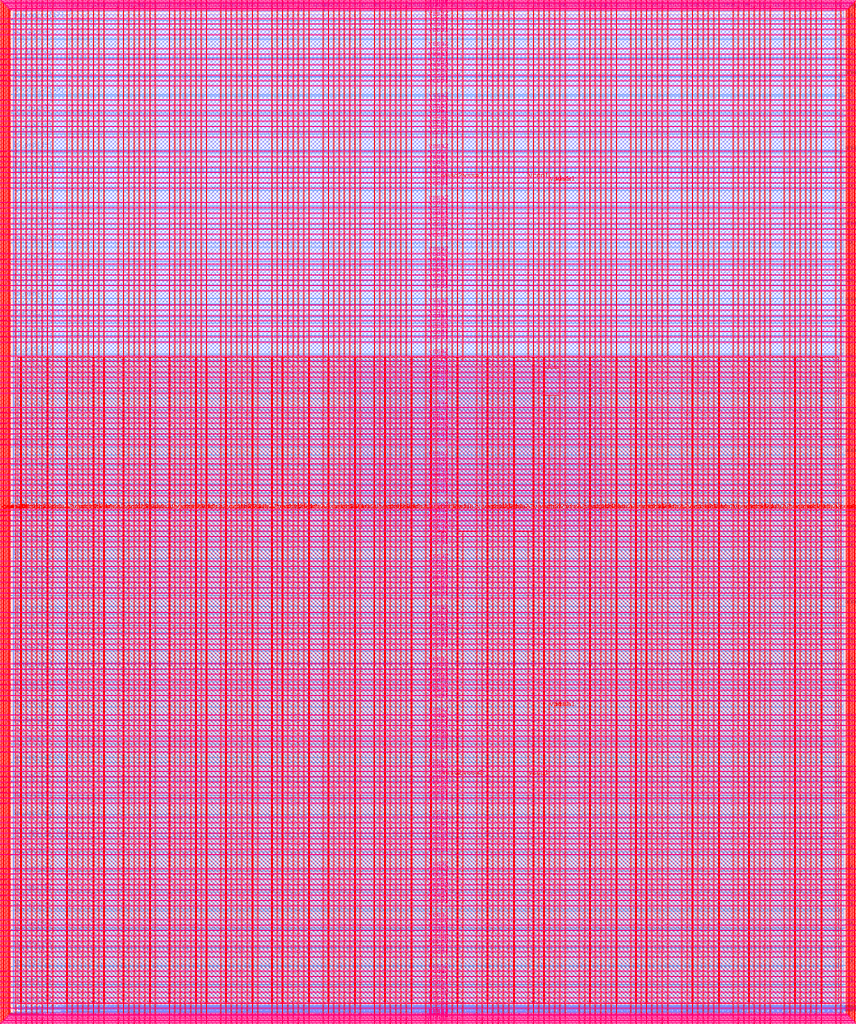
<source format=lef>
VERSION 5.7 ;
  NOWIREEXTENSIONATPIN ON ;
  DIVIDERCHAR "/" ;
  BUSBITCHARS "[]" ;
MACRO user_project_wrapper
  CLASS BLOCK ;
  FOREIGN user_project_wrapper ;
  ORIGIN 0.000 0.000 ;
  SIZE 2920.000 BY 3520.000 ;
  PIN analog_io[0]
    DIRECTION INOUT ;
    USE SIGNAL ;
    PORT
      LAYER met3 ;
        RECT 2917.600 1426.380 2924.800 1427.580 ;
    END
  END analog_io[0]
  PIN analog_io[10]
    DIRECTION INOUT ;
    USE SIGNAL ;
    PORT
      LAYER met2 ;
        RECT 2230.490 3517.600 2231.050 3524.800 ;
    END
  END analog_io[10]
  PIN analog_io[11]
    DIRECTION INOUT ;
    USE SIGNAL ;
    PORT
      LAYER met2 ;
        RECT 1905.730 3517.600 1906.290 3524.800 ;
    END
  END analog_io[11]
  PIN analog_io[12]
    DIRECTION INOUT ;
    USE SIGNAL ;
    PORT
      LAYER met2 ;
        RECT 1581.430 3517.600 1581.990 3524.800 ;
    END
  END analog_io[12]
  PIN analog_io[13]
    DIRECTION INOUT ;
    USE SIGNAL ;
    PORT
      LAYER met2 ;
        RECT 1257.130 3517.600 1257.690 3524.800 ;
    END
  END analog_io[13]
  PIN analog_io[14]
    DIRECTION INOUT ;
    USE SIGNAL ;
    PORT
      LAYER met2 ;
        RECT 932.370 3517.600 932.930 3524.800 ;
    END
  END analog_io[14]
  PIN analog_io[15]
    DIRECTION INOUT ;
    USE SIGNAL ;
    PORT
      LAYER met2 ;
        RECT 608.070 3517.600 608.630 3524.800 ;
    END
  END analog_io[15]
  PIN analog_io[16]
    DIRECTION INOUT ;
    USE SIGNAL ;
    PORT
      LAYER met2 ;
        RECT 283.770 3517.600 284.330 3524.800 ;
    END
  END analog_io[16]
  PIN analog_io[17]
    DIRECTION INOUT ;
    USE SIGNAL ;
    PORT
      LAYER met3 ;
        RECT -4.800 3486.100 2.400 3487.300 ;
    END
  END analog_io[17]
  PIN analog_io[18]
    DIRECTION INOUT ;
    USE SIGNAL ;
    PORT
      LAYER met3 ;
        RECT -4.800 3224.980 2.400 3226.180 ;
    END
  END analog_io[18]
  PIN analog_io[19]
    DIRECTION INOUT ;
    USE SIGNAL ;
    PORT
      LAYER met3 ;
        RECT -4.800 2964.540 2.400 2965.740 ;
    END
  END analog_io[19]
  PIN analog_io[1]
    DIRECTION INOUT ;
    USE SIGNAL ;
    PORT
      LAYER met3 ;
        RECT 2917.600 1692.260 2924.800 1693.460 ;
    END
  END analog_io[1]
  PIN analog_io[20]
    DIRECTION INOUT ;
    USE SIGNAL ;
    PORT
      LAYER met3 ;
        RECT -4.800 2703.420 2.400 2704.620 ;
    END
  END analog_io[20]
  PIN analog_io[21]
    DIRECTION INOUT ;
    USE SIGNAL ;
    PORT
      LAYER met3 ;
        RECT -4.800 2442.980 2.400 2444.180 ;
    END
  END analog_io[21]
  PIN analog_io[22]
    DIRECTION INOUT ;
    USE SIGNAL ;
    PORT
      LAYER met3 ;
        RECT -4.800 2182.540 2.400 2183.740 ;
    END
  END analog_io[22]
  PIN analog_io[23]
    DIRECTION INOUT ;
    USE SIGNAL ;
    PORT
      LAYER met3 ;
        RECT -4.800 1921.420 2.400 1922.620 ;
    END
  END analog_io[23]
  PIN analog_io[24]
    DIRECTION INOUT ;
    USE SIGNAL ;
    PORT
      LAYER met3 ;
        RECT -4.800 1660.980 2.400 1662.180 ;
    END
  END analog_io[24]
  PIN analog_io[25]
    DIRECTION INOUT ;
    USE SIGNAL ;
    PORT
      LAYER met3 ;
        RECT -4.800 1399.860 2.400 1401.060 ;
    END
  END analog_io[25]
  PIN analog_io[26]
    DIRECTION INOUT ;
    USE SIGNAL ;
    PORT
      LAYER met3 ;
        RECT -4.800 1139.420 2.400 1140.620 ;
    END
  END analog_io[26]
  PIN analog_io[27]
    DIRECTION INOUT ;
    USE SIGNAL ;
    PORT
      LAYER met3 ;
        RECT -4.800 878.980 2.400 880.180 ;
    END
  END analog_io[27]
  PIN analog_io[28]
    DIRECTION INOUT ;
    USE SIGNAL ;
    PORT
      LAYER met3 ;
        RECT -4.800 617.860 2.400 619.060 ;
    END
  END analog_io[28]
  PIN analog_io[2]
    DIRECTION INOUT ;
    USE SIGNAL ;
    PORT
      LAYER met3 ;
        RECT 2917.600 1958.140 2924.800 1959.340 ;
    END
  END analog_io[2]
  PIN analog_io[3]
    DIRECTION INOUT ;
    USE SIGNAL ;
    PORT
      LAYER met3 ;
        RECT 2917.600 2223.340 2924.800 2224.540 ;
    END
  END analog_io[3]
  PIN analog_io[4]
    DIRECTION INOUT ;
    USE SIGNAL ;
    PORT
      LAYER met3 ;
        RECT 2917.600 2489.220 2924.800 2490.420 ;
    END
  END analog_io[4]
  PIN analog_io[5]
    DIRECTION INOUT ;
    USE SIGNAL ;
    PORT
      LAYER met3 ;
        RECT 2917.600 2755.100 2924.800 2756.300 ;
    END
  END analog_io[5]
  PIN analog_io[6]
    DIRECTION INOUT ;
    USE SIGNAL ;
    PORT
      LAYER met3 ;
        RECT 2917.600 3020.300 2924.800 3021.500 ;
    END
  END analog_io[6]
  PIN analog_io[7]
    DIRECTION INOUT ;
    USE SIGNAL ;
    PORT
      LAYER met3 ;
        RECT 2917.600 3286.180 2924.800 3287.380 ;
    END
  END analog_io[7]
  PIN analog_io[8]
    DIRECTION INOUT ;
    USE SIGNAL ;
    PORT
      LAYER met2 ;
        RECT 2879.090 3517.600 2879.650 3524.800 ;
    END
  END analog_io[8]
  PIN analog_io[9]
    DIRECTION INOUT ;
    USE SIGNAL ;
    PORT
      LAYER met2 ;
        RECT 2554.790 3517.600 2555.350 3524.800 ;
    END
  END analog_io[9]
  PIN io_in[0]
    DIRECTION INPUT ;
    USE SIGNAL ;
    PORT
      LAYER met3 ;
        RECT 2917.600 32.380 2924.800 33.580 ;
    END
  END io_in[0]
  PIN io_in[10]
    DIRECTION INPUT ;
    USE SIGNAL ;
    PORT
      LAYER met3 ;
        RECT 2917.600 2289.980 2924.800 2291.180 ;
    END
  END io_in[10]
  PIN io_in[11]
    DIRECTION INPUT ;
    USE SIGNAL ;
    PORT
      LAYER met3 ;
        RECT 2917.600 2555.860 2924.800 2557.060 ;
    END
  END io_in[11]
  PIN io_in[12]
    DIRECTION INPUT ;
    USE SIGNAL ;
    PORT
      LAYER met3 ;
        RECT 2917.600 2821.060 2924.800 2822.260 ;
    END
  END io_in[12]
  PIN io_in[13]
    DIRECTION INPUT ;
    USE SIGNAL ;
    PORT
      LAYER met3 ;
        RECT 2917.600 3086.940 2924.800 3088.140 ;
    END
  END io_in[13]
  PIN io_in[14]
    DIRECTION INPUT ;
    USE SIGNAL ;
    PORT
      LAYER met3 ;
        RECT 2917.600 3352.820 2924.800 3354.020 ;
    END
  END io_in[14]
  PIN io_in[15]
    DIRECTION INPUT ;
    USE SIGNAL ;
    PORT
      LAYER met2 ;
        RECT 2798.130 3517.600 2798.690 3524.800 ;
    END
  END io_in[15]
  PIN io_in[16]
    DIRECTION INPUT ;
    USE SIGNAL ;
    PORT
      LAYER met2 ;
        RECT 2473.830 3517.600 2474.390 3524.800 ;
    END
  END io_in[16]
  PIN io_in[17]
    DIRECTION INPUT ;
    USE SIGNAL ;
    PORT
      LAYER met2 ;
        RECT 2149.070 3517.600 2149.630 3524.800 ;
    END
  END io_in[17]
  PIN io_in[18]
    DIRECTION INPUT ;
    USE SIGNAL ;
    PORT
      LAYER met2 ;
        RECT 1824.770 3517.600 1825.330 3524.800 ;
    END
  END io_in[18]
  PIN io_in[19]
    DIRECTION INPUT ;
    USE SIGNAL ;
    PORT
      LAYER met2 ;
        RECT 1500.470 3517.600 1501.030 3524.800 ;
    END
  END io_in[19]
  PIN io_in[1]
    DIRECTION INPUT ;
    USE SIGNAL ;
    PORT
      LAYER met3 ;
        RECT 2917.600 230.940 2924.800 232.140 ;
    END
  END io_in[1]
  PIN io_in[20]
    DIRECTION INPUT ;
    USE SIGNAL ;
    PORT
      LAYER met2 ;
        RECT 1175.710 3517.600 1176.270 3524.800 ;
    END
  END io_in[20]
  PIN io_in[21]
    DIRECTION INPUT ;
    USE SIGNAL ;
    PORT
      LAYER met2 ;
        RECT 851.410 3517.600 851.970 3524.800 ;
    END
  END io_in[21]
  PIN io_in[22]
    DIRECTION INPUT ;
    USE SIGNAL ;
    PORT
      LAYER met2 ;
        RECT 527.110 3517.600 527.670 3524.800 ;
    END
  END io_in[22]
  PIN io_in[23]
    DIRECTION INPUT ;
    USE SIGNAL ;
    PORT
      LAYER met2 ;
        RECT 202.350 3517.600 202.910 3524.800 ;
    END
  END io_in[23]
  PIN io_in[24]
    DIRECTION INPUT ;
    USE SIGNAL ;
    PORT
      LAYER met3 ;
        RECT -4.800 3420.820 2.400 3422.020 ;
    END
  END io_in[24]
  PIN io_in[25]
    DIRECTION INPUT ;
    USE SIGNAL ;
    PORT
      LAYER met3 ;
        RECT -4.800 3159.700 2.400 3160.900 ;
    END
  END io_in[25]
  PIN io_in[26]
    DIRECTION INPUT ;
    USE SIGNAL ;
    PORT
      LAYER met3 ;
        RECT -4.800 2899.260 2.400 2900.460 ;
    END
  END io_in[26]
  PIN io_in[27]
    DIRECTION INPUT ;
    USE SIGNAL ;
    PORT
      LAYER met3 ;
        RECT -4.800 2638.820 2.400 2640.020 ;
    END
  END io_in[27]
  PIN io_in[28]
    DIRECTION INPUT ;
    USE SIGNAL ;
    PORT
      LAYER met3 ;
        RECT -4.800 2377.700 2.400 2378.900 ;
    END
  END io_in[28]
  PIN io_in[29]
    DIRECTION INPUT ;
    USE SIGNAL ;
    PORT
      LAYER met3 ;
        RECT -4.800 2117.260 2.400 2118.460 ;
    END
  END io_in[29]
  PIN io_in[2]
    DIRECTION INPUT ;
    USE SIGNAL ;
    PORT
      LAYER met3 ;
        RECT 2917.600 430.180 2924.800 431.380 ;
    END
  END io_in[2]
  PIN io_in[30]
    DIRECTION INPUT ;
    USE SIGNAL ;
    PORT
      LAYER met3 ;
        RECT -4.800 1856.140 2.400 1857.340 ;
    END
  END io_in[30]
  PIN io_in[31]
    DIRECTION INPUT ;
    USE SIGNAL ;
    PORT
      LAYER met3 ;
        RECT -4.800 1595.700 2.400 1596.900 ;
    END
  END io_in[31]
  PIN io_in[32]
    DIRECTION INPUT ;
    USE SIGNAL ;
    PORT
      LAYER met3 ;
        RECT -4.800 1335.260 2.400 1336.460 ;
    END
  END io_in[32]
  PIN io_in[33]
    DIRECTION INPUT ;
    USE SIGNAL ;
    PORT
      LAYER met3 ;
        RECT -4.800 1074.140 2.400 1075.340 ;
    END
  END io_in[33]
  PIN io_in[34]
    DIRECTION INPUT ;
    USE SIGNAL ;
    PORT
      LAYER met3 ;
        RECT -4.800 813.700 2.400 814.900 ;
    END
  END io_in[34]
  PIN io_in[35]
    DIRECTION INPUT ;
    USE SIGNAL ;
    PORT
      LAYER met3 ;
        RECT -4.800 552.580 2.400 553.780 ;
    END
  END io_in[35]
  PIN io_in[36]
    DIRECTION INPUT ;
    USE SIGNAL ;
    PORT
      LAYER met3 ;
        RECT -4.800 357.420 2.400 358.620 ;
    END
  END io_in[36]
  PIN io_in[37]
    DIRECTION INPUT ;
    USE SIGNAL ;
    PORT
      LAYER met3 ;
        RECT -4.800 161.580 2.400 162.780 ;
    END
  END io_in[37]
  PIN io_in[3]
    DIRECTION INPUT ;
    USE SIGNAL ;
    PORT
      LAYER met3 ;
        RECT 2917.600 629.420 2924.800 630.620 ;
    END
  END io_in[3]
  PIN io_in[4]
    DIRECTION INPUT ;
    USE SIGNAL ;
    PORT
      LAYER met3 ;
        RECT 2917.600 828.660 2924.800 829.860 ;
    END
  END io_in[4]
  PIN io_in[5]
    DIRECTION INPUT ;
    USE SIGNAL ;
    PORT
      LAYER met3 ;
        RECT 2917.600 1027.900 2924.800 1029.100 ;
    END
  END io_in[5]
  PIN io_in[6]
    DIRECTION INPUT ;
    USE SIGNAL ;
    PORT
      LAYER met3 ;
        RECT 2917.600 1227.140 2924.800 1228.340 ;
    END
  END io_in[6]
  PIN io_in[7]
    DIRECTION INPUT ;
    USE SIGNAL ;
    PORT
      LAYER met3 ;
        RECT 2917.600 1493.020 2924.800 1494.220 ;
    END
  END io_in[7]
  PIN io_in[8]
    DIRECTION INPUT ;
    USE SIGNAL ;
    PORT
      LAYER met3 ;
        RECT 2917.600 1758.900 2924.800 1760.100 ;
    END
  END io_in[8]
  PIN io_in[9]
    DIRECTION INPUT ;
    USE SIGNAL ;
    PORT
      LAYER met3 ;
        RECT 2917.600 2024.100 2924.800 2025.300 ;
    END
  END io_in[9]
  PIN io_oeb[0]
    DIRECTION OUTPUT TRISTATE ;
    USE SIGNAL ;
    PORT
      LAYER met3 ;
        RECT 2917.600 164.980 2924.800 166.180 ;
    END
  END io_oeb[0]
  PIN io_oeb[10]
    DIRECTION OUTPUT TRISTATE ;
    USE SIGNAL ;
    PORT
      LAYER met3 ;
        RECT 2917.600 2422.580 2924.800 2423.780 ;
    END
  END io_oeb[10]
  PIN io_oeb[11]
    DIRECTION OUTPUT TRISTATE ;
    USE SIGNAL ;
    PORT
      LAYER met3 ;
        RECT 2917.600 2688.460 2924.800 2689.660 ;
    END
  END io_oeb[11]
  PIN io_oeb[12]
    DIRECTION OUTPUT TRISTATE ;
    USE SIGNAL ;
    PORT
      LAYER met3 ;
        RECT 2917.600 2954.340 2924.800 2955.540 ;
    END
  END io_oeb[12]
  PIN io_oeb[13]
    DIRECTION OUTPUT TRISTATE ;
    USE SIGNAL ;
    PORT
      LAYER met3 ;
        RECT 2917.600 3219.540 2924.800 3220.740 ;
    END
  END io_oeb[13]
  PIN io_oeb[14]
    DIRECTION OUTPUT TRISTATE ;
    USE SIGNAL ;
    PORT
      LAYER met3 ;
        RECT 2917.600 3485.420 2924.800 3486.620 ;
    END
  END io_oeb[14]
  PIN io_oeb[15]
    DIRECTION OUTPUT TRISTATE ;
    USE SIGNAL ;
    PORT
      LAYER met2 ;
        RECT 2635.750 3517.600 2636.310 3524.800 ;
    END
  END io_oeb[15]
  PIN io_oeb[16]
    DIRECTION OUTPUT TRISTATE ;
    USE SIGNAL ;
    PORT
      LAYER met2 ;
        RECT 2311.450 3517.600 2312.010 3524.800 ;
    END
  END io_oeb[16]
  PIN io_oeb[17]
    DIRECTION OUTPUT TRISTATE ;
    USE SIGNAL ;
    PORT
      LAYER met2 ;
        RECT 1987.150 3517.600 1987.710 3524.800 ;
    END
  END io_oeb[17]
  PIN io_oeb[18]
    DIRECTION OUTPUT TRISTATE ;
    USE SIGNAL ;
    PORT
      LAYER met2 ;
        RECT 1662.390 3517.600 1662.950 3524.800 ;
    END
  END io_oeb[18]
  PIN io_oeb[19]
    DIRECTION OUTPUT TRISTATE ;
    USE SIGNAL ;
    PORT
      LAYER met2 ;
        RECT 1338.090 3517.600 1338.650 3524.800 ;
    END
  END io_oeb[19]
  PIN io_oeb[1]
    DIRECTION OUTPUT TRISTATE ;
    USE SIGNAL ;
    PORT
      LAYER met3 ;
        RECT 2917.600 364.220 2924.800 365.420 ;
    END
  END io_oeb[1]
  PIN io_oeb[20]
    DIRECTION OUTPUT TRISTATE ;
    USE SIGNAL ;
    PORT
      LAYER met2 ;
        RECT 1013.790 3517.600 1014.350 3524.800 ;
    END
  END io_oeb[20]
  PIN io_oeb[21]
    DIRECTION OUTPUT TRISTATE ;
    USE SIGNAL ;
    PORT
      LAYER met2 ;
        RECT 689.030 3517.600 689.590 3524.800 ;
    END
  END io_oeb[21]
  PIN io_oeb[22]
    DIRECTION OUTPUT TRISTATE ;
    USE SIGNAL ;
    PORT
      LAYER met2 ;
        RECT 364.730 3517.600 365.290 3524.800 ;
    END
  END io_oeb[22]
  PIN io_oeb[23]
    DIRECTION OUTPUT TRISTATE ;
    USE SIGNAL ;
    PORT
      LAYER met2 ;
        RECT 40.430 3517.600 40.990 3524.800 ;
    END
  END io_oeb[23]
  PIN io_oeb[24]
    DIRECTION OUTPUT TRISTATE ;
    USE SIGNAL ;
    PORT
      LAYER met3 ;
        RECT -4.800 3290.260 2.400 3291.460 ;
    END
  END io_oeb[24]
  PIN io_oeb[25]
    DIRECTION OUTPUT TRISTATE ;
    USE SIGNAL ;
    PORT
      LAYER met3 ;
        RECT -4.800 3029.820 2.400 3031.020 ;
    END
  END io_oeb[25]
  PIN io_oeb[26]
    DIRECTION OUTPUT TRISTATE ;
    USE SIGNAL ;
    PORT
      LAYER met3 ;
        RECT -4.800 2768.700 2.400 2769.900 ;
    END
  END io_oeb[26]
  PIN io_oeb[27]
    DIRECTION OUTPUT TRISTATE ;
    USE SIGNAL ;
    PORT
      LAYER met3 ;
        RECT -4.800 2508.260 2.400 2509.460 ;
    END
  END io_oeb[27]
  PIN io_oeb[28]
    DIRECTION OUTPUT TRISTATE ;
    USE SIGNAL ;
    PORT
      LAYER met3 ;
        RECT -4.800 2247.140 2.400 2248.340 ;
    END
  END io_oeb[28]
  PIN io_oeb[29]
    DIRECTION OUTPUT TRISTATE ;
    USE SIGNAL ;
    PORT
      LAYER met3 ;
        RECT -4.800 1986.700 2.400 1987.900 ;
    END
  END io_oeb[29]
  PIN io_oeb[2]
    DIRECTION OUTPUT TRISTATE ;
    USE SIGNAL ;
    PORT
      LAYER met3 ;
        RECT 2917.600 563.460 2924.800 564.660 ;
    END
  END io_oeb[2]
  PIN io_oeb[30]
    DIRECTION OUTPUT TRISTATE ;
    USE SIGNAL ;
    PORT
      LAYER met3 ;
        RECT -4.800 1726.260 2.400 1727.460 ;
    END
  END io_oeb[30]
  PIN io_oeb[31]
    DIRECTION OUTPUT TRISTATE ;
    USE SIGNAL ;
    PORT
      LAYER met3 ;
        RECT -4.800 1465.140 2.400 1466.340 ;
    END
  END io_oeb[31]
  PIN io_oeb[32]
    DIRECTION OUTPUT TRISTATE ;
    USE SIGNAL ;
    PORT
      LAYER met3 ;
        RECT -4.800 1204.700 2.400 1205.900 ;
    END
  END io_oeb[32]
  PIN io_oeb[33]
    DIRECTION OUTPUT TRISTATE ;
    USE SIGNAL ;
    PORT
      LAYER met3 ;
        RECT -4.800 943.580 2.400 944.780 ;
    END
  END io_oeb[33]
  PIN io_oeb[34]
    DIRECTION OUTPUT TRISTATE ;
    USE SIGNAL ;
    PORT
      LAYER met3 ;
        RECT -4.800 683.140 2.400 684.340 ;
    END
  END io_oeb[34]
  PIN io_oeb[35]
    DIRECTION OUTPUT TRISTATE ;
    USE SIGNAL ;
    PORT
      LAYER met3 ;
        RECT -4.800 422.700 2.400 423.900 ;
    END
  END io_oeb[35]
  PIN io_oeb[36]
    DIRECTION OUTPUT TRISTATE ;
    USE SIGNAL ;
    PORT
      LAYER met3 ;
        RECT -4.800 226.860 2.400 228.060 ;
    END
  END io_oeb[36]
  PIN io_oeb[37]
    DIRECTION OUTPUT TRISTATE ;
    USE SIGNAL ;
    PORT
      LAYER met3 ;
        RECT -4.800 31.700 2.400 32.900 ;
    END
  END io_oeb[37]
  PIN io_oeb[3]
    DIRECTION OUTPUT TRISTATE ;
    USE SIGNAL ;
    PORT
      LAYER met3 ;
        RECT 2917.600 762.700 2924.800 763.900 ;
    END
  END io_oeb[3]
  PIN io_oeb[4]
    DIRECTION OUTPUT TRISTATE ;
    USE SIGNAL ;
    PORT
      LAYER met3 ;
        RECT 2917.600 961.940 2924.800 963.140 ;
    END
  END io_oeb[4]
  PIN io_oeb[5]
    DIRECTION OUTPUT TRISTATE ;
    USE SIGNAL ;
    PORT
      LAYER met3 ;
        RECT 2917.600 1161.180 2924.800 1162.380 ;
    END
  END io_oeb[5]
  PIN io_oeb[6]
    DIRECTION OUTPUT TRISTATE ;
    USE SIGNAL ;
    PORT
      LAYER met3 ;
        RECT 2917.600 1360.420 2924.800 1361.620 ;
    END
  END io_oeb[6]
  PIN io_oeb[7]
    DIRECTION OUTPUT TRISTATE ;
    USE SIGNAL ;
    PORT
      LAYER met3 ;
        RECT 2917.600 1625.620 2924.800 1626.820 ;
    END
  END io_oeb[7]
  PIN io_oeb[8]
    DIRECTION OUTPUT TRISTATE ;
    USE SIGNAL ;
    PORT
      LAYER met3 ;
        RECT 2917.600 1891.500 2924.800 1892.700 ;
    END
  END io_oeb[8]
  PIN io_oeb[9]
    DIRECTION OUTPUT TRISTATE ;
    USE SIGNAL ;
    PORT
      LAYER met3 ;
        RECT 2917.600 2157.380 2924.800 2158.580 ;
    END
  END io_oeb[9]
  PIN io_out[0]
    DIRECTION OUTPUT TRISTATE ;
    USE SIGNAL ;
    PORT
      LAYER met3 ;
        RECT 2917.600 98.340 2924.800 99.540 ;
    END
  END io_out[0]
  PIN io_out[10]
    DIRECTION OUTPUT TRISTATE ;
    USE SIGNAL ;
    PORT
      LAYER met3 ;
        RECT 2917.600 2356.620 2924.800 2357.820 ;
    END
  END io_out[10]
  PIN io_out[11]
    DIRECTION OUTPUT TRISTATE ;
    USE SIGNAL ;
    PORT
      LAYER met3 ;
        RECT 2917.600 2621.820 2924.800 2623.020 ;
    END
  END io_out[11]
  PIN io_out[12]
    DIRECTION OUTPUT TRISTATE ;
    USE SIGNAL ;
    PORT
      LAYER met3 ;
        RECT 2917.600 2887.700 2924.800 2888.900 ;
    END
  END io_out[12]
  PIN io_out[13]
    DIRECTION OUTPUT TRISTATE ;
    USE SIGNAL ;
    PORT
      LAYER met3 ;
        RECT 2917.600 3153.580 2924.800 3154.780 ;
    END
  END io_out[13]
  PIN io_out[14]
    DIRECTION OUTPUT TRISTATE ;
    USE SIGNAL ;
    PORT
      LAYER met3 ;
        RECT 2917.600 3418.780 2924.800 3419.980 ;
    END
  END io_out[14]
  PIN io_out[15]
    DIRECTION OUTPUT TRISTATE ;
    USE SIGNAL ;
    PORT
      LAYER met2 ;
        RECT 2717.170 3517.600 2717.730 3524.800 ;
    END
  END io_out[15]
  PIN io_out[16]
    DIRECTION OUTPUT TRISTATE ;
    USE SIGNAL ;
    PORT
      LAYER met2 ;
        RECT 2392.410 3517.600 2392.970 3524.800 ;
    END
  END io_out[16]
  PIN io_out[17]
    DIRECTION OUTPUT TRISTATE ;
    USE SIGNAL ;
    PORT
      LAYER met2 ;
        RECT 2068.110 3517.600 2068.670 3524.800 ;
    END
  END io_out[17]
  PIN io_out[18]
    DIRECTION OUTPUT TRISTATE ;
    USE SIGNAL ;
    PORT
      LAYER met2 ;
        RECT 1743.810 3517.600 1744.370 3524.800 ;
    END
  END io_out[18]
  PIN io_out[19]
    DIRECTION OUTPUT TRISTATE ;
    USE SIGNAL ;
    PORT
      LAYER met2 ;
        RECT 1419.050 3517.600 1419.610 3524.800 ;
    END
  END io_out[19]
  PIN io_out[1]
    DIRECTION OUTPUT TRISTATE ;
    USE SIGNAL ;
    PORT
      LAYER met3 ;
        RECT 2917.600 297.580 2924.800 298.780 ;
    END
  END io_out[1]
  PIN io_out[20]
    DIRECTION OUTPUT TRISTATE ;
    USE SIGNAL ;
    PORT
      LAYER met2 ;
        RECT 1094.750 3517.600 1095.310 3524.800 ;
    END
  END io_out[20]
  PIN io_out[21]
    DIRECTION OUTPUT TRISTATE ;
    USE SIGNAL ;
    PORT
      LAYER met2 ;
        RECT 770.450 3517.600 771.010 3524.800 ;
    END
  END io_out[21]
  PIN io_out[22]
    DIRECTION OUTPUT TRISTATE ;
    USE SIGNAL ;
    PORT
      LAYER met2 ;
        RECT 445.690 3517.600 446.250 3524.800 ;
    END
  END io_out[22]
  PIN io_out[23]
    DIRECTION OUTPUT TRISTATE ;
    USE SIGNAL ;
    PORT
      LAYER met2 ;
        RECT 121.390 3517.600 121.950 3524.800 ;
    END
  END io_out[23]
  PIN io_out[24]
    DIRECTION OUTPUT TRISTATE ;
    USE SIGNAL ;
    PORT
      LAYER met3 ;
        RECT -4.800 3355.540 2.400 3356.740 ;
    END
  END io_out[24]
  PIN io_out[25]
    DIRECTION OUTPUT TRISTATE ;
    USE SIGNAL ;
    PORT
      LAYER met3 ;
        RECT -4.800 3095.100 2.400 3096.300 ;
    END
  END io_out[25]
  PIN io_out[26]
    DIRECTION OUTPUT TRISTATE ;
    USE SIGNAL ;
    PORT
      LAYER met3 ;
        RECT -4.800 2833.980 2.400 2835.180 ;
    END
  END io_out[26]
  PIN io_out[27]
    DIRECTION OUTPUT TRISTATE ;
    USE SIGNAL ;
    PORT
      LAYER met3 ;
        RECT -4.800 2573.540 2.400 2574.740 ;
    END
  END io_out[27]
  PIN io_out[28]
    DIRECTION OUTPUT TRISTATE ;
    USE SIGNAL ;
    PORT
      LAYER met3 ;
        RECT -4.800 2312.420 2.400 2313.620 ;
    END
  END io_out[28]
  PIN io_out[29]
    DIRECTION OUTPUT TRISTATE ;
    USE SIGNAL ;
    PORT
      LAYER met3 ;
        RECT -4.800 2051.980 2.400 2053.180 ;
    END
  END io_out[29]
  PIN io_out[2]
    DIRECTION OUTPUT TRISTATE ;
    USE SIGNAL ;
    PORT
      LAYER met3 ;
        RECT 2917.600 496.820 2924.800 498.020 ;
    END
  END io_out[2]
  PIN io_out[30]
    DIRECTION OUTPUT TRISTATE ;
    USE SIGNAL ;
    PORT
      LAYER met3 ;
        RECT -4.800 1791.540 2.400 1792.740 ;
    END
  END io_out[30]
  PIN io_out[31]
    DIRECTION OUTPUT TRISTATE ;
    USE SIGNAL ;
    PORT
      LAYER met3 ;
        RECT -4.800 1530.420 2.400 1531.620 ;
    END
  END io_out[31]
  PIN io_out[32]
    DIRECTION OUTPUT TRISTATE ;
    USE SIGNAL ;
    PORT
      LAYER met3 ;
        RECT -4.800 1269.980 2.400 1271.180 ;
    END
  END io_out[32]
  PIN io_out[33]
    DIRECTION OUTPUT TRISTATE ;
    USE SIGNAL ;
    PORT
      LAYER met3 ;
        RECT -4.800 1008.860 2.400 1010.060 ;
    END
  END io_out[33]
  PIN io_out[34]
    DIRECTION OUTPUT TRISTATE ;
    USE SIGNAL ;
    PORT
      LAYER met3 ;
        RECT -4.800 748.420 2.400 749.620 ;
    END
  END io_out[34]
  PIN io_out[35]
    DIRECTION OUTPUT TRISTATE ;
    USE SIGNAL ;
    PORT
      LAYER met3 ;
        RECT -4.800 487.300 2.400 488.500 ;
    END
  END io_out[35]
  PIN io_out[36]
    DIRECTION OUTPUT TRISTATE ;
    USE SIGNAL ;
    PORT
      LAYER met3 ;
        RECT -4.800 292.140 2.400 293.340 ;
    END
  END io_out[36]
  PIN io_out[37]
    DIRECTION OUTPUT TRISTATE ;
    USE SIGNAL ;
    PORT
      LAYER met3 ;
        RECT -4.800 96.300 2.400 97.500 ;
    END
  END io_out[37]
  PIN io_out[3]
    DIRECTION OUTPUT TRISTATE ;
    USE SIGNAL ;
    PORT
      LAYER met3 ;
        RECT 2917.600 696.060 2924.800 697.260 ;
    END
  END io_out[3]
  PIN io_out[4]
    DIRECTION OUTPUT TRISTATE ;
    USE SIGNAL ;
    PORT
      LAYER met3 ;
        RECT 2917.600 895.300 2924.800 896.500 ;
    END
  END io_out[4]
  PIN io_out[5]
    DIRECTION OUTPUT TRISTATE ;
    USE SIGNAL ;
    PORT
      LAYER met3 ;
        RECT 2917.600 1094.540 2924.800 1095.740 ;
    END
  END io_out[5]
  PIN io_out[6]
    DIRECTION OUTPUT TRISTATE ;
    USE SIGNAL ;
    PORT
      LAYER met3 ;
        RECT 2917.600 1293.780 2924.800 1294.980 ;
    END
  END io_out[6]
  PIN io_out[7]
    DIRECTION OUTPUT TRISTATE ;
    USE SIGNAL ;
    PORT
      LAYER met3 ;
        RECT 2917.600 1559.660 2924.800 1560.860 ;
    END
  END io_out[7]
  PIN io_out[8]
    DIRECTION OUTPUT TRISTATE ;
    USE SIGNAL ;
    PORT
      LAYER met3 ;
        RECT 2917.600 1824.860 2924.800 1826.060 ;
    END
  END io_out[8]
  PIN io_out[9]
    DIRECTION OUTPUT TRISTATE ;
    USE SIGNAL ;
    PORT
      LAYER met3 ;
        RECT 2917.600 2090.740 2924.800 2091.940 ;
    END
  END io_out[9]
  PIN la_data_in[0]
    DIRECTION INPUT ;
    USE SIGNAL ;
    PORT
      LAYER met2 ;
        RECT 629.230 -4.800 629.790 2.400 ;
    END
  END la_data_in[0]
  PIN la_data_in[100]
    DIRECTION INPUT ;
    USE SIGNAL ;
    PORT
      LAYER met2 ;
        RECT 2402.530 -4.800 2403.090 2.400 ;
    END
  END la_data_in[100]
  PIN la_data_in[101]
    DIRECTION INPUT ;
    USE SIGNAL ;
    PORT
      LAYER met2 ;
        RECT 2420.010 -4.800 2420.570 2.400 ;
    END
  END la_data_in[101]
  PIN la_data_in[102]
    DIRECTION INPUT ;
    USE SIGNAL ;
    PORT
      LAYER met2 ;
        RECT 2437.950 -4.800 2438.510 2.400 ;
    END
  END la_data_in[102]
  PIN la_data_in[103]
    DIRECTION INPUT ;
    USE SIGNAL ;
    PORT
      LAYER met2 ;
        RECT 2455.430 -4.800 2455.990 2.400 ;
    END
  END la_data_in[103]
  PIN la_data_in[104]
    DIRECTION INPUT ;
    USE SIGNAL ;
    PORT
      LAYER met2 ;
        RECT 2473.370 -4.800 2473.930 2.400 ;
    END
  END la_data_in[104]
  PIN la_data_in[105]
    DIRECTION INPUT ;
    USE SIGNAL ;
    PORT
      LAYER met2 ;
        RECT 2490.850 -4.800 2491.410 2.400 ;
    END
  END la_data_in[105]
  PIN la_data_in[106]
    DIRECTION INPUT ;
    USE SIGNAL ;
    PORT
      LAYER met2 ;
        RECT 2508.790 -4.800 2509.350 2.400 ;
    END
  END la_data_in[106]
  PIN la_data_in[107]
    DIRECTION INPUT ;
    USE SIGNAL ;
    PORT
      LAYER met2 ;
        RECT 2526.730 -4.800 2527.290 2.400 ;
    END
  END la_data_in[107]
  PIN la_data_in[108]
    DIRECTION INPUT ;
    USE SIGNAL ;
    PORT
      LAYER met2 ;
        RECT 2544.210 -4.800 2544.770 2.400 ;
    END
  END la_data_in[108]
  PIN la_data_in[109]
    DIRECTION INPUT ;
    USE SIGNAL ;
    PORT
      LAYER met2 ;
        RECT 2562.150 -4.800 2562.710 2.400 ;
    END
  END la_data_in[109]
  PIN la_data_in[10]
    DIRECTION INPUT ;
    USE SIGNAL ;
    PORT
      LAYER met2 ;
        RECT 806.330 -4.800 806.890 2.400 ;
    END
  END la_data_in[10]
  PIN la_data_in[110]
    DIRECTION INPUT ;
    USE SIGNAL ;
    PORT
      LAYER met2 ;
        RECT 2579.630 -4.800 2580.190 2.400 ;
    END
  END la_data_in[110]
  PIN la_data_in[111]
    DIRECTION INPUT ;
    USE SIGNAL ;
    PORT
      LAYER met2 ;
        RECT 2597.570 -4.800 2598.130 2.400 ;
    END
  END la_data_in[111]
  PIN la_data_in[112]
    DIRECTION INPUT ;
    USE SIGNAL ;
    PORT
      LAYER met2 ;
        RECT 2615.050 -4.800 2615.610 2.400 ;
    END
  END la_data_in[112]
  PIN la_data_in[113]
    DIRECTION INPUT ;
    USE SIGNAL ;
    PORT
      LAYER met2 ;
        RECT 2632.990 -4.800 2633.550 2.400 ;
    END
  END la_data_in[113]
  PIN la_data_in[114]
    DIRECTION INPUT ;
    USE SIGNAL ;
    PORT
      LAYER met2 ;
        RECT 2650.470 -4.800 2651.030 2.400 ;
    END
  END la_data_in[114]
  PIN la_data_in[115]
    DIRECTION INPUT ;
    USE SIGNAL ;
    PORT
      LAYER met2 ;
        RECT 2668.410 -4.800 2668.970 2.400 ;
    END
  END la_data_in[115]
  PIN la_data_in[116]
    DIRECTION INPUT ;
    USE SIGNAL ;
    PORT
      LAYER met2 ;
        RECT 2685.890 -4.800 2686.450 2.400 ;
    END
  END la_data_in[116]
  PIN la_data_in[117]
    DIRECTION INPUT ;
    USE SIGNAL ;
    PORT
      LAYER met2 ;
        RECT 2703.830 -4.800 2704.390 2.400 ;
    END
  END la_data_in[117]
  PIN la_data_in[118]
    DIRECTION INPUT ;
    USE SIGNAL ;
    PORT
      LAYER met2 ;
        RECT 2721.770 -4.800 2722.330 2.400 ;
    END
  END la_data_in[118]
  PIN la_data_in[119]
    DIRECTION INPUT ;
    USE SIGNAL ;
    PORT
      LAYER met2 ;
        RECT 2739.250 -4.800 2739.810 2.400 ;
    END
  END la_data_in[119]
  PIN la_data_in[11]
    DIRECTION INPUT ;
    USE SIGNAL ;
    PORT
      LAYER met2 ;
        RECT 824.270 -4.800 824.830 2.400 ;
    END
  END la_data_in[11]
  PIN la_data_in[120]
    DIRECTION INPUT ;
    USE SIGNAL ;
    PORT
      LAYER met2 ;
        RECT 2757.190 -4.800 2757.750 2.400 ;
    END
  END la_data_in[120]
  PIN la_data_in[121]
    DIRECTION INPUT ;
    USE SIGNAL ;
    PORT
      LAYER met2 ;
        RECT 2774.670 -4.800 2775.230 2.400 ;
    END
  END la_data_in[121]
  PIN la_data_in[122]
    DIRECTION INPUT ;
    USE SIGNAL ;
    PORT
      LAYER met2 ;
        RECT 2792.610 -4.800 2793.170 2.400 ;
    END
  END la_data_in[122]
  PIN la_data_in[123]
    DIRECTION INPUT ;
    USE SIGNAL ;
    PORT
      LAYER met2 ;
        RECT 2810.090 -4.800 2810.650 2.400 ;
    END
  END la_data_in[123]
  PIN la_data_in[124]
    DIRECTION INPUT ;
    USE SIGNAL ;
    PORT
      LAYER met2 ;
        RECT 2828.030 -4.800 2828.590 2.400 ;
    END
  END la_data_in[124]
  PIN la_data_in[125]
    DIRECTION INPUT ;
    USE SIGNAL ;
    PORT
      LAYER met2 ;
        RECT 2845.510 -4.800 2846.070 2.400 ;
    END
  END la_data_in[125]
  PIN la_data_in[126]
    DIRECTION INPUT ;
    USE SIGNAL ;
    PORT
      LAYER met2 ;
        RECT 2863.450 -4.800 2864.010 2.400 ;
    END
  END la_data_in[126]
  PIN la_data_in[127]
    DIRECTION INPUT ;
    USE SIGNAL ;
    PORT
      LAYER met2 ;
        RECT 2881.390 -4.800 2881.950 2.400 ;
    END
  END la_data_in[127]
  PIN la_data_in[12]
    DIRECTION INPUT ;
    USE SIGNAL ;
    PORT
      LAYER met2 ;
        RECT 841.750 -4.800 842.310 2.400 ;
    END
  END la_data_in[12]
  PIN la_data_in[13]
    DIRECTION INPUT ;
    USE SIGNAL ;
    PORT
      LAYER met2 ;
        RECT 859.690 -4.800 860.250 2.400 ;
    END
  END la_data_in[13]
  PIN la_data_in[14]
    DIRECTION INPUT ;
    USE SIGNAL ;
    PORT
      LAYER met2 ;
        RECT 877.170 -4.800 877.730 2.400 ;
    END
  END la_data_in[14]
  PIN la_data_in[15]
    DIRECTION INPUT ;
    USE SIGNAL ;
    PORT
      LAYER met2 ;
        RECT 895.110 -4.800 895.670 2.400 ;
    END
  END la_data_in[15]
  PIN la_data_in[16]
    DIRECTION INPUT ;
    USE SIGNAL ;
    PORT
      LAYER met2 ;
        RECT 912.590 -4.800 913.150 2.400 ;
    END
  END la_data_in[16]
  PIN la_data_in[17]
    DIRECTION INPUT ;
    USE SIGNAL ;
    PORT
      LAYER met2 ;
        RECT 930.530 -4.800 931.090 2.400 ;
    END
  END la_data_in[17]
  PIN la_data_in[18]
    DIRECTION INPUT ;
    USE SIGNAL ;
    PORT
      LAYER met2 ;
        RECT 948.470 -4.800 949.030 2.400 ;
    END
  END la_data_in[18]
  PIN la_data_in[19]
    DIRECTION INPUT ;
    USE SIGNAL ;
    PORT
      LAYER met2 ;
        RECT 965.950 -4.800 966.510 2.400 ;
    END
  END la_data_in[19]
  PIN la_data_in[1]
    DIRECTION INPUT ;
    USE SIGNAL ;
    PORT
      LAYER met2 ;
        RECT 646.710 -4.800 647.270 2.400 ;
    END
  END la_data_in[1]
  PIN la_data_in[20]
    DIRECTION INPUT ;
    USE SIGNAL ;
    PORT
      LAYER met2 ;
        RECT 983.890 -4.800 984.450 2.400 ;
    END
  END la_data_in[20]
  PIN la_data_in[21]
    DIRECTION INPUT ;
    USE SIGNAL ;
    PORT
      LAYER met2 ;
        RECT 1001.370 -4.800 1001.930 2.400 ;
    END
  END la_data_in[21]
  PIN la_data_in[22]
    DIRECTION INPUT ;
    USE SIGNAL ;
    PORT
      LAYER met2 ;
        RECT 1019.310 -4.800 1019.870 2.400 ;
    END
  END la_data_in[22]
  PIN la_data_in[23]
    DIRECTION INPUT ;
    USE SIGNAL ;
    PORT
      LAYER met2 ;
        RECT 1036.790 -4.800 1037.350 2.400 ;
    END
  END la_data_in[23]
  PIN la_data_in[24]
    DIRECTION INPUT ;
    USE SIGNAL ;
    PORT
      LAYER met2 ;
        RECT 1054.730 -4.800 1055.290 2.400 ;
    END
  END la_data_in[24]
  PIN la_data_in[25]
    DIRECTION INPUT ;
    USE SIGNAL ;
    PORT
      LAYER met2 ;
        RECT 1072.210 -4.800 1072.770 2.400 ;
    END
  END la_data_in[25]
  PIN la_data_in[26]
    DIRECTION INPUT ;
    USE SIGNAL ;
    PORT
      LAYER met2 ;
        RECT 1090.150 -4.800 1090.710 2.400 ;
    END
  END la_data_in[26]
  PIN la_data_in[27]
    DIRECTION INPUT ;
    USE SIGNAL ;
    PORT
      LAYER met2 ;
        RECT 1107.630 -4.800 1108.190 2.400 ;
    END
  END la_data_in[27]
  PIN la_data_in[28]
    DIRECTION INPUT ;
    USE SIGNAL ;
    PORT
      LAYER met2 ;
        RECT 1125.570 -4.800 1126.130 2.400 ;
    END
  END la_data_in[28]
  PIN la_data_in[29]
    DIRECTION INPUT ;
    USE SIGNAL ;
    PORT
      LAYER met2 ;
        RECT 1143.510 -4.800 1144.070 2.400 ;
    END
  END la_data_in[29]
  PIN la_data_in[2]
    DIRECTION INPUT ;
    USE SIGNAL ;
    PORT
      LAYER met2 ;
        RECT 664.650 -4.800 665.210 2.400 ;
    END
  END la_data_in[2]
  PIN la_data_in[30]
    DIRECTION INPUT ;
    USE SIGNAL ;
    PORT
      LAYER met2 ;
        RECT 1160.990 -4.800 1161.550 2.400 ;
    END
  END la_data_in[30]
  PIN la_data_in[31]
    DIRECTION INPUT ;
    USE SIGNAL ;
    PORT
      LAYER met2 ;
        RECT 1178.930 -4.800 1179.490 2.400 ;
    END
  END la_data_in[31]
  PIN la_data_in[32]
    DIRECTION INPUT ;
    USE SIGNAL ;
    PORT
      LAYER met2 ;
        RECT 1196.410 -4.800 1196.970 2.400 ;
    END
  END la_data_in[32]
  PIN la_data_in[33]
    DIRECTION INPUT ;
    USE SIGNAL ;
    PORT
      LAYER met2 ;
        RECT 1214.350 -4.800 1214.910 2.400 ;
    END
  END la_data_in[33]
  PIN la_data_in[34]
    DIRECTION INPUT ;
    USE SIGNAL ;
    PORT
      LAYER met2 ;
        RECT 1231.830 -4.800 1232.390 2.400 ;
    END
  END la_data_in[34]
  PIN la_data_in[35]
    DIRECTION INPUT ;
    USE SIGNAL ;
    PORT
      LAYER met2 ;
        RECT 1249.770 -4.800 1250.330 2.400 ;
    END
  END la_data_in[35]
  PIN la_data_in[36]
    DIRECTION INPUT ;
    USE SIGNAL ;
    PORT
      LAYER met2 ;
        RECT 1267.250 -4.800 1267.810 2.400 ;
    END
  END la_data_in[36]
  PIN la_data_in[37]
    DIRECTION INPUT ;
    USE SIGNAL ;
    PORT
      LAYER met2 ;
        RECT 1285.190 -4.800 1285.750 2.400 ;
    END
  END la_data_in[37]
  PIN la_data_in[38]
    DIRECTION INPUT ;
    USE SIGNAL ;
    PORT
      LAYER met2 ;
        RECT 1303.130 -4.800 1303.690 2.400 ;
    END
  END la_data_in[38]
  PIN la_data_in[39]
    DIRECTION INPUT ;
    USE SIGNAL ;
    PORT
      LAYER met2 ;
        RECT 1320.610 -4.800 1321.170 2.400 ;
    END
  END la_data_in[39]
  PIN la_data_in[3]
    DIRECTION INPUT ;
    USE SIGNAL ;
    PORT
      LAYER met2 ;
        RECT 682.130 -4.800 682.690 2.400 ;
    END
  END la_data_in[3]
  PIN la_data_in[40]
    DIRECTION INPUT ;
    USE SIGNAL ;
    PORT
      LAYER met2 ;
        RECT 1338.550 -4.800 1339.110 2.400 ;
    END
  END la_data_in[40]
  PIN la_data_in[41]
    DIRECTION INPUT ;
    USE SIGNAL ;
    PORT
      LAYER met2 ;
        RECT 1356.030 -4.800 1356.590 2.400 ;
    END
  END la_data_in[41]
  PIN la_data_in[42]
    DIRECTION INPUT ;
    USE SIGNAL ;
    PORT
      LAYER met2 ;
        RECT 1373.970 -4.800 1374.530 2.400 ;
    END
  END la_data_in[42]
  PIN la_data_in[43]
    DIRECTION INPUT ;
    USE SIGNAL ;
    PORT
      LAYER met2 ;
        RECT 1391.450 -4.800 1392.010 2.400 ;
    END
  END la_data_in[43]
  PIN la_data_in[44]
    DIRECTION INPUT ;
    USE SIGNAL ;
    PORT
      LAYER met2 ;
        RECT 1409.390 -4.800 1409.950 2.400 ;
    END
  END la_data_in[44]
  PIN la_data_in[45]
    DIRECTION INPUT ;
    USE SIGNAL ;
    PORT
      LAYER met2 ;
        RECT 1426.870 -4.800 1427.430 2.400 ;
    END
  END la_data_in[45]
  PIN la_data_in[46]
    DIRECTION INPUT ;
    USE SIGNAL ;
    PORT
      LAYER met2 ;
        RECT 1444.810 -4.800 1445.370 2.400 ;
    END
  END la_data_in[46]
  PIN la_data_in[47]
    DIRECTION INPUT ;
    USE SIGNAL ;
    PORT
      LAYER met2 ;
        RECT 1462.750 -4.800 1463.310 2.400 ;
    END
  END la_data_in[47]
  PIN la_data_in[48]
    DIRECTION INPUT ;
    USE SIGNAL ;
    PORT
      LAYER met2 ;
        RECT 1480.230 -4.800 1480.790 2.400 ;
    END
  END la_data_in[48]
  PIN la_data_in[49]
    DIRECTION INPUT ;
    USE SIGNAL ;
    PORT
      LAYER met2 ;
        RECT 1498.170 -4.800 1498.730 2.400 ;
    END
  END la_data_in[49]
  PIN la_data_in[4]
    DIRECTION INPUT ;
    USE SIGNAL ;
    PORT
      LAYER met2 ;
        RECT 700.070 -4.800 700.630 2.400 ;
    END
  END la_data_in[4]
  PIN la_data_in[50]
    DIRECTION INPUT ;
    USE SIGNAL ;
    PORT
      LAYER met2 ;
        RECT 1515.650 -4.800 1516.210 2.400 ;
    END
  END la_data_in[50]
  PIN la_data_in[51]
    DIRECTION INPUT ;
    USE SIGNAL ;
    PORT
      LAYER met2 ;
        RECT 1533.590 -4.800 1534.150 2.400 ;
    END
  END la_data_in[51]
  PIN la_data_in[52]
    DIRECTION INPUT ;
    USE SIGNAL ;
    PORT
      LAYER met2 ;
        RECT 1551.070 -4.800 1551.630 2.400 ;
    END
  END la_data_in[52]
  PIN la_data_in[53]
    DIRECTION INPUT ;
    USE SIGNAL ;
    PORT
      LAYER met2 ;
        RECT 1569.010 -4.800 1569.570 2.400 ;
    END
  END la_data_in[53]
  PIN la_data_in[54]
    DIRECTION INPUT ;
    USE SIGNAL ;
    PORT
      LAYER met2 ;
        RECT 1586.490 -4.800 1587.050 2.400 ;
    END
  END la_data_in[54]
  PIN la_data_in[55]
    DIRECTION INPUT ;
    USE SIGNAL ;
    PORT
      LAYER met2 ;
        RECT 1604.430 -4.800 1604.990 2.400 ;
    END
  END la_data_in[55]
  PIN la_data_in[56]
    DIRECTION INPUT ;
    USE SIGNAL ;
    PORT
      LAYER met2 ;
        RECT 1621.910 -4.800 1622.470 2.400 ;
    END
  END la_data_in[56]
  PIN la_data_in[57]
    DIRECTION INPUT ;
    USE SIGNAL ;
    PORT
      LAYER met2 ;
        RECT 1639.850 -4.800 1640.410 2.400 ;
    END
  END la_data_in[57]
  PIN la_data_in[58]
    DIRECTION INPUT ;
    USE SIGNAL ;
    PORT
      LAYER met2 ;
        RECT 1657.790 -4.800 1658.350 2.400 ;
    END
  END la_data_in[58]
  PIN la_data_in[59]
    DIRECTION INPUT ;
    USE SIGNAL ;
    PORT
      LAYER met2 ;
        RECT 1675.270 -4.800 1675.830 2.400 ;
    END
  END la_data_in[59]
  PIN la_data_in[5]
    DIRECTION INPUT ;
    USE SIGNAL ;
    PORT
      LAYER met2 ;
        RECT 717.550 -4.800 718.110 2.400 ;
    END
  END la_data_in[5]
  PIN la_data_in[60]
    DIRECTION INPUT ;
    USE SIGNAL ;
    PORT
      LAYER met2 ;
        RECT 1693.210 -4.800 1693.770 2.400 ;
    END
  END la_data_in[60]
  PIN la_data_in[61]
    DIRECTION INPUT ;
    USE SIGNAL ;
    PORT
      LAYER met2 ;
        RECT 1710.690 -4.800 1711.250 2.400 ;
    END
  END la_data_in[61]
  PIN la_data_in[62]
    DIRECTION INPUT ;
    USE SIGNAL ;
    PORT
      LAYER met2 ;
        RECT 1728.630 -4.800 1729.190 2.400 ;
    END
  END la_data_in[62]
  PIN la_data_in[63]
    DIRECTION INPUT ;
    USE SIGNAL ;
    PORT
      LAYER met2 ;
        RECT 1746.110 -4.800 1746.670 2.400 ;
    END
  END la_data_in[63]
  PIN la_data_in[64]
    DIRECTION INPUT ;
    USE SIGNAL ;
    PORT
      LAYER met2 ;
        RECT 1764.050 -4.800 1764.610 2.400 ;
    END
  END la_data_in[64]
  PIN la_data_in[65]
    DIRECTION INPUT ;
    USE SIGNAL ;
    PORT
      LAYER met2 ;
        RECT 1781.530 -4.800 1782.090 2.400 ;
    END
  END la_data_in[65]
  PIN la_data_in[66]
    DIRECTION INPUT ;
    USE SIGNAL ;
    PORT
      LAYER met2 ;
        RECT 1799.470 -4.800 1800.030 2.400 ;
    END
  END la_data_in[66]
  PIN la_data_in[67]
    DIRECTION INPUT ;
    USE SIGNAL ;
    PORT
      LAYER met2 ;
        RECT 1817.410 -4.800 1817.970 2.400 ;
    END
  END la_data_in[67]
  PIN la_data_in[68]
    DIRECTION INPUT ;
    USE SIGNAL ;
    PORT
      LAYER met2 ;
        RECT 1834.890 -4.800 1835.450 2.400 ;
    END
  END la_data_in[68]
  PIN la_data_in[69]
    DIRECTION INPUT ;
    USE SIGNAL ;
    PORT
      LAYER met2 ;
        RECT 1852.830 -4.800 1853.390 2.400 ;
    END
  END la_data_in[69]
  PIN la_data_in[6]
    DIRECTION INPUT ;
    USE SIGNAL ;
    PORT
      LAYER met2 ;
        RECT 735.490 -4.800 736.050 2.400 ;
    END
  END la_data_in[6]
  PIN la_data_in[70]
    DIRECTION INPUT ;
    USE SIGNAL ;
    PORT
      LAYER met2 ;
        RECT 1870.310 -4.800 1870.870 2.400 ;
    END
  END la_data_in[70]
  PIN la_data_in[71]
    DIRECTION INPUT ;
    USE SIGNAL ;
    PORT
      LAYER met2 ;
        RECT 1888.250 -4.800 1888.810 2.400 ;
    END
  END la_data_in[71]
  PIN la_data_in[72]
    DIRECTION INPUT ;
    USE SIGNAL ;
    PORT
      LAYER met2 ;
        RECT 1905.730 -4.800 1906.290 2.400 ;
    END
  END la_data_in[72]
  PIN la_data_in[73]
    DIRECTION INPUT ;
    USE SIGNAL ;
    PORT
      LAYER met2 ;
        RECT 1923.670 -4.800 1924.230 2.400 ;
    END
  END la_data_in[73]
  PIN la_data_in[74]
    DIRECTION INPUT ;
    USE SIGNAL ;
    PORT
      LAYER met2 ;
        RECT 1941.150 -4.800 1941.710 2.400 ;
    END
  END la_data_in[74]
  PIN la_data_in[75]
    DIRECTION INPUT ;
    USE SIGNAL ;
    PORT
      LAYER met2 ;
        RECT 1959.090 -4.800 1959.650 2.400 ;
    END
  END la_data_in[75]
  PIN la_data_in[76]
    DIRECTION INPUT ;
    USE SIGNAL ;
    PORT
      LAYER met2 ;
        RECT 1976.570 -4.800 1977.130 2.400 ;
    END
  END la_data_in[76]
  PIN la_data_in[77]
    DIRECTION INPUT ;
    USE SIGNAL ;
    PORT
      LAYER met2 ;
        RECT 1994.510 -4.800 1995.070 2.400 ;
    END
  END la_data_in[77]
  PIN la_data_in[78]
    DIRECTION INPUT ;
    USE SIGNAL ;
    PORT
      LAYER met2 ;
        RECT 2012.450 -4.800 2013.010 2.400 ;
    END
  END la_data_in[78]
  PIN la_data_in[79]
    DIRECTION INPUT ;
    USE SIGNAL ;
    PORT
      LAYER met2 ;
        RECT 2029.930 -4.800 2030.490 2.400 ;
    END
  END la_data_in[79]
  PIN la_data_in[7]
    DIRECTION INPUT ;
    USE SIGNAL ;
    PORT
      LAYER met2 ;
        RECT 752.970 -4.800 753.530 2.400 ;
    END
  END la_data_in[7]
  PIN la_data_in[80]
    DIRECTION INPUT ;
    USE SIGNAL ;
    PORT
      LAYER met2 ;
        RECT 2047.870 -4.800 2048.430 2.400 ;
    END
  END la_data_in[80]
  PIN la_data_in[81]
    DIRECTION INPUT ;
    USE SIGNAL ;
    PORT
      LAYER met2 ;
        RECT 2065.350 -4.800 2065.910 2.400 ;
    END
  END la_data_in[81]
  PIN la_data_in[82]
    DIRECTION INPUT ;
    USE SIGNAL ;
    PORT
      LAYER met2 ;
        RECT 2083.290 -4.800 2083.850 2.400 ;
    END
  END la_data_in[82]
  PIN la_data_in[83]
    DIRECTION INPUT ;
    USE SIGNAL ;
    PORT
      LAYER met2 ;
        RECT 2100.770 -4.800 2101.330 2.400 ;
    END
  END la_data_in[83]
  PIN la_data_in[84]
    DIRECTION INPUT ;
    USE SIGNAL ;
    PORT
      LAYER met2 ;
        RECT 2118.710 -4.800 2119.270 2.400 ;
    END
  END la_data_in[84]
  PIN la_data_in[85]
    DIRECTION INPUT ;
    USE SIGNAL ;
    PORT
      LAYER met2 ;
        RECT 2136.190 -4.800 2136.750 2.400 ;
    END
  END la_data_in[85]
  PIN la_data_in[86]
    DIRECTION INPUT ;
    USE SIGNAL ;
    PORT
      LAYER met2 ;
        RECT 2154.130 -4.800 2154.690 2.400 ;
    END
  END la_data_in[86]
  PIN la_data_in[87]
    DIRECTION INPUT ;
    USE SIGNAL ;
    PORT
      LAYER met2 ;
        RECT 2172.070 -4.800 2172.630 2.400 ;
    END
  END la_data_in[87]
  PIN la_data_in[88]
    DIRECTION INPUT ;
    USE SIGNAL ;
    PORT
      LAYER met2 ;
        RECT 2189.550 -4.800 2190.110 2.400 ;
    END
  END la_data_in[88]
  PIN la_data_in[89]
    DIRECTION INPUT ;
    USE SIGNAL ;
    PORT
      LAYER met2 ;
        RECT 2207.490 -4.800 2208.050 2.400 ;
    END
  END la_data_in[89]
  PIN la_data_in[8]
    DIRECTION INPUT ;
    USE SIGNAL ;
    PORT
      LAYER met2 ;
        RECT 770.910 -4.800 771.470 2.400 ;
    END
  END la_data_in[8]
  PIN la_data_in[90]
    DIRECTION INPUT ;
    USE SIGNAL ;
    PORT
      LAYER met2 ;
        RECT 2224.970 -4.800 2225.530 2.400 ;
    END
  END la_data_in[90]
  PIN la_data_in[91]
    DIRECTION INPUT ;
    USE SIGNAL ;
    PORT
      LAYER met2 ;
        RECT 2242.910 -4.800 2243.470 2.400 ;
    END
  END la_data_in[91]
  PIN la_data_in[92]
    DIRECTION INPUT ;
    USE SIGNAL ;
    PORT
      LAYER met2 ;
        RECT 2260.390 -4.800 2260.950 2.400 ;
    END
  END la_data_in[92]
  PIN la_data_in[93]
    DIRECTION INPUT ;
    USE SIGNAL ;
    PORT
      LAYER met2 ;
        RECT 2278.330 -4.800 2278.890 2.400 ;
    END
  END la_data_in[93]
  PIN la_data_in[94]
    DIRECTION INPUT ;
    USE SIGNAL ;
    PORT
      LAYER met2 ;
        RECT 2295.810 -4.800 2296.370 2.400 ;
    END
  END la_data_in[94]
  PIN la_data_in[95]
    DIRECTION INPUT ;
    USE SIGNAL ;
    PORT
      LAYER met2 ;
        RECT 2313.750 -4.800 2314.310 2.400 ;
    END
  END la_data_in[95]
  PIN la_data_in[96]
    DIRECTION INPUT ;
    USE SIGNAL ;
    PORT
      LAYER met2 ;
        RECT 2331.230 -4.800 2331.790 2.400 ;
    END
  END la_data_in[96]
  PIN la_data_in[97]
    DIRECTION INPUT ;
    USE SIGNAL ;
    PORT
      LAYER met2 ;
        RECT 2349.170 -4.800 2349.730 2.400 ;
    END
  END la_data_in[97]
  PIN la_data_in[98]
    DIRECTION INPUT ;
    USE SIGNAL ;
    PORT
      LAYER met2 ;
        RECT 2367.110 -4.800 2367.670 2.400 ;
    END
  END la_data_in[98]
  PIN la_data_in[99]
    DIRECTION INPUT ;
    USE SIGNAL ;
    PORT
      LAYER met2 ;
        RECT 2384.590 -4.800 2385.150 2.400 ;
    END
  END la_data_in[99]
  PIN la_data_in[9]
    DIRECTION INPUT ;
    USE SIGNAL ;
    PORT
      LAYER met2 ;
        RECT 788.850 -4.800 789.410 2.400 ;
    END
  END la_data_in[9]
  PIN la_data_out[0]
    DIRECTION OUTPUT TRISTATE ;
    USE SIGNAL ;
    PORT
      LAYER met2 ;
        RECT 634.750 -4.800 635.310 2.400 ;
    END
  END la_data_out[0]
  PIN la_data_out[100]
    DIRECTION OUTPUT TRISTATE ;
    USE SIGNAL ;
    PORT
      LAYER met2 ;
        RECT 2408.510 -4.800 2409.070 2.400 ;
    END
  END la_data_out[100]
  PIN la_data_out[101]
    DIRECTION OUTPUT TRISTATE ;
    USE SIGNAL ;
    PORT
      LAYER met2 ;
        RECT 2425.990 -4.800 2426.550 2.400 ;
    END
  END la_data_out[101]
  PIN la_data_out[102]
    DIRECTION OUTPUT TRISTATE ;
    USE SIGNAL ;
    PORT
      LAYER met2 ;
        RECT 2443.930 -4.800 2444.490 2.400 ;
    END
  END la_data_out[102]
  PIN la_data_out[103]
    DIRECTION OUTPUT TRISTATE ;
    USE SIGNAL ;
    PORT
      LAYER met2 ;
        RECT 2461.410 -4.800 2461.970 2.400 ;
    END
  END la_data_out[103]
  PIN la_data_out[104]
    DIRECTION OUTPUT TRISTATE ;
    USE SIGNAL ;
    PORT
      LAYER met2 ;
        RECT 2479.350 -4.800 2479.910 2.400 ;
    END
  END la_data_out[104]
  PIN la_data_out[105]
    DIRECTION OUTPUT TRISTATE ;
    USE SIGNAL ;
    PORT
      LAYER met2 ;
        RECT 2496.830 -4.800 2497.390 2.400 ;
    END
  END la_data_out[105]
  PIN la_data_out[106]
    DIRECTION OUTPUT TRISTATE ;
    USE SIGNAL ;
    PORT
      LAYER met2 ;
        RECT 2514.770 -4.800 2515.330 2.400 ;
    END
  END la_data_out[106]
  PIN la_data_out[107]
    DIRECTION OUTPUT TRISTATE ;
    USE SIGNAL ;
    PORT
      LAYER met2 ;
        RECT 2532.250 -4.800 2532.810 2.400 ;
    END
  END la_data_out[107]
  PIN la_data_out[108]
    DIRECTION OUTPUT TRISTATE ;
    USE SIGNAL ;
    PORT
      LAYER met2 ;
        RECT 2550.190 -4.800 2550.750 2.400 ;
    END
  END la_data_out[108]
  PIN la_data_out[109]
    DIRECTION OUTPUT TRISTATE ;
    USE SIGNAL ;
    PORT
      LAYER met2 ;
        RECT 2567.670 -4.800 2568.230 2.400 ;
    END
  END la_data_out[109]
  PIN la_data_out[10]
    DIRECTION OUTPUT TRISTATE ;
    USE SIGNAL ;
    PORT
      LAYER met2 ;
        RECT 812.310 -4.800 812.870 2.400 ;
    END
  END la_data_out[10]
  PIN la_data_out[110]
    DIRECTION OUTPUT TRISTATE ;
    USE SIGNAL ;
    PORT
      LAYER met2 ;
        RECT 2585.610 -4.800 2586.170 2.400 ;
    END
  END la_data_out[110]
  PIN la_data_out[111]
    DIRECTION OUTPUT TRISTATE ;
    USE SIGNAL ;
    PORT
      LAYER met2 ;
        RECT 2603.550 -4.800 2604.110 2.400 ;
    END
  END la_data_out[111]
  PIN la_data_out[112]
    DIRECTION OUTPUT TRISTATE ;
    USE SIGNAL ;
    PORT
      LAYER met2 ;
        RECT 2621.030 -4.800 2621.590 2.400 ;
    END
  END la_data_out[112]
  PIN la_data_out[113]
    DIRECTION OUTPUT TRISTATE ;
    USE SIGNAL ;
    PORT
      LAYER met2 ;
        RECT 2638.970 -4.800 2639.530 2.400 ;
    END
  END la_data_out[113]
  PIN la_data_out[114]
    DIRECTION OUTPUT TRISTATE ;
    USE SIGNAL ;
    PORT
      LAYER met2 ;
        RECT 2656.450 -4.800 2657.010 2.400 ;
    END
  END la_data_out[114]
  PIN la_data_out[115]
    DIRECTION OUTPUT TRISTATE ;
    USE SIGNAL ;
    PORT
      LAYER met2 ;
        RECT 2674.390 -4.800 2674.950 2.400 ;
    END
  END la_data_out[115]
  PIN la_data_out[116]
    DIRECTION OUTPUT TRISTATE ;
    USE SIGNAL ;
    PORT
      LAYER met2 ;
        RECT 2691.870 -4.800 2692.430 2.400 ;
    END
  END la_data_out[116]
  PIN la_data_out[117]
    DIRECTION OUTPUT TRISTATE ;
    USE SIGNAL ;
    PORT
      LAYER met2 ;
        RECT 2709.810 -4.800 2710.370 2.400 ;
    END
  END la_data_out[117]
  PIN la_data_out[118]
    DIRECTION OUTPUT TRISTATE ;
    USE SIGNAL ;
    PORT
      LAYER met2 ;
        RECT 2727.290 -4.800 2727.850 2.400 ;
    END
  END la_data_out[118]
  PIN la_data_out[119]
    DIRECTION OUTPUT TRISTATE ;
    USE SIGNAL ;
    PORT
      LAYER met2 ;
        RECT 2745.230 -4.800 2745.790 2.400 ;
    END
  END la_data_out[119]
  PIN la_data_out[11]
    DIRECTION OUTPUT TRISTATE ;
    USE SIGNAL ;
    PORT
      LAYER met2 ;
        RECT 830.250 -4.800 830.810 2.400 ;
    END
  END la_data_out[11]
  PIN la_data_out[120]
    DIRECTION OUTPUT TRISTATE ;
    USE SIGNAL ;
    PORT
      LAYER met2 ;
        RECT 2763.170 -4.800 2763.730 2.400 ;
    END
  END la_data_out[120]
  PIN la_data_out[121]
    DIRECTION OUTPUT TRISTATE ;
    USE SIGNAL ;
    PORT
      LAYER met2 ;
        RECT 2780.650 -4.800 2781.210 2.400 ;
    END
  END la_data_out[121]
  PIN la_data_out[122]
    DIRECTION OUTPUT TRISTATE ;
    USE SIGNAL ;
    PORT
      LAYER met2 ;
        RECT 2798.590 -4.800 2799.150 2.400 ;
    END
  END la_data_out[122]
  PIN la_data_out[123]
    DIRECTION OUTPUT TRISTATE ;
    USE SIGNAL ;
    PORT
      LAYER met2 ;
        RECT 2816.070 -4.800 2816.630 2.400 ;
    END
  END la_data_out[123]
  PIN la_data_out[124]
    DIRECTION OUTPUT TRISTATE ;
    USE SIGNAL ;
    PORT
      LAYER met2 ;
        RECT 2834.010 -4.800 2834.570 2.400 ;
    END
  END la_data_out[124]
  PIN la_data_out[125]
    DIRECTION OUTPUT TRISTATE ;
    USE SIGNAL ;
    PORT
      LAYER met2 ;
        RECT 2851.490 -4.800 2852.050 2.400 ;
    END
  END la_data_out[125]
  PIN la_data_out[126]
    DIRECTION OUTPUT TRISTATE ;
    USE SIGNAL ;
    PORT
      LAYER met2 ;
        RECT 2869.430 -4.800 2869.990 2.400 ;
    END
  END la_data_out[126]
  PIN la_data_out[127]
    DIRECTION OUTPUT TRISTATE ;
    USE SIGNAL ;
    PORT
      LAYER met2 ;
        RECT 2886.910 -4.800 2887.470 2.400 ;
    END
  END la_data_out[127]
  PIN la_data_out[12]
    DIRECTION OUTPUT TRISTATE ;
    USE SIGNAL ;
    PORT
      LAYER met2 ;
        RECT 847.730 -4.800 848.290 2.400 ;
    END
  END la_data_out[12]
  PIN la_data_out[13]
    DIRECTION OUTPUT TRISTATE ;
    USE SIGNAL ;
    PORT
      LAYER met2 ;
        RECT 865.670 -4.800 866.230 2.400 ;
    END
  END la_data_out[13]
  PIN la_data_out[14]
    DIRECTION OUTPUT TRISTATE ;
    USE SIGNAL ;
    PORT
      LAYER met2 ;
        RECT 883.150 -4.800 883.710 2.400 ;
    END
  END la_data_out[14]
  PIN la_data_out[15]
    DIRECTION OUTPUT TRISTATE ;
    USE SIGNAL ;
    PORT
      LAYER met2 ;
        RECT 901.090 -4.800 901.650 2.400 ;
    END
  END la_data_out[15]
  PIN la_data_out[16]
    DIRECTION OUTPUT TRISTATE ;
    USE SIGNAL ;
    PORT
      LAYER met2 ;
        RECT 918.570 -4.800 919.130 2.400 ;
    END
  END la_data_out[16]
  PIN la_data_out[17]
    DIRECTION OUTPUT TRISTATE ;
    USE SIGNAL ;
    PORT
      LAYER met2 ;
        RECT 936.510 -4.800 937.070 2.400 ;
    END
  END la_data_out[17]
  PIN la_data_out[18]
    DIRECTION OUTPUT TRISTATE ;
    USE SIGNAL ;
    PORT
      LAYER met2 ;
        RECT 953.990 -4.800 954.550 2.400 ;
    END
  END la_data_out[18]
  PIN la_data_out[19]
    DIRECTION OUTPUT TRISTATE ;
    USE SIGNAL ;
    PORT
      LAYER met2 ;
        RECT 971.930 -4.800 972.490 2.400 ;
    END
  END la_data_out[19]
  PIN la_data_out[1]
    DIRECTION OUTPUT TRISTATE ;
    USE SIGNAL ;
    PORT
      LAYER met2 ;
        RECT 652.690 -4.800 653.250 2.400 ;
    END
  END la_data_out[1]
  PIN la_data_out[20]
    DIRECTION OUTPUT TRISTATE ;
    USE SIGNAL ;
    PORT
      LAYER met2 ;
        RECT 989.410 -4.800 989.970 2.400 ;
    END
  END la_data_out[20]
  PIN la_data_out[21]
    DIRECTION OUTPUT TRISTATE ;
    USE SIGNAL ;
    PORT
      LAYER met2 ;
        RECT 1007.350 -4.800 1007.910 2.400 ;
    END
  END la_data_out[21]
  PIN la_data_out[22]
    DIRECTION OUTPUT TRISTATE ;
    USE SIGNAL ;
    PORT
      LAYER met2 ;
        RECT 1025.290 -4.800 1025.850 2.400 ;
    END
  END la_data_out[22]
  PIN la_data_out[23]
    DIRECTION OUTPUT TRISTATE ;
    USE SIGNAL ;
    PORT
      LAYER met2 ;
        RECT 1042.770 -4.800 1043.330 2.400 ;
    END
  END la_data_out[23]
  PIN la_data_out[24]
    DIRECTION OUTPUT TRISTATE ;
    USE SIGNAL ;
    PORT
      LAYER met2 ;
        RECT 1060.710 -4.800 1061.270 2.400 ;
    END
  END la_data_out[24]
  PIN la_data_out[25]
    DIRECTION OUTPUT TRISTATE ;
    USE SIGNAL ;
    PORT
      LAYER met2 ;
        RECT 1078.190 -4.800 1078.750 2.400 ;
    END
  END la_data_out[25]
  PIN la_data_out[26]
    DIRECTION OUTPUT TRISTATE ;
    USE SIGNAL ;
    PORT
      LAYER met2 ;
        RECT 1096.130 -4.800 1096.690 2.400 ;
    END
  END la_data_out[26]
  PIN la_data_out[27]
    DIRECTION OUTPUT TRISTATE ;
    USE SIGNAL ;
    PORT
      LAYER met2 ;
        RECT 1113.610 -4.800 1114.170 2.400 ;
    END
  END la_data_out[27]
  PIN la_data_out[28]
    DIRECTION OUTPUT TRISTATE ;
    USE SIGNAL ;
    PORT
      LAYER met2 ;
        RECT 1131.550 -4.800 1132.110 2.400 ;
    END
  END la_data_out[28]
  PIN la_data_out[29]
    DIRECTION OUTPUT TRISTATE ;
    USE SIGNAL ;
    PORT
      LAYER met2 ;
        RECT 1149.030 -4.800 1149.590 2.400 ;
    END
  END la_data_out[29]
  PIN la_data_out[2]
    DIRECTION OUTPUT TRISTATE ;
    USE SIGNAL ;
    PORT
      LAYER met2 ;
        RECT 670.630 -4.800 671.190 2.400 ;
    END
  END la_data_out[2]
  PIN la_data_out[30]
    DIRECTION OUTPUT TRISTATE ;
    USE SIGNAL ;
    PORT
      LAYER met2 ;
        RECT 1166.970 -4.800 1167.530 2.400 ;
    END
  END la_data_out[30]
  PIN la_data_out[31]
    DIRECTION OUTPUT TRISTATE ;
    USE SIGNAL ;
    PORT
      LAYER met2 ;
        RECT 1184.910 -4.800 1185.470 2.400 ;
    END
  END la_data_out[31]
  PIN la_data_out[32]
    DIRECTION OUTPUT TRISTATE ;
    USE SIGNAL ;
    PORT
      LAYER met2 ;
        RECT 1202.390 -4.800 1202.950 2.400 ;
    END
  END la_data_out[32]
  PIN la_data_out[33]
    DIRECTION OUTPUT TRISTATE ;
    USE SIGNAL ;
    PORT
      LAYER met2 ;
        RECT 1220.330 -4.800 1220.890 2.400 ;
    END
  END la_data_out[33]
  PIN la_data_out[34]
    DIRECTION OUTPUT TRISTATE ;
    USE SIGNAL ;
    PORT
      LAYER met2 ;
        RECT 1237.810 -4.800 1238.370 2.400 ;
    END
  END la_data_out[34]
  PIN la_data_out[35]
    DIRECTION OUTPUT TRISTATE ;
    USE SIGNAL ;
    PORT
      LAYER met2 ;
        RECT 1255.750 -4.800 1256.310 2.400 ;
    END
  END la_data_out[35]
  PIN la_data_out[36]
    DIRECTION OUTPUT TRISTATE ;
    USE SIGNAL ;
    PORT
      LAYER met2 ;
        RECT 1273.230 -4.800 1273.790 2.400 ;
    END
  END la_data_out[36]
  PIN la_data_out[37]
    DIRECTION OUTPUT TRISTATE ;
    USE SIGNAL ;
    PORT
      LAYER met2 ;
        RECT 1291.170 -4.800 1291.730 2.400 ;
    END
  END la_data_out[37]
  PIN la_data_out[38]
    DIRECTION OUTPUT TRISTATE ;
    USE SIGNAL ;
    PORT
      LAYER met2 ;
        RECT 1308.650 -4.800 1309.210 2.400 ;
    END
  END la_data_out[38]
  PIN la_data_out[39]
    DIRECTION OUTPUT TRISTATE ;
    USE SIGNAL ;
    PORT
      LAYER met2 ;
        RECT 1326.590 -4.800 1327.150 2.400 ;
    END
  END la_data_out[39]
  PIN la_data_out[3]
    DIRECTION OUTPUT TRISTATE ;
    USE SIGNAL ;
    PORT
      LAYER met2 ;
        RECT 688.110 -4.800 688.670 2.400 ;
    END
  END la_data_out[3]
  PIN la_data_out[40]
    DIRECTION OUTPUT TRISTATE ;
    USE SIGNAL ;
    PORT
      LAYER met2 ;
        RECT 1344.070 -4.800 1344.630 2.400 ;
    END
  END la_data_out[40]
  PIN la_data_out[41]
    DIRECTION OUTPUT TRISTATE ;
    USE SIGNAL ;
    PORT
      LAYER met2 ;
        RECT 1362.010 -4.800 1362.570 2.400 ;
    END
  END la_data_out[41]
  PIN la_data_out[42]
    DIRECTION OUTPUT TRISTATE ;
    USE SIGNAL ;
    PORT
      LAYER met2 ;
        RECT 1379.950 -4.800 1380.510 2.400 ;
    END
  END la_data_out[42]
  PIN la_data_out[43]
    DIRECTION OUTPUT TRISTATE ;
    USE SIGNAL ;
    PORT
      LAYER met2 ;
        RECT 1397.430 -4.800 1397.990 2.400 ;
    END
  END la_data_out[43]
  PIN la_data_out[44]
    DIRECTION OUTPUT TRISTATE ;
    USE SIGNAL ;
    PORT
      LAYER met2 ;
        RECT 1415.370 -4.800 1415.930 2.400 ;
    END
  END la_data_out[44]
  PIN la_data_out[45]
    DIRECTION OUTPUT TRISTATE ;
    USE SIGNAL ;
    PORT
      LAYER met2 ;
        RECT 1432.850 -4.800 1433.410 2.400 ;
    END
  END la_data_out[45]
  PIN la_data_out[46]
    DIRECTION OUTPUT TRISTATE ;
    USE SIGNAL ;
    PORT
      LAYER met2 ;
        RECT 1450.790 -4.800 1451.350 2.400 ;
    END
  END la_data_out[46]
  PIN la_data_out[47]
    DIRECTION OUTPUT TRISTATE ;
    USE SIGNAL ;
    PORT
      LAYER met2 ;
        RECT 1468.270 -4.800 1468.830 2.400 ;
    END
  END la_data_out[47]
  PIN la_data_out[48]
    DIRECTION OUTPUT TRISTATE ;
    USE SIGNAL ;
    PORT
      LAYER met2 ;
        RECT 1486.210 -4.800 1486.770 2.400 ;
    END
  END la_data_out[48]
  PIN la_data_out[49]
    DIRECTION OUTPUT TRISTATE ;
    USE SIGNAL ;
    PORT
      LAYER met2 ;
        RECT 1503.690 -4.800 1504.250 2.400 ;
    END
  END la_data_out[49]
  PIN la_data_out[4]
    DIRECTION OUTPUT TRISTATE ;
    USE SIGNAL ;
    PORT
      LAYER met2 ;
        RECT 706.050 -4.800 706.610 2.400 ;
    END
  END la_data_out[4]
  PIN la_data_out[50]
    DIRECTION OUTPUT TRISTATE ;
    USE SIGNAL ;
    PORT
      LAYER met2 ;
        RECT 1521.630 -4.800 1522.190 2.400 ;
    END
  END la_data_out[50]
  PIN la_data_out[51]
    DIRECTION OUTPUT TRISTATE ;
    USE SIGNAL ;
    PORT
      LAYER met2 ;
        RECT 1539.570 -4.800 1540.130 2.400 ;
    END
  END la_data_out[51]
  PIN la_data_out[52]
    DIRECTION OUTPUT TRISTATE ;
    USE SIGNAL ;
    PORT
      LAYER met2 ;
        RECT 1557.050 -4.800 1557.610 2.400 ;
    END
  END la_data_out[52]
  PIN la_data_out[53]
    DIRECTION OUTPUT TRISTATE ;
    USE SIGNAL ;
    PORT
      LAYER met2 ;
        RECT 1574.990 -4.800 1575.550 2.400 ;
    END
  END la_data_out[53]
  PIN la_data_out[54]
    DIRECTION OUTPUT TRISTATE ;
    USE SIGNAL ;
    PORT
      LAYER met2 ;
        RECT 1592.470 -4.800 1593.030 2.400 ;
    END
  END la_data_out[54]
  PIN la_data_out[55]
    DIRECTION OUTPUT TRISTATE ;
    USE SIGNAL ;
    PORT
      LAYER met2 ;
        RECT 1610.410 -4.800 1610.970 2.400 ;
    END
  END la_data_out[55]
  PIN la_data_out[56]
    DIRECTION OUTPUT TRISTATE ;
    USE SIGNAL ;
    PORT
      LAYER met2 ;
        RECT 1627.890 -4.800 1628.450 2.400 ;
    END
  END la_data_out[56]
  PIN la_data_out[57]
    DIRECTION OUTPUT TRISTATE ;
    USE SIGNAL ;
    PORT
      LAYER met2 ;
        RECT 1645.830 -4.800 1646.390 2.400 ;
    END
  END la_data_out[57]
  PIN la_data_out[58]
    DIRECTION OUTPUT TRISTATE ;
    USE SIGNAL ;
    PORT
      LAYER met2 ;
        RECT 1663.310 -4.800 1663.870 2.400 ;
    END
  END la_data_out[58]
  PIN la_data_out[59]
    DIRECTION OUTPUT TRISTATE ;
    USE SIGNAL ;
    PORT
      LAYER met2 ;
        RECT 1681.250 -4.800 1681.810 2.400 ;
    END
  END la_data_out[59]
  PIN la_data_out[5]
    DIRECTION OUTPUT TRISTATE ;
    USE SIGNAL ;
    PORT
      LAYER met2 ;
        RECT 723.530 -4.800 724.090 2.400 ;
    END
  END la_data_out[5]
  PIN la_data_out[60]
    DIRECTION OUTPUT TRISTATE ;
    USE SIGNAL ;
    PORT
      LAYER met2 ;
        RECT 1699.190 -4.800 1699.750 2.400 ;
    END
  END la_data_out[60]
  PIN la_data_out[61]
    DIRECTION OUTPUT TRISTATE ;
    USE SIGNAL ;
    PORT
      LAYER met2 ;
        RECT 1716.670 -4.800 1717.230 2.400 ;
    END
  END la_data_out[61]
  PIN la_data_out[62]
    DIRECTION OUTPUT TRISTATE ;
    USE SIGNAL ;
    PORT
      LAYER met2 ;
        RECT 1734.610 -4.800 1735.170 2.400 ;
    END
  END la_data_out[62]
  PIN la_data_out[63]
    DIRECTION OUTPUT TRISTATE ;
    USE SIGNAL ;
    PORT
      LAYER met2 ;
        RECT 1752.090 -4.800 1752.650 2.400 ;
    END
  END la_data_out[63]
  PIN la_data_out[64]
    DIRECTION OUTPUT TRISTATE ;
    USE SIGNAL ;
    PORT
      LAYER met2 ;
        RECT 1770.030 -4.800 1770.590 2.400 ;
    END
  END la_data_out[64]
  PIN la_data_out[65]
    DIRECTION OUTPUT TRISTATE ;
    USE SIGNAL ;
    PORT
      LAYER met2 ;
        RECT 1787.510 -4.800 1788.070 2.400 ;
    END
  END la_data_out[65]
  PIN la_data_out[66]
    DIRECTION OUTPUT TRISTATE ;
    USE SIGNAL ;
    PORT
      LAYER met2 ;
        RECT 1805.450 -4.800 1806.010 2.400 ;
    END
  END la_data_out[66]
  PIN la_data_out[67]
    DIRECTION OUTPUT TRISTATE ;
    USE SIGNAL ;
    PORT
      LAYER met2 ;
        RECT 1822.930 -4.800 1823.490 2.400 ;
    END
  END la_data_out[67]
  PIN la_data_out[68]
    DIRECTION OUTPUT TRISTATE ;
    USE SIGNAL ;
    PORT
      LAYER met2 ;
        RECT 1840.870 -4.800 1841.430 2.400 ;
    END
  END la_data_out[68]
  PIN la_data_out[69]
    DIRECTION OUTPUT TRISTATE ;
    USE SIGNAL ;
    PORT
      LAYER met2 ;
        RECT 1858.350 -4.800 1858.910 2.400 ;
    END
  END la_data_out[69]
  PIN la_data_out[6]
    DIRECTION OUTPUT TRISTATE ;
    USE SIGNAL ;
    PORT
      LAYER met2 ;
        RECT 741.470 -4.800 742.030 2.400 ;
    END
  END la_data_out[6]
  PIN la_data_out[70]
    DIRECTION OUTPUT TRISTATE ;
    USE SIGNAL ;
    PORT
      LAYER met2 ;
        RECT 1876.290 -4.800 1876.850 2.400 ;
    END
  END la_data_out[70]
  PIN la_data_out[71]
    DIRECTION OUTPUT TRISTATE ;
    USE SIGNAL ;
    PORT
      LAYER met2 ;
        RECT 1894.230 -4.800 1894.790 2.400 ;
    END
  END la_data_out[71]
  PIN la_data_out[72]
    DIRECTION OUTPUT TRISTATE ;
    USE SIGNAL ;
    PORT
      LAYER met2 ;
        RECT 1911.710 -4.800 1912.270 2.400 ;
    END
  END la_data_out[72]
  PIN la_data_out[73]
    DIRECTION OUTPUT TRISTATE ;
    USE SIGNAL ;
    PORT
      LAYER met2 ;
        RECT 1929.650 -4.800 1930.210 2.400 ;
    END
  END la_data_out[73]
  PIN la_data_out[74]
    DIRECTION OUTPUT TRISTATE ;
    USE SIGNAL ;
    PORT
      LAYER met2 ;
        RECT 1947.130 -4.800 1947.690 2.400 ;
    END
  END la_data_out[74]
  PIN la_data_out[75]
    DIRECTION OUTPUT TRISTATE ;
    USE SIGNAL ;
    PORT
      LAYER met2 ;
        RECT 1965.070 -4.800 1965.630 2.400 ;
    END
  END la_data_out[75]
  PIN la_data_out[76]
    DIRECTION OUTPUT TRISTATE ;
    USE SIGNAL ;
    PORT
      LAYER met2 ;
        RECT 1982.550 -4.800 1983.110 2.400 ;
    END
  END la_data_out[76]
  PIN la_data_out[77]
    DIRECTION OUTPUT TRISTATE ;
    USE SIGNAL ;
    PORT
      LAYER met2 ;
        RECT 2000.490 -4.800 2001.050 2.400 ;
    END
  END la_data_out[77]
  PIN la_data_out[78]
    DIRECTION OUTPUT TRISTATE ;
    USE SIGNAL ;
    PORT
      LAYER met2 ;
        RECT 2017.970 -4.800 2018.530 2.400 ;
    END
  END la_data_out[78]
  PIN la_data_out[79]
    DIRECTION OUTPUT TRISTATE ;
    USE SIGNAL ;
    PORT
      LAYER met2 ;
        RECT 2035.910 -4.800 2036.470 2.400 ;
    END
  END la_data_out[79]
  PIN la_data_out[7]
    DIRECTION OUTPUT TRISTATE ;
    USE SIGNAL ;
    PORT
      LAYER met2 ;
        RECT 758.950 -4.800 759.510 2.400 ;
    END
  END la_data_out[7]
  PIN la_data_out[80]
    DIRECTION OUTPUT TRISTATE ;
    USE SIGNAL ;
    PORT
      LAYER met2 ;
        RECT 2053.850 -4.800 2054.410 2.400 ;
    END
  END la_data_out[80]
  PIN la_data_out[81]
    DIRECTION OUTPUT TRISTATE ;
    USE SIGNAL ;
    PORT
      LAYER met2 ;
        RECT 2071.330 -4.800 2071.890 2.400 ;
    END
  END la_data_out[81]
  PIN la_data_out[82]
    DIRECTION OUTPUT TRISTATE ;
    USE SIGNAL ;
    PORT
      LAYER met2 ;
        RECT 2089.270 -4.800 2089.830 2.400 ;
    END
  END la_data_out[82]
  PIN la_data_out[83]
    DIRECTION OUTPUT TRISTATE ;
    USE SIGNAL ;
    PORT
      LAYER met2 ;
        RECT 2106.750 -4.800 2107.310 2.400 ;
    END
  END la_data_out[83]
  PIN la_data_out[84]
    DIRECTION OUTPUT TRISTATE ;
    USE SIGNAL ;
    PORT
      LAYER met2 ;
        RECT 2124.690 -4.800 2125.250 2.400 ;
    END
  END la_data_out[84]
  PIN la_data_out[85]
    DIRECTION OUTPUT TRISTATE ;
    USE SIGNAL ;
    PORT
      LAYER met2 ;
        RECT 2142.170 -4.800 2142.730 2.400 ;
    END
  END la_data_out[85]
  PIN la_data_out[86]
    DIRECTION OUTPUT TRISTATE ;
    USE SIGNAL ;
    PORT
      LAYER met2 ;
        RECT 2160.110 -4.800 2160.670 2.400 ;
    END
  END la_data_out[86]
  PIN la_data_out[87]
    DIRECTION OUTPUT TRISTATE ;
    USE SIGNAL ;
    PORT
      LAYER met2 ;
        RECT 2177.590 -4.800 2178.150 2.400 ;
    END
  END la_data_out[87]
  PIN la_data_out[88]
    DIRECTION OUTPUT TRISTATE ;
    USE SIGNAL ;
    PORT
      LAYER met2 ;
        RECT 2195.530 -4.800 2196.090 2.400 ;
    END
  END la_data_out[88]
  PIN la_data_out[89]
    DIRECTION OUTPUT TRISTATE ;
    USE SIGNAL ;
    PORT
      LAYER met2 ;
        RECT 2213.010 -4.800 2213.570 2.400 ;
    END
  END la_data_out[89]
  PIN la_data_out[8]
    DIRECTION OUTPUT TRISTATE ;
    USE SIGNAL ;
    PORT
      LAYER met2 ;
        RECT 776.890 -4.800 777.450 2.400 ;
    END
  END la_data_out[8]
  PIN la_data_out[90]
    DIRECTION OUTPUT TRISTATE ;
    USE SIGNAL ;
    PORT
      LAYER met2 ;
        RECT 2230.950 -4.800 2231.510 2.400 ;
    END
  END la_data_out[90]
  PIN la_data_out[91]
    DIRECTION OUTPUT TRISTATE ;
    USE SIGNAL ;
    PORT
      LAYER met2 ;
        RECT 2248.890 -4.800 2249.450 2.400 ;
    END
  END la_data_out[91]
  PIN la_data_out[92]
    DIRECTION OUTPUT TRISTATE ;
    USE SIGNAL ;
    PORT
      LAYER met2 ;
        RECT 2266.370 -4.800 2266.930 2.400 ;
    END
  END la_data_out[92]
  PIN la_data_out[93]
    DIRECTION OUTPUT TRISTATE ;
    USE SIGNAL ;
    PORT
      LAYER met2 ;
        RECT 2284.310 -4.800 2284.870 2.400 ;
    END
  END la_data_out[93]
  PIN la_data_out[94]
    DIRECTION OUTPUT TRISTATE ;
    USE SIGNAL ;
    PORT
      LAYER met2 ;
        RECT 2301.790 -4.800 2302.350 2.400 ;
    END
  END la_data_out[94]
  PIN la_data_out[95]
    DIRECTION OUTPUT TRISTATE ;
    USE SIGNAL ;
    PORT
      LAYER met2 ;
        RECT 2319.730 -4.800 2320.290 2.400 ;
    END
  END la_data_out[95]
  PIN la_data_out[96]
    DIRECTION OUTPUT TRISTATE ;
    USE SIGNAL ;
    PORT
      LAYER met2 ;
        RECT 2337.210 -4.800 2337.770 2.400 ;
    END
  END la_data_out[96]
  PIN la_data_out[97]
    DIRECTION OUTPUT TRISTATE ;
    USE SIGNAL ;
    PORT
      LAYER met2 ;
        RECT 2355.150 -4.800 2355.710 2.400 ;
    END
  END la_data_out[97]
  PIN la_data_out[98]
    DIRECTION OUTPUT TRISTATE ;
    USE SIGNAL ;
    PORT
      LAYER met2 ;
        RECT 2372.630 -4.800 2373.190 2.400 ;
    END
  END la_data_out[98]
  PIN la_data_out[99]
    DIRECTION OUTPUT TRISTATE ;
    USE SIGNAL ;
    PORT
      LAYER met2 ;
        RECT 2390.570 -4.800 2391.130 2.400 ;
    END
  END la_data_out[99]
  PIN la_data_out[9]
    DIRECTION OUTPUT TRISTATE ;
    USE SIGNAL ;
    PORT
      LAYER met2 ;
        RECT 794.370 -4.800 794.930 2.400 ;
    END
  END la_data_out[9]
  PIN la_oenb[0]
    DIRECTION INPUT ;
    USE SIGNAL ;
    PORT
      LAYER met2 ;
        RECT 640.730 -4.800 641.290 2.400 ;
    END
  END la_oenb[0]
  PIN la_oenb[100]
    DIRECTION INPUT ;
    USE SIGNAL ;
    PORT
      LAYER met2 ;
        RECT 2414.030 -4.800 2414.590 2.400 ;
    END
  END la_oenb[100]
  PIN la_oenb[101]
    DIRECTION INPUT ;
    USE SIGNAL ;
    PORT
      LAYER met2 ;
        RECT 2431.970 -4.800 2432.530 2.400 ;
    END
  END la_oenb[101]
  PIN la_oenb[102]
    DIRECTION INPUT ;
    USE SIGNAL ;
    PORT
      LAYER met2 ;
        RECT 2449.450 -4.800 2450.010 2.400 ;
    END
  END la_oenb[102]
  PIN la_oenb[103]
    DIRECTION INPUT ;
    USE SIGNAL ;
    PORT
      LAYER met2 ;
        RECT 2467.390 -4.800 2467.950 2.400 ;
    END
  END la_oenb[103]
  PIN la_oenb[104]
    DIRECTION INPUT ;
    USE SIGNAL ;
    PORT
      LAYER met2 ;
        RECT 2485.330 -4.800 2485.890 2.400 ;
    END
  END la_oenb[104]
  PIN la_oenb[105]
    DIRECTION INPUT ;
    USE SIGNAL ;
    PORT
      LAYER met2 ;
        RECT 2502.810 -4.800 2503.370 2.400 ;
    END
  END la_oenb[105]
  PIN la_oenb[106]
    DIRECTION INPUT ;
    USE SIGNAL ;
    PORT
      LAYER met2 ;
        RECT 2520.750 -4.800 2521.310 2.400 ;
    END
  END la_oenb[106]
  PIN la_oenb[107]
    DIRECTION INPUT ;
    USE SIGNAL ;
    PORT
      LAYER met2 ;
        RECT 2538.230 -4.800 2538.790 2.400 ;
    END
  END la_oenb[107]
  PIN la_oenb[108]
    DIRECTION INPUT ;
    USE SIGNAL ;
    PORT
      LAYER met2 ;
        RECT 2556.170 -4.800 2556.730 2.400 ;
    END
  END la_oenb[108]
  PIN la_oenb[109]
    DIRECTION INPUT ;
    USE SIGNAL ;
    PORT
      LAYER met2 ;
        RECT 2573.650 -4.800 2574.210 2.400 ;
    END
  END la_oenb[109]
  PIN la_oenb[10]
    DIRECTION INPUT ;
    USE SIGNAL ;
    PORT
      LAYER met2 ;
        RECT 818.290 -4.800 818.850 2.400 ;
    END
  END la_oenb[10]
  PIN la_oenb[110]
    DIRECTION INPUT ;
    USE SIGNAL ;
    PORT
      LAYER met2 ;
        RECT 2591.590 -4.800 2592.150 2.400 ;
    END
  END la_oenb[110]
  PIN la_oenb[111]
    DIRECTION INPUT ;
    USE SIGNAL ;
    PORT
      LAYER met2 ;
        RECT 2609.070 -4.800 2609.630 2.400 ;
    END
  END la_oenb[111]
  PIN la_oenb[112]
    DIRECTION INPUT ;
    USE SIGNAL ;
    PORT
      LAYER met2 ;
        RECT 2627.010 -4.800 2627.570 2.400 ;
    END
  END la_oenb[112]
  PIN la_oenb[113]
    DIRECTION INPUT ;
    USE SIGNAL ;
    PORT
      LAYER met2 ;
        RECT 2644.950 -4.800 2645.510 2.400 ;
    END
  END la_oenb[113]
  PIN la_oenb[114]
    DIRECTION INPUT ;
    USE SIGNAL ;
    PORT
      LAYER met2 ;
        RECT 2662.430 -4.800 2662.990 2.400 ;
    END
  END la_oenb[114]
  PIN la_oenb[115]
    DIRECTION INPUT ;
    USE SIGNAL ;
    PORT
      LAYER met2 ;
        RECT 2680.370 -4.800 2680.930 2.400 ;
    END
  END la_oenb[115]
  PIN la_oenb[116]
    DIRECTION INPUT ;
    USE SIGNAL ;
    PORT
      LAYER met2 ;
        RECT 2697.850 -4.800 2698.410 2.400 ;
    END
  END la_oenb[116]
  PIN la_oenb[117]
    DIRECTION INPUT ;
    USE SIGNAL ;
    PORT
      LAYER met2 ;
        RECT 2715.790 -4.800 2716.350 2.400 ;
    END
  END la_oenb[117]
  PIN la_oenb[118]
    DIRECTION INPUT ;
    USE SIGNAL ;
    PORT
      LAYER met2 ;
        RECT 2733.270 -4.800 2733.830 2.400 ;
    END
  END la_oenb[118]
  PIN la_oenb[119]
    DIRECTION INPUT ;
    USE SIGNAL ;
    PORT
      LAYER met2 ;
        RECT 2751.210 -4.800 2751.770 2.400 ;
    END
  END la_oenb[119]
  PIN la_oenb[11]
    DIRECTION INPUT ;
    USE SIGNAL ;
    PORT
      LAYER met2 ;
        RECT 835.770 -4.800 836.330 2.400 ;
    END
  END la_oenb[11]
  PIN la_oenb[120]
    DIRECTION INPUT ;
    USE SIGNAL ;
    PORT
      LAYER met2 ;
        RECT 2768.690 -4.800 2769.250 2.400 ;
    END
  END la_oenb[120]
  PIN la_oenb[121]
    DIRECTION INPUT ;
    USE SIGNAL ;
    PORT
      LAYER met2 ;
        RECT 2786.630 -4.800 2787.190 2.400 ;
    END
  END la_oenb[121]
  PIN la_oenb[122]
    DIRECTION INPUT ;
    USE SIGNAL ;
    PORT
      LAYER met2 ;
        RECT 2804.110 -4.800 2804.670 2.400 ;
    END
  END la_oenb[122]
  PIN la_oenb[123]
    DIRECTION INPUT ;
    USE SIGNAL ;
    PORT
      LAYER met2 ;
        RECT 2822.050 -4.800 2822.610 2.400 ;
    END
  END la_oenb[123]
  PIN la_oenb[124]
    DIRECTION INPUT ;
    USE SIGNAL ;
    PORT
      LAYER met2 ;
        RECT 2839.990 -4.800 2840.550 2.400 ;
    END
  END la_oenb[124]
  PIN la_oenb[125]
    DIRECTION INPUT ;
    USE SIGNAL ;
    PORT
      LAYER met2 ;
        RECT 2857.470 -4.800 2858.030 2.400 ;
    END
  END la_oenb[125]
  PIN la_oenb[126]
    DIRECTION INPUT ;
    USE SIGNAL ;
    PORT
      LAYER met2 ;
        RECT 2875.410 -4.800 2875.970 2.400 ;
    END
  END la_oenb[126]
  PIN la_oenb[127]
    DIRECTION INPUT ;
    USE SIGNAL ;
    PORT
      LAYER met2 ;
        RECT 2892.890 -4.800 2893.450 2.400 ;
    END
  END la_oenb[127]
  PIN la_oenb[12]
    DIRECTION INPUT ;
    USE SIGNAL ;
    PORT
      LAYER met2 ;
        RECT 853.710 -4.800 854.270 2.400 ;
    END
  END la_oenb[12]
  PIN la_oenb[13]
    DIRECTION INPUT ;
    USE SIGNAL ;
    PORT
      LAYER met2 ;
        RECT 871.190 -4.800 871.750 2.400 ;
    END
  END la_oenb[13]
  PIN la_oenb[14]
    DIRECTION INPUT ;
    USE SIGNAL ;
    PORT
      LAYER met2 ;
        RECT 889.130 -4.800 889.690 2.400 ;
    END
  END la_oenb[14]
  PIN la_oenb[15]
    DIRECTION INPUT ;
    USE SIGNAL ;
    PORT
      LAYER met2 ;
        RECT 907.070 -4.800 907.630 2.400 ;
    END
  END la_oenb[15]
  PIN la_oenb[16]
    DIRECTION INPUT ;
    USE SIGNAL ;
    PORT
      LAYER met2 ;
        RECT 924.550 -4.800 925.110 2.400 ;
    END
  END la_oenb[16]
  PIN la_oenb[17]
    DIRECTION INPUT ;
    USE SIGNAL ;
    PORT
      LAYER met2 ;
        RECT 942.490 -4.800 943.050 2.400 ;
    END
  END la_oenb[17]
  PIN la_oenb[18]
    DIRECTION INPUT ;
    USE SIGNAL ;
    PORT
      LAYER met2 ;
        RECT 959.970 -4.800 960.530 2.400 ;
    END
  END la_oenb[18]
  PIN la_oenb[19]
    DIRECTION INPUT ;
    USE SIGNAL ;
    PORT
      LAYER met2 ;
        RECT 977.910 -4.800 978.470 2.400 ;
    END
  END la_oenb[19]
  PIN la_oenb[1]
    DIRECTION INPUT ;
    USE SIGNAL ;
    PORT
      LAYER met2 ;
        RECT 658.670 -4.800 659.230 2.400 ;
    END
  END la_oenb[1]
  PIN la_oenb[20]
    DIRECTION INPUT ;
    USE SIGNAL ;
    PORT
      LAYER met2 ;
        RECT 995.390 -4.800 995.950 2.400 ;
    END
  END la_oenb[20]
  PIN la_oenb[21]
    DIRECTION INPUT ;
    USE SIGNAL ;
    PORT
      LAYER met2 ;
        RECT 1013.330 -4.800 1013.890 2.400 ;
    END
  END la_oenb[21]
  PIN la_oenb[22]
    DIRECTION INPUT ;
    USE SIGNAL ;
    PORT
      LAYER met2 ;
        RECT 1030.810 -4.800 1031.370 2.400 ;
    END
  END la_oenb[22]
  PIN la_oenb[23]
    DIRECTION INPUT ;
    USE SIGNAL ;
    PORT
      LAYER met2 ;
        RECT 1048.750 -4.800 1049.310 2.400 ;
    END
  END la_oenb[23]
  PIN la_oenb[24]
    DIRECTION INPUT ;
    USE SIGNAL ;
    PORT
      LAYER met2 ;
        RECT 1066.690 -4.800 1067.250 2.400 ;
    END
  END la_oenb[24]
  PIN la_oenb[25]
    DIRECTION INPUT ;
    USE SIGNAL ;
    PORT
      LAYER met2 ;
        RECT 1084.170 -4.800 1084.730 2.400 ;
    END
  END la_oenb[25]
  PIN la_oenb[26]
    DIRECTION INPUT ;
    USE SIGNAL ;
    PORT
      LAYER met2 ;
        RECT 1102.110 -4.800 1102.670 2.400 ;
    END
  END la_oenb[26]
  PIN la_oenb[27]
    DIRECTION INPUT ;
    USE SIGNAL ;
    PORT
      LAYER met2 ;
        RECT 1119.590 -4.800 1120.150 2.400 ;
    END
  END la_oenb[27]
  PIN la_oenb[28]
    DIRECTION INPUT ;
    USE SIGNAL ;
    PORT
      LAYER met2 ;
        RECT 1137.530 -4.800 1138.090 2.400 ;
    END
  END la_oenb[28]
  PIN la_oenb[29]
    DIRECTION INPUT ;
    USE SIGNAL ;
    PORT
      LAYER met2 ;
        RECT 1155.010 -4.800 1155.570 2.400 ;
    END
  END la_oenb[29]
  PIN la_oenb[2]
    DIRECTION INPUT ;
    USE SIGNAL ;
    PORT
      LAYER met2 ;
        RECT 676.150 -4.800 676.710 2.400 ;
    END
  END la_oenb[2]
  PIN la_oenb[30]
    DIRECTION INPUT ;
    USE SIGNAL ;
    PORT
      LAYER met2 ;
        RECT 1172.950 -4.800 1173.510 2.400 ;
    END
  END la_oenb[30]
  PIN la_oenb[31]
    DIRECTION INPUT ;
    USE SIGNAL ;
    PORT
      LAYER met2 ;
        RECT 1190.430 -4.800 1190.990 2.400 ;
    END
  END la_oenb[31]
  PIN la_oenb[32]
    DIRECTION INPUT ;
    USE SIGNAL ;
    PORT
      LAYER met2 ;
        RECT 1208.370 -4.800 1208.930 2.400 ;
    END
  END la_oenb[32]
  PIN la_oenb[33]
    DIRECTION INPUT ;
    USE SIGNAL ;
    PORT
      LAYER met2 ;
        RECT 1225.850 -4.800 1226.410 2.400 ;
    END
  END la_oenb[33]
  PIN la_oenb[34]
    DIRECTION INPUT ;
    USE SIGNAL ;
    PORT
      LAYER met2 ;
        RECT 1243.790 -4.800 1244.350 2.400 ;
    END
  END la_oenb[34]
  PIN la_oenb[35]
    DIRECTION INPUT ;
    USE SIGNAL ;
    PORT
      LAYER met2 ;
        RECT 1261.730 -4.800 1262.290 2.400 ;
    END
  END la_oenb[35]
  PIN la_oenb[36]
    DIRECTION INPUT ;
    USE SIGNAL ;
    PORT
      LAYER met2 ;
        RECT 1279.210 -4.800 1279.770 2.400 ;
    END
  END la_oenb[36]
  PIN la_oenb[37]
    DIRECTION INPUT ;
    USE SIGNAL ;
    PORT
      LAYER met2 ;
        RECT 1297.150 -4.800 1297.710 2.400 ;
    END
  END la_oenb[37]
  PIN la_oenb[38]
    DIRECTION INPUT ;
    USE SIGNAL ;
    PORT
      LAYER met2 ;
        RECT 1314.630 -4.800 1315.190 2.400 ;
    END
  END la_oenb[38]
  PIN la_oenb[39]
    DIRECTION INPUT ;
    USE SIGNAL ;
    PORT
      LAYER met2 ;
        RECT 1332.570 -4.800 1333.130 2.400 ;
    END
  END la_oenb[39]
  PIN la_oenb[3]
    DIRECTION INPUT ;
    USE SIGNAL ;
    PORT
      LAYER met2 ;
        RECT 694.090 -4.800 694.650 2.400 ;
    END
  END la_oenb[3]
  PIN la_oenb[40]
    DIRECTION INPUT ;
    USE SIGNAL ;
    PORT
      LAYER met2 ;
        RECT 1350.050 -4.800 1350.610 2.400 ;
    END
  END la_oenb[40]
  PIN la_oenb[41]
    DIRECTION INPUT ;
    USE SIGNAL ;
    PORT
      LAYER met2 ;
        RECT 1367.990 -4.800 1368.550 2.400 ;
    END
  END la_oenb[41]
  PIN la_oenb[42]
    DIRECTION INPUT ;
    USE SIGNAL ;
    PORT
      LAYER met2 ;
        RECT 1385.470 -4.800 1386.030 2.400 ;
    END
  END la_oenb[42]
  PIN la_oenb[43]
    DIRECTION INPUT ;
    USE SIGNAL ;
    PORT
      LAYER met2 ;
        RECT 1403.410 -4.800 1403.970 2.400 ;
    END
  END la_oenb[43]
  PIN la_oenb[44]
    DIRECTION INPUT ;
    USE SIGNAL ;
    PORT
      LAYER met2 ;
        RECT 1421.350 -4.800 1421.910 2.400 ;
    END
  END la_oenb[44]
  PIN la_oenb[45]
    DIRECTION INPUT ;
    USE SIGNAL ;
    PORT
      LAYER met2 ;
        RECT 1438.830 -4.800 1439.390 2.400 ;
    END
  END la_oenb[45]
  PIN la_oenb[46]
    DIRECTION INPUT ;
    USE SIGNAL ;
    PORT
      LAYER met2 ;
        RECT 1456.770 -4.800 1457.330 2.400 ;
    END
  END la_oenb[46]
  PIN la_oenb[47]
    DIRECTION INPUT ;
    USE SIGNAL ;
    PORT
      LAYER met2 ;
        RECT 1474.250 -4.800 1474.810 2.400 ;
    END
  END la_oenb[47]
  PIN la_oenb[48]
    DIRECTION INPUT ;
    USE SIGNAL ;
    PORT
      LAYER met2 ;
        RECT 1492.190 -4.800 1492.750 2.400 ;
    END
  END la_oenb[48]
  PIN la_oenb[49]
    DIRECTION INPUT ;
    USE SIGNAL ;
    PORT
      LAYER met2 ;
        RECT 1509.670 -4.800 1510.230 2.400 ;
    END
  END la_oenb[49]
  PIN la_oenb[4]
    DIRECTION INPUT ;
    USE SIGNAL ;
    PORT
      LAYER met2 ;
        RECT 712.030 -4.800 712.590 2.400 ;
    END
  END la_oenb[4]
  PIN la_oenb[50]
    DIRECTION INPUT ;
    USE SIGNAL ;
    PORT
      LAYER met2 ;
        RECT 1527.610 -4.800 1528.170 2.400 ;
    END
  END la_oenb[50]
  PIN la_oenb[51]
    DIRECTION INPUT ;
    USE SIGNAL ;
    PORT
      LAYER met2 ;
        RECT 1545.090 -4.800 1545.650 2.400 ;
    END
  END la_oenb[51]
  PIN la_oenb[52]
    DIRECTION INPUT ;
    USE SIGNAL ;
    PORT
      LAYER met2 ;
        RECT 1563.030 -4.800 1563.590 2.400 ;
    END
  END la_oenb[52]
  PIN la_oenb[53]
    DIRECTION INPUT ;
    USE SIGNAL ;
    PORT
      LAYER met2 ;
        RECT 1580.970 -4.800 1581.530 2.400 ;
    END
  END la_oenb[53]
  PIN la_oenb[54]
    DIRECTION INPUT ;
    USE SIGNAL ;
    PORT
      LAYER met2 ;
        RECT 1598.450 -4.800 1599.010 2.400 ;
    END
  END la_oenb[54]
  PIN la_oenb[55]
    DIRECTION INPUT ;
    USE SIGNAL ;
    PORT
      LAYER met2 ;
        RECT 1616.390 -4.800 1616.950 2.400 ;
    END
  END la_oenb[55]
  PIN la_oenb[56]
    DIRECTION INPUT ;
    USE SIGNAL ;
    PORT
      LAYER met2 ;
        RECT 1633.870 -4.800 1634.430 2.400 ;
    END
  END la_oenb[56]
  PIN la_oenb[57]
    DIRECTION INPUT ;
    USE SIGNAL ;
    PORT
      LAYER met2 ;
        RECT 1651.810 -4.800 1652.370 2.400 ;
    END
  END la_oenb[57]
  PIN la_oenb[58]
    DIRECTION INPUT ;
    USE SIGNAL ;
    PORT
      LAYER met2 ;
        RECT 1669.290 -4.800 1669.850 2.400 ;
    END
  END la_oenb[58]
  PIN la_oenb[59]
    DIRECTION INPUT ;
    USE SIGNAL ;
    PORT
      LAYER met2 ;
        RECT 1687.230 -4.800 1687.790 2.400 ;
    END
  END la_oenb[59]
  PIN la_oenb[5]
    DIRECTION INPUT ;
    USE SIGNAL ;
    PORT
      LAYER met2 ;
        RECT 729.510 -4.800 730.070 2.400 ;
    END
  END la_oenb[5]
  PIN la_oenb[60]
    DIRECTION INPUT ;
    USE SIGNAL ;
    PORT
      LAYER met2 ;
        RECT 1704.710 -4.800 1705.270 2.400 ;
    END
  END la_oenb[60]
  PIN la_oenb[61]
    DIRECTION INPUT ;
    USE SIGNAL ;
    PORT
      LAYER met2 ;
        RECT 1722.650 -4.800 1723.210 2.400 ;
    END
  END la_oenb[61]
  PIN la_oenb[62]
    DIRECTION INPUT ;
    USE SIGNAL ;
    PORT
      LAYER met2 ;
        RECT 1740.130 -4.800 1740.690 2.400 ;
    END
  END la_oenb[62]
  PIN la_oenb[63]
    DIRECTION INPUT ;
    USE SIGNAL ;
    PORT
      LAYER met2 ;
        RECT 1758.070 -4.800 1758.630 2.400 ;
    END
  END la_oenb[63]
  PIN la_oenb[64]
    DIRECTION INPUT ;
    USE SIGNAL ;
    PORT
      LAYER met2 ;
        RECT 1776.010 -4.800 1776.570 2.400 ;
    END
  END la_oenb[64]
  PIN la_oenb[65]
    DIRECTION INPUT ;
    USE SIGNAL ;
    PORT
      LAYER met2 ;
        RECT 1793.490 -4.800 1794.050 2.400 ;
    END
  END la_oenb[65]
  PIN la_oenb[66]
    DIRECTION INPUT ;
    USE SIGNAL ;
    PORT
      LAYER met2 ;
        RECT 1811.430 -4.800 1811.990 2.400 ;
    END
  END la_oenb[66]
  PIN la_oenb[67]
    DIRECTION INPUT ;
    USE SIGNAL ;
    PORT
      LAYER met2 ;
        RECT 1828.910 -4.800 1829.470 2.400 ;
    END
  END la_oenb[67]
  PIN la_oenb[68]
    DIRECTION INPUT ;
    USE SIGNAL ;
    PORT
      LAYER met2 ;
        RECT 1846.850 -4.800 1847.410 2.400 ;
    END
  END la_oenb[68]
  PIN la_oenb[69]
    DIRECTION INPUT ;
    USE SIGNAL ;
    PORT
      LAYER met2 ;
        RECT 1864.330 -4.800 1864.890 2.400 ;
    END
  END la_oenb[69]
  PIN la_oenb[6]
    DIRECTION INPUT ;
    USE SIGNAL ;
    PORT
      LAYER met2 ;
        RECT 747.450 -4.800 748.010 2.400 ;
    END
  END la_oenb[6]
  PIN la_oenb[70]
    DIRECTION INPUT ;
    USE SIGNAL ;
    PORT
      LAYER met2 ;
        RECT 1882.270 -4.800 1882.830 2.400 ;
    END
  END la_oenb[70]
  PIN la_oenb[71]
    DIRECTION INPUT ;
    USE SIGNAL ;
    PORT
      LAYER met2 ;
        RECT 1899.750 -4.800 1900.310 2.400 ;
    END
  END la_oenb[71]
  PIN la_oenb[72]
    DIRECTION INPUT ;
    USE SIGNAL ;
    PORT
      LAYER met2 ;
        RECT 1917.690 -4.800 1918.250 2.400 ;
    END
  END la_oenb[72]
  PIN la_oenb[73]
    DIRECTION INPUT ;
    USE SIGNAL ;
    PORT
      LAYER met2 ;
        RECT 1935.630 -4.800 1936.190 2.400 ;
    END
  END la_oenb[73]
  PIN la_oenb[74]
    DIRECTION INPUT ;
    USE SIGNAL ;
    PORT
      LAYER met2 ;
        RECT 1953.110 -4.800 1953.670 2.400 ;
    END
  END la_oenb[74]
  PIN la_oenb[75]
    DIRECTION INPUT ;
    USE SIGNAL ;
    PORT
      LAYER met2 ;
        RECT 1971.050 -4.800 1971.610 2.400 ;
    END
  END la_oenb[75]
  PIN la_oenb[76]
    DIRECTION INPUT ;
    USE SIGNAL ;
    PORT
      LAYER met2 ;
        RECT 1988.530 -4.800 1989.090 2.400 ;
    END
  END la_oenb[76]
  PIN la_oenb[77]
    DIRECTION INPUT ;
    USE SIGNAL ;
    PORT
      LAYER met2 ;
        RECT 2006.470 -4.800 2007.030 2.400 ;
    END
  END la_oenb[77]
  PIN la_oenb[78]
    DIRECTION INPUT ;
    USE SIGNAL ;
    PORT
      LAYER met2 ;
        RECT 2023.950 -4.800 2024.510 2.400 ;
    END
  END la_oenb[78]
  PIN la_oenb[79]
    DIRECTION INPUT ;
    USE SIGNAL ;
    PORT
      LAYER met2 ;
        RECT 2041.890 -4.800 2042.450 2.400 ;
    END
  END la_oenb[79]
  PIN la_oenb[7]
    DIRECTION INPUT ;
    USE SIGNAL ;
    PORT
      LAYER met2 ;
        RECT 764.930 -4.800 765.490 2.400 ;
    END
  END la_oenb[7]
  PIN la_oenb[80]
    DIRECTION INPUT ;
    USE SIGNAL ;
    PORT
      LAYER met2 ;
        RECT 2059.370 -4.800 2059.930 2.400 ;
    END
  END la_oenb[80]
  PIN la_oenb[81]
    DIRECTION INPUT ;
    USE SIGNAL ;
    PORT
      LAYER met2 ;
        RECT 2077.310 -4.800 2077.870 2.400 ;
    END
  END la_oenb[81]
  PIN la_oenb[82]
    DIRECTION INPUT ;
    USE SIGNAL ;
    PORT
      LAYER met2 ;
        RECT 2094.790 -4.800 2095.350 2.400 ;
    END
  END la_oenb[82]
  PIN la_oenb[83]
    DIRECTION INPUT ;
    USE SIGNAL ;
    PORT
      LAYER met2 ;
        RECT 2112.730 -4.800 2113.290 2.400 ;
    END
  END la_oenb[83]
  PIN la_oenb[84]
    DIRECTION INPUT ;
    USE SIGNAL ;
    PORT
      LAYER met2 ;
        RECT 2130.670 -4.800 2131.230 2.400 ;
    END
  END la_oenb[84]
  PIN la_oenb[85]
    DIRECTION INPUT ;
    USE SIGNAL ;
    PORT
      LAYER met2 ;
        RECT 2148.150 -4.800 2148.710 2.400 ;
    END
  END la_oenb[85]
  PIN la_oenb[86]
    DIRECTION INPUT ;
    USE SIGNAL ;
    PORT
      LAYER met2 ;
        RECT 2166.090 -4.800 2166.650 2.400 ;
    END
  END la_oenb[86]
  PIN la_oenb[87]
    DIRECTION INPUT ;
    USE SIGNAL ;
    PORT
      LAYER met2 ;
        RECT 2183.570 -4.800 2184.130 2.400 ;
    END
  END la_oenb[87]
  PIN la_oenb[88]
    DIRECTION INPUT ;
    USE SIGNAL ;
    PORT
      LAYER met2 ;
        RECT 2201.510 -4.800 2202.070 2.400 ;
    END
  END la_oenb[88]
  PIN la_oenb[89]
    DIRECTION INPUT ;
    USE SIGNAL ;
    PORT
      LAYER met2 ;
        RECT 2218.990 -4.800 2219.550 2.400 ;
    END
  END la_oenb[89]
  PIN la_oenb[8]
    DIRECTION INPUT ;
    USE SIGNAL ;
    PORT
      LAYER met2 ;
        RECT 782.870 -4.800 783.430 2.400 ;
    END
  END la_oenb[8]
  PIN la_oenb[90]
    DIRECTION INPUT ;
    USE SIGNAL ;
    PORT
      LAYER met2 ;
        RECT 2236.930 -4.800 2237.490 2.400 ;
    END
  END la_oenb[90]
  PIN la_oenb[91]
    DIRECTION INPUT ;
    USE SIGNAL ;
    PORT
      LAYER met2 ;
        RECT 2254.410 -4.800 2254.970 2.400 ;
    END
  END la_oenb[91]
  PIN la_oenb[92]
    DIRECTION INPUT ;
    USE SIGNAL ;
    PORT
      LAYER met2 ;
        RECT 2272.350 -4.800 2272.910 2.400 ;
    END
  END la_oenb[92]
  PIN la_oenb[93]
    DIRECTION INPUT ;
    USE SIGNAL ;
    PORT
      LAYER met2 ;
        RECT 2290.290 -4.800 2290.850 2.400 ;
    END
  END la_oenb[93]
  PIN la_oenb[94]
    DIRECTION INPUT ;
    USE SIGNAL ;
    PORT
      LAYER met2 ;
        RECT 2307.770 -4.800 2308.330 2.400 ;
    END
  END la_oenb[94]
  PIN la_oenb[95]
    DIRECTION INPUT ;
    USE SIGNAL ;
    PORT
      LAYER met2 ;
        RECT 2325.710 -4.800 2326.270 2.400 ;
    END
  END la_oenb[95]
  PIN la_oenb[96]
    DIRECTION INPUT ;
    USE SIGNAL ;
    PORT
      LAYER met2 ;
        RECT 2343.190 -4.800 2343.750 2.400 ;
    END
  END la_oenb[96]
  PIN la_oenb[97]
    DIRECTION INPUT ;
    USE SIGNAL ;
    PORT
      LAYER met2 ;
        RECT 2361.130 -4.800 2361.690 2.400 ;
    END
  END la_oenb[97]
  PIN la_oenb[98]
    DIRECTION INPUT ;
    USE SIGNAL ;
    PORT
      LAYER met2 ;
        RECT 2378.610 -4.800 2379.170 2.400 ;
    END
  END la_oenb[98]
  PIN la_oenb[99]
    DIRECTION INPUT ;
    USE SIGNAL ;
    PORT
      LAYER met2 ;
        RECT 2396.550 -4.800 2397.110 2.400 ;
    END
  END la_oenb[99]
  PIN la_oenb[9]
    DIRECTION INPUT ;
    USE SIGNAL ;
    PORT
      LAYER met2 ;
        RECT 800.350 -4.800 800.910 2.400 ;
    END
  END la_oenb[9]
  PIN user_clock2
    DIRECTION INPUT ;
    USE SIGNAL ;
    PORT
      LAYER met2 ;
        RECT 2898.870 -4.800 2899.430 2.400 ;
    END
  END user_clock2
  PIN user_irq[0]
    DIRECTION OUTPUT TRISTATE ;
    USE SIGNAL ;
    PORT
      LAYER met2 ;
        RECT 2904.850 -4.800 2905.410 2.400 ;
    END
  END user_irq[0]
  PIN user_irq[1]
    DIRECTION OUTPUT TRISTATE ;
    USE SIGNAL ;
    PORT
      LAYER met2 ;
        RECT 2910.830 -4.800 2911.390 2.400 ;
    END
  END user_irq[1]
  PIN user_irq[2]
    DIRECTION OUTPUT TRISTATE ;
    USE SIGNAL ;
    PORT
      LAYER met2 ;
        RECT 2916.810 -4.800 2917.370 2.400 ;
    END
  END user_irq[2]
  PIN vccd1
    DIRECTION INOUT ;
    USE POWER ;
    PORT
      LAYER met4 ;
        RECT -10.030 -4.670 -6.930 3524.350 ;
    END
    PORT
      LAYER met5 ;
        RECT -10.030 -4.670 2929.650 -1.570 ;
    END
    PORT
      LAYER met5 ;
        RECT -10.030 3521.250 2929.650 3524.350 ;
    END
    PORT
      LAYER met4 ;
        RECT 2926.550 -4.670 2929.650 3524.350 ;
    END
    PORT
      LAYER met4 ;
        RECT 8.970 -38.270 12.070 3557.950 ;
    END
    PORT
      LAYER met4 ;
        RECT 188.970 -38.270 192.070 3557.950 ;
    END
    PORT
      LAYER met4 ;
        RECT 368.970 -38.270 372.070 3557.950 ;
    END
    PORT
      LAYER met4 ;
        RECT 548.970 -38.270 552.070 3557.950 ;
    END
    PORT
      LAYER met4 ;
        RECT 728.970 -38.270 732.070 3557.950 ;
    END
    PORT
      LAYER met4 ;
        RECT 908.970 -38.270 912.070 3557.950 ;
    END
    PORT
      LAYER met4 ;
        RECT 1088.970 -38.270 1092.070 3557.950 ;
    END
    PORT
      LAYER met4 ;
        RECT 1268.970 -38.270 1272.070 3557.950 ;
    END
    PORT
      LAYER met4 ;
        RECT 1448.970 -38.270 1452.070 3557.950 ;
    END
    PORT
      LAYER met4 ;
        RECT 1628.970 -38.270 1632.070 3557.950 ;
    END
    PORT
      LAYER met4 ;
        RECT 1808.970 -38.270 1812.070 1690.340 ;
    END
    PORT
      LAYER met4 ;
        RECT 1808.970 2288.060 1812.070 3557.950 ;
    END
    PORT
      LAYER met4 ;
        RECT 1988.970 -38.270 1992.070 3557.950 ;
    END
    PORT
      LAYER met4 ;
        RECT 2168.970 -38.270 2172.070 3557.950 ;
    END
    PORT
      LAYER met4 ;
        RECT 2348.970 -38.270 2352.070 3557.950 ;
    END
    PORT
      LAYER met4 ;
        RECT 2528.970 -38.270 2532.070 3557.950 ;
    END
    PORT
      LAYER met4 ;
        RECT 2708.970 -38.270 2712.070 3557.950 ;
    END
    PORT
      LAYER met4 ;
        RECT 2888.970 -38.270 2892.070 3557.950 ;
    END
    PORT
      LAYER met5 ;
        RECT -43.630 14.330 2963.250 17.430 ;
    END
    PORT
      LAYER met5 ;
        RECT -43.630 194.330 2963.250 197.430 ;
    END
    PORT
      LAYER met5 ;
        RECT -43.630 374.330 2963.250 377.430 ;
    END
    PORT
      LAYER met5 ;
        RECT -43.630 554.330 2963.250 557.430 ;
    END
    PORT
      LAYER met5 ;
        RECT -43.630 734.330 2963.250 737.430 ;
    END
    PORT
      LAYER met5 ;
        RECT -43.630 914.330 2963.250 917.430 ;
    END
    PORT
      LAYER met5 ;
        RECT -43.630 1094.330 2963.250 1097.430 ;
    END
    PORT
      LAYER met5 ;
        RECT -43.630 1274.330 2963.250 1277.430 ;
    END
    PORT
      LAYER met5 ;
        RECT -43.630 1454.330 2963.250 1457.430 ;
    END
    PORT
      LAYER met5 ;
        RECT -43.630 1634.330 2963.250 1637.430 ;
    END
    PORT
      LAYER met5 ;
        RECT -43.630 1814.330 2963.250 1817.430 ;
    END
    PORT
      LAYER met5 ;
        RECT -43.630 1994.330 2963.250 1997.430 ;
    END
    PORT
      LAYER met5 ;
        RECT -43.630 2174.330 2963.250 2177.430 ;
    END
    PORT
      LAYER met5 ;
        RECT -43.630 2354.330 2963.250 2357.430 ;
    END
    PORT
      LAYER met5 ;
        RECT -43.630 2534.330 2963.250 2537.430 ;
    END
    PORT
      LAYER met5 ;
        RECT -43.630 2714.330 2963.250 2717.430 ;
    END
    PORT
      LAYER met5 ;
        RECT -43.630 2894.330 2963.250 2897.430 ;
    END
    PORT
      LAYER met5 ;
        RECT -43.630 3074.330 2963.250 3077.430 ;
    END
    PORT
      LAYER met5 ;
        RECT -43.630 3254.330 2963.250 3257.430 ;
    END
    PORT
      LAYER met5 ;
        RECT -43.630 3434.330 2963.250 3437.430 ;
    END
  END vccd1
  PIN vccd2
    DIRECTION INOUT ;
    USE POWER ;
    PORT
      LAYER met4 ;
        RECT -19.630 -14.270 -16.530 3533.950 ;
    END
    PORT
      LAYER met5 ;
        RECT -19.630 -14.270 2939.250 -11.170 ;
    END
    PORT
      LAYER met5 ;
        RECT -19.630 3530.850 2939.250 3533.950 ;
    END
    PORT
      LAYER met4 ;
        RECT 2936.150 -14.270 2939.250 3533.950 ;
    END
    PORT
      LAYER met4 ;
        RECT 46.170 -38.270 49.270 3557.950 ;
    END
    PORT
      LAYER met4 ;
        RECT 226.170 -38.270 229.270 3557.950 ;
    END
    PORT
      LAYER met4 ;
        RECT 406.170 -38.270 409.270 3557.950 ;
    END
    PORT
      LAYER met4 ;
        RECT 586.170 -38.270 589.270 3557.950 ;
    END
    PORT
      LAYER met4 ;
        RECT 766.170 -38.270 769.270 3557.950 ;
    END
    PORT
      LAYER met4 ;
        RECT 946.170 -38.270 949.270 3557.950 ;
    END
    PORT
      LAYER met4 ;
        RECT 1126.170 -38.270 1129.270 3557.950 ;
    END
    PORT
      LAYER met4 ;
        RECT 1306.170 -38.270 1309.270 3557.950 ;
    END
    PORT
      LAYER met4 ;
        RECT 1486.170 -38.270 1489.270 3557.950 ;
    END
    PORT
      LAYER met4 ;
        RECT 1666.170 -38.270 1669.270 3557.950 ;
    END
    PORT
      LAYER met4 ;
        RECT 1846.170 -38.270 1849.270 3557.950 ;
    END
    PORT
      LAYER met4 ;
        RECT 2026.170 -38.270 2029.270 3557.950 ;
    END
    PORT
      LAYER met4 ;
        RECT 2206.170 -38.270 2209.270 3557.950 ;
    END
    PORT
      LAYER met4 ;
        RECT 2386.170 -38.270 2389.270 3557.950 ;
    END
    PORT
      LAYER met4 ;
        RECT 2566.170 -38.270 2569.270 3557.950 ;
    END
    PORT
      LAYER met4 ;
        RECT 2746.170 -38.270 2749.270 3557.950 ;
    END
    PORT
      LAYER met5 ;
        RECT -43.630 51.530 2963.250 54.630 ;
    END
    PORT
      LAYER met5 ;
        RECT -43.630 231.530 2963.250 234.630 ;
    END
    PORT
      LAYER met5 ;
        RECT -43.630 411.530 2963.250 414.630 ;
    END
    PORT
      LAYER met5 ;
        RECT -43.630 591.530 2963.250 594.630 ;
    END
    PORT
      LAYER met5 ;
        RECT -43.630 771.530 2963.250 774.630 ;
    END
    PORT
      LAYER met5 ;
        RECT -43.630 951.530 2963.250 954.630 ;
    END
    PORT
      LAYER met5 ;
        RECT -43.630 1131.530 2963.250 1134.630 ;
    END
    PORT
      LAYER met5 ;
        RECT -43.630 1311.530 2963.250 1314.630 ;
    END
    PORT
      LAYER met5 ;
        RECT -43.630 1491.530 2963.250 1494.630 ;
    END
    PORT
      LAYER met5 ;
        RECT -43.630 1671.530 2963.250 1674.630 ;
    END
    PORT
      LAYER met5 ;
        RECT -43.630 1851.530 2963.250 1854.630 ;
    END
    PORT
      LAYER met5 ;
        RECT -43.630 2031.530 2963.250 2034.630 ;
    END
    PORT
      LAYER met5 ;
        RECT -43.630 2211.530 2963.250 2214.630 ;
    END
    PORT
      LAYER met5 ;
        RECT -43.630 2391.530 2963.250 2394.630 ;
    END
    PORT
      LAYER met5 ;
        RECT -43.630 2571.530 2963.250 2574.630 ;
    END
    PORT
      LAYER met5 ;
        RECT -43.630 2751.530 2963.250 2754.630 ;
    END
    PORT
      LAYER met5 ;
        RECT -43.630 2931.530 2963.250 2934.630 ;
    END
    PORT
      LAYER met5 ;
        RECT -43.630 3111.530 2963.250 3114.630 ;
    END
    PORT
      LAYER met5 ;
        RECT -43.630 3291.530 2963.250 3294.630 ;
    END
    PORT
      LAYER met5 ;
        RECT -43.630 3471.530 2963.250 3474.630 ;
    END
  END vccd2
  PIN vdda1
    DIRECTION INOUT ;
    USE POWER ;
    PORT
      LAYER met4 ;
        RECT -29.230 -23.870 -26.130 3543.550 ;
    END
    PORT
      LAYER met5 ;
        RECT -29.230 -23.870 2948.850 -20.770 ;
    END
    PORT
      LAYER met5 ;
        RECT -29.230 3540.450 2948.850 3543.550 ;
    END
    PORT
      LAYER met4 ;
        RECT 2945.750 -23.870 2948.850 3543.550 ;
    END
    PORT
      LAYER met4 ;
        RECT 83.370 -38.270 86.470 3557.950 ;
    END
    PORT
      LAYER met4 ;
        RECT 263.370 -38.270 266.470 3557.950 ;
    END
    PORT
      LAYER met4 ;
        RECT 443.370 -38.270 446.470 3557.950 ;
    END
    PORT
      LAYER met4 ;
        RECT 623.370 -38.270 626.470 3557.950 ;
    END
    PORT
      LAYER met4 ;
        RECT 803.370 -38.270 806.470 3557.950 ;
    END
    PORT
      LAYER met4 ;
        RECT 983.370 -38.270 986.470 3557.950 ;
    END
    PORT
      LAYER met4 ;
        RECT 1163.370 -38.270 1166.470 3557.950 ;
    END
    PORT
      LAYER met4 ;
        RECT 1343.370 -38.270 1346.470 3557.950 ;
    END
    PORT
      LAYER met4 ;
        RECT 1523.370 -38.270 1526.470 3557.950 ;
    END
    PORT
      LAYER met4 ;
        RECT 1703.370 -38.270 1706.470 3557.950 ;
    END
    PORT
      LAYER met4 ;
        RECT 1883.370 -38.270 1886.470 2168.795 ;
    END
    PORT
      LAYER met4 ;
        RECT 1883.370 2264.525 1886.470 3557.950 ;
    END
    PORT
      LAYER met4 ;
        RECT 2063.370 -38.270 2066.470 3557.950 ;
    END
    PORT
      LAYER met4 ;
        RECT 2243.370 -38.270 2246.470 3557.950 ;
    END
    PORT
      LAYER met4 ;
        RECT 2423.370 -38.270 2426.470 3557.950 ;
    END
    PORT
      LAYER met4 ;
        RECT 2603.370 -38.270 2606.470 3557.950 ;
    END
    PORT
      LAYER met4 ;
        RECT 2783.370 -38.270 2786.470 3557.950 ;
    END
    PORT
      LAYER met5 ;
        RECT -43.630 88.730 2963.250 91.830 ;
    END
    PORT
      LAYER met5 ;
        RECT -43.630 268.730 2963.250 271.830 ;
    END
    PORT
      LAYER met5 ;
        RECT -43.630 448.730 2963.250 451.830 ;
    END
    PORT
      LAYER met5 ;
        RECT -43.630 628.730 2963.250 631.830 ;
    END
    PORT
      LAYER met5 ;
        RECT -43.630 808.730 2963.250 811.830 ;
    END
    PORT
      LAYER met5 ;
        RECT -43.630 988.730 2963.250 991.830 ;
    END
    PORT
      LAYER met5 ;
        RECT -43.630 1168.730 2963.250 1171.830 ;
    END
    PORT
      LAYER met5 ;
        RECT -43.630 1348.730 2963.250 1351.830 ;
    END
    PORT
      LAYER met5 ;
        RECT -43.630 1528.730 2963.250 1531.830 ;
    END
    PORT
      LAYER met5 ;
        RECT -43.630 1708.730 2963.250 1711.830 ;
    END
    PORT
      LAYER met5 ;
        RECT -43.630 1888.730 2963.250 1891.830 ;
    END
    PORT
      LAYER met5 ;
        RECT -43.630 2068.730 2963.250 2071.830 ;
    END
    PORT
      LAYER met5 ;
        RECT -43.630 2248.730 2963.250 2251.830 ;
    END
    PORT
      LAYER met5 ;
        RECT -43.630 2428.730 2963.250 2431.830 ;
    END
    PORT
      LAYER met5 ;
        RECT -43.630 2608.730 2963.250 2611.830 ;
    END
    PORT
      LAYER met5 ;
        RECT -43.630 2788.730 2963.250 2791.830 ;
    END
    PORT
      LAYER met5 ;
        RECT -43.630 2968.730 2963.250 2971.830 ;
    END
    PORT
      LAYER met5 ;
        RECT -43.630 3148.730 2963.250 3151.830 ;
    END
    PORT
      LAYER met5 ;
        RECT -43.630 3328.730 2963.250 3331.830 ;
    END
  END vdda1
  PIN vdda2
    DIRECTION INOUT ;
    USE POWER ;
    PORT
      LAYER met4 ;
        RECT -38.830 -33.470 -35.730 3553.150 ;
    END
    PORT
      LAYER met5 ;
        RECT -38.830 -33.470 2958.450 -30.370 ;
    END
    PORT
      LAYER met5 ;
        RECT -38.830 3550.050 2958.450 3553.150 ;
    END
    PORT
      LAYER met4 ;
        RECT 2955.350 -33.470 2958.450 3553.150 ;
    END
    PORT
      LAYER met4 ;
        RECT 120.570 -38.270 123.670 3557.950 ;
    END
    PORT
      LAYER met4 ;
        RECT 300.570 -38.270 303.670 3557.950 ;
    END
    PORT
      LAYER met4 ;
        RECT 480.570 -38.270 483.670 3557.950 ;
    END
    PORT
      LAYER met4 ;
        RECT 660.570 -38.270 663.670 3557.950 ;
    END
    PORT
      LAYER met4 ;
        RECT 840.570 -38.270 843.670 3557.950 ;
    END
    PORT
      LAYER met4 ;
        RECT 1020.570 -38.270 1023.670 3557.950 ;
    END
    PORT
      LAYER met4 ;
        RECT 1200.570 -38.270 1203.670 3557.950 ;
    END
    PORT
      LAYER met4 ;
        RECT 1380.570 -38.270 1383.670 3557.950 ;
    END
    PORT
      LAYER met4 ;
        RECT 1560.570 -38.270 1563.670 3557.950 ;
    END
    PORT
      LAYER met4 ;
        RECT 1740.570 -38.270 1743.670 3557.950 ;
    END
    PORT
      LAYER met4 ;
        RECT 1920.570 -38.270 1923.670 3557.950 ;
    END
    PORT
      LAYER met4 ;
        RECT 2100.570 -38.270 2103.670 3557.950 ;
    END
    PORT
      LAYER met4 ;
        RECT 2280.570 -38.270 2283.670 3557.950 ;
    END
    PORT
      LAYER met4 ;
        RECT 2460.570 -38.270 2463.670 3557.950 ;
    END
    PORT
      LAYER met4 ;
        RECT 2640.570 -38.270 2643.670 3557.950 ;
    END
    PORT
      LAYER met4 ;
        RECT 2820.570 -38.270 2823.670 3557.950 ;
    END
    PORT
      LAYER met5 ;
        RECT -43.630 125.930 2963.250 129.030 ;
    END
    PORT
      LAYER met5 ;
        RECT -43.630 305.930 2963.250 309.030 ;
    END
    PORT
      LAYER met5 ;
        RECT -43.630 485.930 2963.250 489.030 ;
    END
    PORT
      LAYER met5 ;
        RECT -43.630 665.930 2963.250 669.030 ;
    END
    PORT
      LAYER met5 ;
        RECT -43.630 845.930 2963.250 849.030 ;
    END
    PORT
      LAYER met5 ;
        RECT -43.630 1025.930 2963.250 1029.030 ;
    END
    PORT
      LAYER met5 ;
        RECT -43.630 1205.930 2963.250 1209.030 ;
    END
    PORT
      LAYER met5 ;
        RECT -43.630 1385.930 2963.250 1389.030 ;
    END
    PORT
      LAYER met5 ;
        RECT -43.630 1565.930 2963.250 1569.030 ;
    END
    PORT
      LAYER met5 ;
        RECT -43.630 1745.930 2963.250 1749.030 ;
    END
    PORT
      LAYER met5 ;
        RECT -43.630 1925.930 2963.250 1929.030 ;
    END
    PORT
      LAYER met5 ;
        RECT -43.630 2105.930 2963.250 2109.030 ;
    END
    PORT
      LAYER met5 ;
        RECT -43.630 2285.930 2963.250 2289.030 ;
    END
    PORT
      LAYER met5 ;
        RECT -43.630 2465.930 2963.250 2469.030 ;
    END
    PORT
      LAYER met5 ;
        RECT -43.630 2645.930 2963.250 2649.030 ;
    END
    PORT
      LAYER met5 ;
        RECT -43.630 2825.930 2963.250 2829.030 ;
    END
    PORT
      LAYER met5 ;
        RECT -43.630 3005.930 2963.250 3009.030 ;
    END
    PORT
      LAYER met5 ;
        RECT -43.630 3185.930 2963.250 3189.030 ;
    END
    PORT
      LAYER met5 ;
        RECT -43.630 3365.930 2963.250 3369.030 ;
    END
  END vdda2
  PIN vssa1
    DIRECTION INOUT ;
    USE GROUND ;
    PORT
      LAYER met4 ;
        RECT -34.030 -28.670 -30.930 3548.350 ;
    END
    PORT
      LAYER met5 ;
        RECT -34.030 -28.670 2953.650 -25.570 ;
    END
    PORT
      LAYER met5 ;
        RECT -34.030 3545.250 2953.650 3548.350 ;
    END
    PORT
      LAYER met4 ;
        RECT 2950.550 -28.670 2953.650 3548.350 ;
    END
    PORT
      LAYER met4 ;
        RECT 101.970 -38.270 105.070 3557.950 ;
    END
    PORT
      LAYER met4 ;
        RECT 281.970 -38.270 285.070 3557.950 ;
    END
    PORT
      LAYER met4 ;
        RECT 461.970 -38.270 465.070 3557.950 ;
    END
    PORT
      LAYER met4 ;
        RECT 641.970 -38.270 645.070 3557.950 ;
    END
    PORT
      LAYER met4 ;
        RECT 821.970 -38.270 825.070 3557.950 ;
    END
    PORT
      LAYER met4 ;
        RECT 1001.970 -38.270 1005.070 3557.950 ;
    END
    PORT
      LAYER met4 ;
        RECT 1181.970 -38.270 1185.070 3557.950 ;
    END
    PORT
      LAYER met4 ;
        RECT 1361.970 -38.270 1365.070 3557.950 ;
    END
    PORT
      LAYER met4 ;
        RECT 1541.970 -38.270 1545.070 3557.950 ;
    END
    PORT
      LAYER met4 ;
        RECT 1721.970 -38.270 1725.070 3557.950 ;
    END
    PORT
      LAYER met4 ;
        RECT 1901.970 -38.270 1905.070 2168.795 ;
    END
    PORT
      LAYER met4 ;
        RECT 1901.970 2264.525 1905.070 3557.950 ;
    END
    PORT
      LAYER met4 ;
        RECT 2081.970 -38.270 2085.070 3557.950 ;
    END
    PORT
      LAYER met4 ;
        RECT 2261.970 -38.270 2265.070 3557.950 ;
    END
    PORT
      LAYER met4 ;
        RECT 2441.970 -38.270 2445.070 3557.950 ;
    END
    PORT
      LAYER met4 ;
        RECT 2621.970 -38.270 2625.070 3557.950 ;
    END
    PORT
      LAYER met4 ;
        RECT 2801.970 -38.270 2805.070 3557.950 ;
    END
    PORT
      LAYER met5 ;
        RECT -43.630 107.330 2963.250 110.430 ;
    END
    PORT
      LAYER met5 ;
        RECT -43.630 287.330 2963.250 290.430 ;
    END
    PORT
      LAYER met5 ;
        RECT -43.630 467.330 2963.250 470.430 ;
    END
    PORT
      LAYER met5 ;
        RECT -43.630 647.330 2963.250 650.430 ;
    END
    PORT
      LAYER met5 ;
        RECT -43.630 827.330 2963.250 830.430 ;
    END
    PORT
      LAYER met5 ;
        RECT -43.630 1007.330 2963.250 1010.430 ;
    END
    PORT
      LAYER met5 ;
        RECT -43.630 1187.330 2963.250 1190.430 ;
    END
    PORT
      LAYER met5 ;
        RECT -43.630 1367.330 2963.250 1370.430 ;
    END
    PORT
      LAYER met5 ;
        RECT -43.630 1547.330 2963.250 1550.430 ;
    END
    PORT
      LAYER met5 ;
        RECT -43.630 1727.330 2963.250 1730.430 ;
    END
    PORT
      LAYER met5 ;
        RECT -43.630 1907.330 2963.250 1910.430 ;
    END
    PORT
      LAYER met5 ;
        RECT -43.630 2087.330 2963.250 2090.430 ;
    END
    PORT
      LAYER met5 ;
        RECT -43.630 2267.330 2963.250 2270.430 ;
    END
    PORT
      LAYER met5 ;
        RECT -43.630 2447.330 2963.250 2450.430 ;
    END
    PORT
      LAYER met5 ;
        RECT -43.630 2627.330 2963.250 2630.430 ;
    END
    PORT
      LAYER met5 ;
        RECT -43.630 2807.330 2963.250 2810.430 ;
    END
    PORT
      LAYER met5 ;
        RECT -43.630 2987.330 2963.250 2990.430 ;
    END
    PORT
      LAYER met5 ;
        RECT -43.630 3167.330 2963.250 3170.430 ;
    END
    PORT
      LAYER met5 ;
        RECT -43.630 3347.330 2963.250 3350.430 ;
    END
  END vssa1
  PIN vssa2
    DIRECTION INOUT ;
    USE GROUND ;
    PORT
      LAYER met4 ;
        RECT -43.630 -38.270 -40.530 3557.950 ;
    END
    PORT
      LAYER met5 ;
        RECT -43.630 -38.270 2963.250 -35.170 ;
    END
    PORT
      LAYER met5 ;
        RECT -43.630 3554.850 2963.250 3557.950 ;
    END
    PORT
      LAYER met4 ;
        RECT 2960.150 -38.270 2963.250 3557.950 ;
    END
    PORT
      LAYER met4 ;
        RECT 139.170 -38.270 142.270 3557.950 ;
    END
    PORT
      LAYER met4 ;
        RECT 319.170 -38.270 322.270 3557.950 ;
    END
    PORT
      LAYER met4 ;
        RECT 499.170 -38.270 502.270 3557.950 ;
    END
    PORT
      LAYER met4 ;
        RECT 679.170 -38.270 682.270 3557.950 ;
    END
    PORT
      LAYER met4 ;
        RECT 859.170 -38.270 862.270 3557.950 ;
    END
    PORT
      LAYER met4 ;
        RECT 1039.170 -38.270 1042.270 3557.950 ;
    END
    PORT
      LAYER met4 ;
        RECT 1219.170 -38.270 1222.270 3557.950 ;
    END
    PORT
      LAYER met4 ;
        RECT 1399.170 -38.270 1402.270 3557.950 ;
    END
    PORT
      LAYER met4 ;
        RECT 1579.170 -38.270 1582.270 1690.340 ;
    END
    PORT
      LAYER met4 ;
        RECT 1579.170 2288.060 1582.270 3557.950 ;
    END
    PORT
      LAYER met4 ;
        RECT 1759.170 -38.270 1762.270 3557.950 ;
    END
    PORT
      LAYER met4 ;
        RECT 1939.170 -38.270 1942.270 3557.950 ;
    END
    PORT
      LAYER met4 ;
        RECT 2119.170 -38.270 2122.270 3557.950 ;
    END
    PORT
      LAYER met4 ;
        RECT 2299.170 -38.270 2302.270 3557.950 ;
    END
    PORT
      LAYER met4 ;
        RECT 2479.170 -38.270 2482.270 3557.950 ;
    END
    PORT
      LAYER met4 ;
        RECT 2659.170 -38.270 2662.270 3557.950 ;
    END
    PORT
      LAYER met4 ;
        RECT 2839.170 -38.270 2842.270 3557.950 ;
    END
    PORT
      LAYER met5 ;
        RECT -43.630 144.530 2963.250 147.630 ;
    END
    PORT
      LAYER met5 ;
        RECT -43.630 324.530 2963.250 327.630 ;
    END
    PORT
      LAYER met5 ;
        RECT -43.630 504.530 2963.250 507.630 ;
    END
    PORT
      LAYER met5 ;
        RECT -43.630 684.530 2963.250 687.630 ;
    END
    PORT
      LAYER met5 ;
        RECT -43.630 864.530 2963.250 867.630 ;
    END
    PORT
      LAYER met5 ;
        RECT -43.630 1044.530 2963.250 1047.630 ;
    END
    PORT
      LAYER met5 ;
        RECT -43.630 1224.530 2963.250 1227.630 ;
    END
    PORT
      LAYER met5 ;
        RECT -43.630 1404.530 2963.250 1407.630 ;
    END
    PORT
      LAYER met5 ;
        RECT -43.630 1584.530 2963.250 1587.630 ;
    END
    PORT
      LAYER met5 ;
        RECT -43.630 1764.530 2963.250 1767.630 ;
    END
    PORT
      LAYER met5 ;
        RECT -43.630 1944.530 2963.250 1947.630 ;
    END
    PORT
      LAYER met5 ;
        RECT -43.630 2124.530 2963.250 2127.630 ;
    END
    PORT
      LAYER met5 ;
        RECT -43.630 2304.530 2963.250 2307.630 ;
    END
    PORT
      LAYER met5 ;
        RECT -43.630 2484.530 2963.250 2487.630 ;
    END
    PORT
      LAYER met5 ;
        RECT -43.630 2664.530 2963.250 2667.630 ;
    END
    PORT
      LAYER met5 ;
        RECT -43.630 2844.530 2963.250 2847.630 ;
    END
    PORT
      LAYER met5 ;
        RECT -43.630 3024.530 2963.250 3027.630 ;
    END
    PORT
      LAYER met5 ;
        RECT -43.630 3204.530 2963.250 3207.630 ;
    END
    PORT
      LAYER met5 ;
        RECT -43.630 3384.530 2963.250 3387.630 ;
    END
  END vssa2
  PIN vssd1
    DIRECTION INOUT ;
    USE GROUND ;
    PORT
      LAYER met4 ;
        RECT -14.830 -9.470 -11.730 3529.150 ;
    END
    PORT
      LAYER met5 ;
        RECT -14.830 -9.470 2934.450 -6.370 ;
    END
    PORT
      LAYER met5 ;
        RECT -14.830 3526.050 2934.450 3529.150 ;
    END
    PORT
      LAYER met4 ;
        RECT 2931.350 -9.470 2934.450 3529.150 ;
    END
    PORT
      LAYER met4 ;
        RECT 27.570 -38.270 30.670 3557.950 ;
    END
    PORT
      LAYER met4 ;
        RECT 207.570 -38.270 210.670 3557.950 ;
    END
    PORT
      LAYER met4 ;
        RECT 387.570 -38.270 390.670 3557.950 ;
    END
    PORT
      LAYER met4 ;
        RECT 567.570 -38.270 570.670 3557.950 ;
    END
    PORT
      LAYER met4 ;
        RECT 747.570 -38.270 750.670 3557.950 ;
    END
    PORT
      LAYER met4 ;
        RECT 927.570 -38.270 930.670 3557.950 ;
    END
    PORT
      LAYER met4 ;
        RECT 1107.570 -38.270 1110.670 3557.950 ;
    END
    PORT
      LAYER met4 ;
        RECT 1287.570 -38.270 1290.670 3557.950 ;
    END
    PORT
      LAYER met4 ;
        RECT 1467.570 -38.270 1470.670 3557.950 ;
    END
    PORT
      LAYER met4 ;
        RECT 1647.570 -38.270 1650.670 3557.950 ;
    END
    PORT
      LAYER met4 ;
        RECT 1827.570 -38.270 1830.670 3557.950 ;
    END
    PORT
      LAYER met4 ;
        RECT 2007.570 -38.270 2010.670 3557.950 ;
    END
    PORT
      LAYER met4 ;
        RECT 2187.570 -38.270 2190.670 3557.950 ;
    END
    PORT
      LAYER met4 ;
        RECT 2367.570 -38.270 2370.670 3557.950 ;
    END
    PORT
      LAYER met4 ;
        RECT 2547.570 -38.270 2550.670 3557.950 ;
    END
    PORT
      LAYER met4 ;
        RECT 2727.570 -38.270 2730.670 3557.950 ;
    END
    PORT
      LAYER met4 ;
        RECT 2907.570 -38.270 2910.670 3557.950 ;
    END
    PORT
      LAYER met5 ;
        RECT -43.630 32.930 2963.250 36.030 ;
    END
    PORT
      LAYER met5 ;
        RECT -43.630 212.930 2963.250 216.030 ;
    END
    PORT
      LAYER met5 ;
        RECT -43.630 392.930 2963.250 396.030 ;
    END
    PORT
      LAYER met5 ;
        RECT -43.630 572.930 2963.250 576.030 ;
    END
    PORT
      LAYER met5 ;
        RECT -43.630 752.930 2963.250 756.030 ;
    END
    PORT
      LAYER met5 ;
        RECT -43.630 932.930 2963.250 936.030 ;
    END
    PORT
      LAYER met5 ;
        RECT -43.630 1112.930 2963.250 1116.030 ;
    END
    PORT
      LAYER met5 ;
        RECT -43.630 1292.930 2963.250 1296.030 ;
    END
    PORT
      LAYER met5 ;
        RECT -43.630 1472.930 2963.250 1476.030 ;
    END
    PORT
      LAYER met5 ;
        RECT -43.630 1652.930 2963.250 1656.030 ;
    END
    PORT
      LAYER met5 ;
        RECT -43.630 1832.930 2963.250 1836.030 ;
    END
    PORT
      LAYER met5 ;
        RECT -43.630 2012.930 2963.250 2016.030 ;
    END
    PORT
      LAYER met5 ;
        RECT -43.630 2192.930 2963.250 2196.030 ;
    END
    PORT
      LAYER met5 ;
        RECT -43.630 2372.930 2963.250 2376.030 ;
    END
    PORT
      LAYER met5 ;
        RECT -43.630 2552.930 2963.250 2556.030 ;
    END
    PORT
      LAYER met5 ;
        RECT -43.630 2732.930 2963.250 2736.030 ;
    END
    PORT
      LAYER met5 ;
        RECT -43.630 2912.930 2963.250 2916.030 ;
    END
    PORT
      LAYER met5 ;
        RECT -43.630 3092.930 2963.250 3096.030 ;
    END
    PORT
      LAYER met5 ;
        RECT -43.630 3272.930 2963.250 3276.030 ;
    END
    PORT
      LAYER met5 ;
        RECT -43.630 3452.930 2963.250 3456.030 ;
    END
  END vssd1
  PIN vssd2
    DIRECTION INOUT ;
    USE GROUND ;
    PORT
      LAYER met4 ;
        RECT -24.430 -19.070 -21.330 3538.750 ;
    END
    PORT
      LAYER met5 ;
        RECT -24.430 -19.070 2944.050 -15.970 ;
    END
    PORT
      LAYER met5 ;
        RECT -24.430 3535.650 2944.050 3538.750 ;
    END
    PORT
      LAYER met4 ;
        RECT 2940.950 -19.070 2944.050 3538.750 ;
    END
    PORT
      LAYER met4 ;
        RECT 64.770 -38.270 67.870 3557.950 ;
    END
    PORT
      LAYER met4 ;
        RECT 244.770 -38.270 247.870 3557.950 ;
    END
    PORT
      LAYER met4 ;
        RECT 424.770 -38.270 427.870 3557.950 ;
    END
    PORT
      LAYER met4 ;
        RECT 604.770 -38.270 607.870 3557.950 ;
    END
    PORT
      LAYER met4 ;
        RECT 784.770 -38.270 787.870 3557.950 ;
    END
    PORT
      LAYER met4 ;
        RECT 964.770 -38.270 967.870 3557.950 ;
    END
    PORT
      LAYER met4 ;
        RECT 1144.770 -38.270 1147.870 3557.950 ;
    END
    PORT
      LAYER met4 ;
        RECT 1324.770 -38.270 1327.870 3557.950 ;
    END
    PORT
      LAYER met4 ;
        RECT 1504.770 -38.270 1507.870 1690.340 ;
    END
    PORT
      LAYER met4 ;
        RECT 1504.770 2288.060 1507.870 3557.950 ;
    END
    PORT
      LAYER met4 ;
        RECT 1684.770 -38.270 1687.870 3557.950 ;
    END
    PORT
      LAYER met4 ;
        RECT 1864.770 -38.270 1867.870 3557.950 ;
    END
    PORT
      LAYER met4 ;
        RECT 2044.770 -38.270 2047.870 3557.950 ;
    END
    PORT
      LAYER met4 ;
        RECT 2224.770 -38.270 2227.870 3557.950 ;
    END
    PORT
      LAYER met4 ;
        RECT 2404.770 -38.270 2407.870 3557.950 ;
    END
    PORT
      LAYER met4 ;
        RECT 2584.770 -38.270 2587.870 3557.950 ;
    END
    PORT
      LAYER met4 ;
        RECT 2764.770 -38.270 2767.870 3557.950 ;
    END
    PORT
      LAYER met5 ;
        RECT -43.630 70.130 2963.250 73.230 ;
    END
    PORT
      LAYER met5 ;
        RECT -43.630 250.130 2963.250 253.230 ;
    END
    PORT
      LAYER met5 ;
        RECT -43.630 430.130 2963.250 433.230 ;
    END
    PORT
      LAYER met5 ;
        RECT -43.630 610.130 2963.250 613.230 ;
    END
    PORT
      LAYER met5 ;
        RECT -43.630 790.130 2963.250 793.230 ;
    END
    PORT
      LAYER met5 ;
        RECT -43.630 970.130 2963.250 973.230 ;
    END
    PORT
      LAYER met5 ;
        RECT -43.630 1150.130 2963.250 1153.230 ;
    END
    PORT
      LAYER met5 ;
        RECT -43.630 1330.130 2963.250 1333.230 ;
    END
    PORT
      LAYER met5 ;
        RECT -43.630 1510.130 2963.250 1513.230 ;
    END
    PORT
      LAYER met5 ;
        RECT -43.630 1690.130 2963.250 1693.230 ;
    END
    PORT
      LAYER met5 ;
        RECT -43.630 1870.130 2963.250 1873.230 ;
    END
    PORT
      LAYER met5 ;
        RECT -43.630 2050.130 2963.250 2053.230 ;
    END
    PORT
      LAYER met5 ;
        RECT -43.630 2230.130 2963.250 2233.230 ;
    END
    PORT
      LAYER met5 ;
        RECT -43.630 2410.130 2963.250 2413.230 ;
    END
    PORT
      LAYER met5 ;
        RECT -43.630 2590.130 2963.250 2593.230 ;
    END
    PORT
      LAYER met5 ;
        RECT -43.630 2770.130 2963.250 2773.230 ;
    END
    PORT
      LAYER met5 ;
        RECT -43.630 2950.130 2963.250 2953.230 ;
    END
    PORT
      LAYER met5 ;
        RECT -43.630 3130.130 2963.250 3133.230 ;
    END
    PORT
      LAYER met5 ;
        RECT -43.630 3310.130 2963.250 3313.230 ;
    END
    PORT
      LAYER met5 ;
        RECT -43.630 3490.130 2963.250 3493.230 ;
    END
  END vssd2
  PIN wb_clk_i
    DIRECTION INPUT ;
    USE SIGNAL ;
    PORT
      LAYER met2 ;
        RECT 2.710 -4.800 3.270 2.400 ;
    END
  END wb_clk_i
  PIN wb_rst_i
    DIRECTION INPUT ;
    USE SIGNAL ;
    PORT
      LAYER met2 ;
        RECT 8.230 -4.800 8.790 2.400 ;
    END
  END wb_rst_i
  PIN wbs_ack_o
    DIRECTION OUTPUT TRISTATE ;
    USE SIGNAL ;
    PORT
      LAYER met2 ;
        RECT 14.210 -4.800 14.770 2.400 ;
    END
  END wbs_ack_o
  PIN wbs_adr_i[0]
    DIRECTION INPUT ;
    USE SIGNAL ;
    PORT
      LAYER met2 ;
        RECT 38.130 -4.800 38.690 2.400 ;
    END
  END wbs_adr_i[0]
  PIN wbs_adr_i[10]
    DIRECTION INPUT ;
    USE SIGNAL ;
    PORT
      LAYER met2 ;
        RECT 239.150 -4.800 239.710 2.400 ;
    END
  END wbs_adr_i[10]
  PIN wbs_adr_i[11]
    DIRECTION INPUT ;
    USE SIGNAL ;
    PORT
      LAYER met2 ;
        RECT 256.630 -4.800 257.190 2.400 ;
    END
  END wbs_adr_i[11]
  PIN wbs_adr_i[12]
    DIRECTION INPUT ;
    USE SIGNAL ;
    PORT
      LAYER met2 ;
        RECT 274.570 -4.800 275.130 2.400 ;
    END
  END wbs_adr_i[12]
  PIN wbs_adr_i[13]
    DIRECTION INPUT ;
    USE SIGNAL ;
    PORT
      LAYER met2 ;
        RECT 292.050 -4.800 292.610 2.400 ;
    END
  END wbs_adr_i[13]
  PIN wbs_adr_i[14]
    DIRECTION INPUT ;
    USE SIGNAL ;
    PORT
      LAYER met2 ;
        RECT 309.990 -4.800 310.550 2.400 ;
    END
  END wbs_adr_i[14]
  PIN wbs_adr_i[15]
    DIRECTION INPUT ;
    USE SIGNAL ;
    PORT
      LAYER met2 ;
        RECT 327.470 -4.800 328.030 2.400 ;
    END
  END wbs_adr_i[15]
  PIN wbs_adr_i[16]
    DIRECTION INPUT ;
    USE SIGNAL ;
    PORT
      LAYER met2 ;
        RECT 345.410 -4.800 345.970 2.400 ;
    END
  END wbs_adr_i[16]
  PIN wbs_adr_i[17]
    DIRECTION INPUT ;
    USE SIGNAL ;
    PORT
      LAYER met2 ;
        RECT 362.890 -4.800 363.450 2.400 ;
    END
  END wbs_adr_i[17]
  PIN wbs_adr_i[18]
    DIRECTION INPUT ;
    USE SIGNAL ;
    PORT
      LAYER met2 ;
        RECT 380.830 -4.800 381.390 2.400 ;
    END
  END wbs_adr_i[18]
  PIN wbs_adr_i[19]
    DIRECTION INPUT ;
    USE SIGNAL ;
    PORT
      LAYER met2 ;
        RECT 398.310 -4.800 398.870 2.400 ;
    END
  END wbs_adr_i[19]
  PIN wbs_adr_i[1]
    DIRECTION INPUT ;
    USE SIGNAL ;
    PORT
      LAYER met2 ;
        RECT 61.590 -4.800 62.150 2.400 ;
    END
  END wbs_adr_i[1]
  PIN wbs_adr_i[20]
    DIRECTION INPUT ;
    USE SIGNAL ;
    PORT
      LAYER met2 ;
        RECT 416.250 -4.800 416.810 2.400 ;
    END
  END wbs_adr_i[20]
  PIN wbs_adr_i[21]
    DIRECTION INPUT ;
    USE SIGNAL ;
    PORT
      LAYER met2 ;
        RECT 434.190 -4.800 434.750 2.400 ;
    END
  END wbs_adr_i[21]
  PIN wbs_adr_i[22]
    DIRECTION INPUT ;
    USE SIGNAL ;
    PORT
      LAYER met2 ;
        RECT 451.670 -4.800 452.230 2.400 ;
    END
  END wbs_adr_i[22]
  PIN wbs_adr_i[23]
    DIRECTION INPUT ;
    USE SIGNAL ;
    PORT
      LAYER met2 ;
        RECT 469.610 -4.800 470.170 2.400 ;
    END
  END wbs_adr_i[23]
  PIN wbs_adr_i[24]
    DIRECTION INPUT ;
    USE SIGNAL ;
    PORT
      LAYER met2 ;
        RECT 487.090 -4.800 487.650 2.400 ;
    END
  END wbs_adr_i[24]
  PIN wbs_adr_i[25]
    DIRECTION INPUT ;
    USE SIGNAL ;
    PORT
      LAYER met2 ;
        RECT 505.030 -4.800 505.590 2.400 ;
    END
  END wbs_adr_i[25]
  PIN wbs_adr_i[26]
    DIRECTION INPUT ;
    USE SIGNAL ;
    PORT
      LAYER met2 ;
        RECT 522.510 -4.800 523.070 2.400 ;
    END
  END wbs_adr_i[26]
  PIN wbs_adr_i[27]
    DIRECTION INPUT ;
    USE SIGNAL ;
    PORT
      LAYER met2 ;
        RECT 540.450 -4.800 541.010 2.400 ;
    END
  END wbs_adr_i[27]
  PIN wbs_adr_i[28]
    DIRECTION INPUT ;
    USE SIGNAL ;
    PORT
      LAYER met2 ;
        RECT 557.930 -4.800 558.490 2.400 ;
    END
  END wbs_adr_i[28]
  PIN wbs_adr_i[29]
    DIRECTION INPUT ;
    USE SIGNAL ;
    PORT
      LAYER met2 ;
        RECT 575.870 -4.800 576.430 2.400 ;
    END
  END wbs_adr_i[29]
  PIN wbs_adr_i[2]
    DIRECTION INPUT ;
    USE SIGNAL ;
    PORT
      LAYER met2 ;
        RECT 85.050 -4.800 85.610 2.400 ;
    END
  END wbs_adr_i[2]
  PIN wbs_adr_i[30]
    DIRECTION INPUT ;
    USE SIGNAL ;
    PORT
      LAYER met2 ;
        RECT 593.810 -4.800 594.370 2.400 ;
    END
  END wbs_adr_i[30]
  PIN wbs_adr_i[31]
    DIRECTION INPUT ;
    USE SIGNAL ;
    PORT
      LAYER met2 ;
        RECT 611.290 -4.800 611.850 2.400 ;
    END
  END wbs_adr_i[31]
  PIN wbs_adr_i[3]
    DIRECTION INPUT ;
    USE SIGNAL ;
    PORT
      LAYER met2 ;
        RECT 108.970 -4.800 109.530 2.400 ;
    END
  END wbs_adr_i[3]
  PIN wbs_adr_i[4]
    DIRECTION INPUT ;
    USE SIGNAL ;
    PORT
      LAYER met2 ;
        RECT 132.430 -4.800 132.990 2.400 ;
    END
  END wbs_adr_i[4]
  PIN wbs_adr_i[5]
    DIRECTION INPUT ;
    USE SIGNAL ;
    PORT
      LAYER met2 ;
        RECT 150.370 -4.800 150.930 2.400 ;
    END
  END wbs_adr_i[5]
  PIN wbs_adr_i[6]
    DIRECTION INPUT ;
    USE SIGNAL ;
    PORT
      LAYER met2 ;
        RECT 167.850 -4.800 168.410 2.400 ;
    END
  END wbs_adr_i[6]
  PIN wbs_adr_i[7]
    DIRECTION INPUT ;
    USE SIGNAL ;
    PORT
      LAYER met2 ;
        RECT 185.790 -4.800 186.350 2.400 ;
    END
  END wbs_adr_i[7]
  PIN wbs_adr_i[8]
    DIRECTION INPUT ;
    USE SIGNAL ;
    PORT
      LAYER met2 ;
        RECT 203.270 -4.800 203.830 2.400 ;
    END
  END wbs_adr_i[8]
  PIN wbs_adr_i[9]
    DIRECTION INPUT ;
    USE SIGNAL ;
    PORT
      LAYER met2 ;
        RECT 221.210 -4.800 221.770 2.400 ;
    END
  END wbs_adr_i[9]
  PIN wbs_cyc_i
    DIRECTION INPUT ;
    USE SIGNAL ;
    PORT
      LAYER met2 ;
        RECT 20.190 -4.800 20.750 2.400 ;
    END
  END wbs_cyc_i
  PIN wbs_dat_i[0]
    DIRECTION INPUT ;
    USE SIGNAL ;
    PORT
      LAYER met2 ;
        RECT 43.650 -4.800 44.210 2.400 ;
    END
  END wbs_dat_i[0]
  PIN wbs_dat_i[10]
    DIRECTION INPUT ;
    USE SIGNAL ;
    PORT
      LAYER met2 ;
        RECT 244.670 -4.800 245.230 2.400 ;
    END
  END wbs_dat_i[10]
  PIN wbs_dat_i[11]
    DIRECTION INPUT ;
    USE SIGNAL ;
    PORT
      LAYER met2 ;
        RECT 262.610 -4.800 263.170 2.400 ;
    END
  END wbs_dat_i[11]
  PIN wbs_dat_i[12]
    DIRECTION INPUT ;
    USE SIGNAL ;
    PORT
      LAYER met2 ;
        RECT 280.090 -4.800 280.650 2.400 ;
    END
  END wbs_dat_i[12]
  PIN wbs_dat_i[13]
    DIRECTION INPUT ;
    USE SIGNAL ;
    PORT
      LAYER met2 ;
        RECT 298.030 -4.800 298.590 2.400 ;
    END
  END wbs_dat_i[13]
  PIN wbs_dat_i[14]
    DIRECTION INPUT ;
    USE SIGNAL ;
    PORT
      LAYER met2 ;
        RECT 315.970 -4.800 316.530 2.400 ;
    END
  END wbs_dat_i[14]
  PIN wbs_dat_i[15]
    DIRECTION INPUT ;
    USE SIGNAL ;
    PORT
      LAYER met2 ;
        RECT 333.450 -4.800 334.010 2.400 ;
    END
  END wbs_dat_i[15]
  PIN wbs_dat_i[16]
    DIRECTION INPUT ;
    USE SIGNAL ;
    PORT
      LAYER met2 ;
        RECT 351.390 -4.800 351.950 2.400 ;
    END
  END wbs_dat_i[16]
  PIN wbs_dat_i[17]
    DIRECTION INPUT ;
    USE SIGNAL ;
    PORT
      LAYER met2 ;
        RECT 368.870 -4.800 369.430 2.400 ;
    END
  END wbs_dat_i[17]
  PIN wbs_dat_i[18]
    DIRECTION INPUT ;
    USE SIGNAL ;
    PORT
      LAYER met2 ;
        RECT 386.810 -4.800 387.370 2.400 ;
    END
  END wbs_dat_i[18]
  PIN wbs_dat_i[19]
    DIRECTION INPUT ;
    USE SIGNAL ;
    PORT
      LAYER met2 ;
        RECT 404.290 -4.800 404.850 2.400 ;
    END
  END wbs_dat_i[19]
  PIN wbs_dat_i[1]
    DIRECTION INPUT ;
    USE SIGNAL ;
    PORT
      LAYER met2 ;
        RECT 67.570 -4.800 68.130 2.400 ;
    END
  END wbs_dat_i[1]
  PIN wbs_dat_i[20]
    DIRECTION INPUT ;
    USE SIGNAL ;
    PORT
      LAYER met2 ;
        RECT 422.230 -4.800 422.790 2.400 ;
    END
  END wbs_dat_i[20]
  PIN wbs_dat_i[21]
    DIRECTION INPUT ;
    USE SIGNAL ;
    PORT
      LAYER met2 ;
        RECT 439.710 -4.800 440.270 2.400 ;
    END
  END wbs_dat_i[21]
  PIN wbs_dat_i[22]
    DIRECTION INPUT ;
    USE SIGNAL ;
    PORT
      LAYER met2 ;
        RECT 457.650 -4.800 458.210 2.400 ;
    END
  END wbs_dat_i[22]
  PIN wbs_dat_i[23]
    DIRECTION INPUT ;
    USE SIGNAL ;
    PORT
      LAYER met2 ;
        RECT 475.590 -4.800 476.150 2.400 ;
    END
  END wbs_dat_i[23]
  PIN wbs_dat_i[24]
    DIRECTION INPUT ;
    USE SIGNAL ;
    PORT
      LAYER met2 ;
        RECT 493.070 -4.800 493.630 2.400 ;
    END
  END wbs_dat_i[24]
  PIN wbs_dat_i[25]
    DIRECTION INPUT ;
    USE SIGNAL ;
    PORT
      LAYER met2 ;
        RECT 511.010 -4.800 511.570 2.400 ;
    END
  END wbs_dat_i[25]
  PIN wbs_dat_i[26]
    DIRECTION INPUT ;
    USE SIGNAL ;
    PORT
      LAYER met2 ;
        RECT 528.490 -4.800 529.050 2.400 ;
    END
  END wbs_dat_i[26]
  PIN wbs_dat_i[27]
    DIRECTION INPUT ;
    USE SIGNAL ;
    PORT
      LAYER met2 ;
        RECT 546.430 -4.800 546.990 2.400 ;
    END
  END wbs_dat_i[27]
  PIN wbs_dat_i[28]
    DIRECTION INPUT ;
    USE SIGNAL ;
    PORT
      LAYER met2 ;
        RECT 563.910 -4.800 564.470 2.400 ;
    END
  END wbs_dat_i[28]
  PIN wbs_dat_i[29]
    DIRECTION INPUT ;
    USE SIGNAL ;
    PORT
      LAYER met2 ;
        RECT 581.850 -4.800 582.410 2.400 ;
    END
  END wbs_dat_i[29]
  PIN wbs_dat_i[2]
    DIRECTION INPUT ;
    USE SIGNAL ;
    PORT
      LAYER met2 ;
        RECT 91.030 -4.800 91.590 2.400 ;
    END
  END wbs_dat_i[2]
  PIN wbs_dat_i[30]
    DIRECTION INPUT ;
    USE SIGNAL ;
    PORT
      LAYER met2 ;
        RECT 599.330 -4.800 599.890 2.400 ;
    END
  END wbs_dat_i[30]
  PIN wbs_dat_i[31]
    DIRECTION INPUT ;
    USE SIGNAL ;
    PORT
      LAYER met2 ;
        RECT 617.270 -4.800 617.830 2.400 ;
    END
  END wbs_dat_i[31]
  PIN wbs_dat_i[3]
    DIRECTION INPUT ;
    USE SIGNAL ;
    PORT
      LAYER met2 ;
        RECT 114.950 -4.800 115.510 2.400 ;
    END
  END wbs_dat_i[3]
  PIN wbs_dat_i[4]
    DIRECTION INPUT ;
    USE SIGNAL ;
    PORT
      LAYER met2 ;
        RECT 138.410 -4.800 138.970 2.400 ;
    END
  END wbs_dat_i[4]
  PIN wbs_dat_i[5]
    DIRECTION INPUT ;
    USE SIGNAL ;
    PORT
      LAYER met2 ;
        RECT 156.350 -4.800 156.910 2.400 ;
    END
  END wbs_dat_i[5]
  PIN wbs_dat_i[6]
    DIRECTION INPUT ;
    USE SIGNAL ;
    PORT
      LAYER met2 ;
        RECT 173.830 -4.800 174.390 2.400 ;
    END
  END wbs_dat_i[6]
  PIN wbs_dat_i[7]
    DIRECTION INPUT ;
    USE SIGNAL ;
    PORT
      LAYER met2 ;
        RECT 191.770 -4.800 192.330 2.400 ;
    END
  END wbs_dat_i[7]
  PIN wbs_dat_i[8]
    DIRECTION INPUT ;
    USE SIGNAL ;
    PORT
      LAYER met2 ;
        RECT 209.250 -4.800 209.810 2.400 ;
    END
  END wbs_dat_i[8]
  PIN wbs_dat_i[9]
    DIRECTION INPUT ;
    USE SIGNAL ;
    PORT
      LAYER met2 ;
        RECT 227.190 -4.800 227.750 2.400 ;
    END
  END wbs_dat_i[9]
  PIN wbs_dat_o[0]
    DIRECTION OUTPUT TRISTATE ;
    USE SIGNAL ;
    PORT
      LAYER met2 ;
        RECT 49.630 -4.800 50.190 2.400 ;
    END
  END wbs_dat_o[0]
  PIN wbs_dat_o[10]
    DIRECTION OUTPUT TRISTATE ;
    USE SIGNAL ;
    PORT
      LAYER met2 ;
        RECT 250.650 -4.800 251.210 2.400 ;
    END
  END wbs_dat_o[10]
  PIN wbs_dat_o[11]
    DIRECTION OUTPUT TRISTATE ;
    USE SIGNAL ;
    PORT
      LAYER met2 ;
        RECT 268.590 -4.800 269.150 2.400 ;
    END
  END wbs_dat_o[11]
  PIN wbs_dat_o[12]
    DIRECTION OUTPUT TRISTATE ;
    USE SIGNAL ;
    PORT
      LAYER met2 ;
        RECT 286.070 -4.800 286.630 2.400 ;
    END
  END wbs_dat_o[12]
  PIN wbs_dat_o[13]
    DIRECTION OUTPUT TRISTATE ;
    USE SIGNAL ;
    PORT
      LAYER met2 ;
        RECT 304.010 -4.800 304.570 2.400 ;
    END
  END wbs_dat_o[13]
  PIN wbs_dat_o[14]
    DIRECTION OUTPUT TRISTATE ;
    USE SIGNAL ;
    PORT
      LAYER met2 ;
        RECT 321.490 -4.800 322.050 2.400 ;
    END
  END wbs_dat_o[14]
  PIN wbs_dat_o[15]
    DIRECTION OUTPUT TRISTATE ;
    USE SIGNAL ;
    PORT
      LAYER met2 ;
        RECT 339.430 -4.800 339.990 2.400 ;
    END
  END wbs_dat_o[15]
  PIN wbs_dat_o[16]
    DIRECTION OUTPUT TRISTATE ;
    USE SIGNAL ;
    PORT
      LAYER met2 ;
        RECT 357.370 -4.800 357.930 2.400 ;
    END
  END wbs_dat_o[16]
  PIN wbs_dat_o[17]
    DIRECTION OUTPUT TRISTATE ;
    USE SIGNAL ;
    PORT
      LAYER met2 ;
        RECT 374.850 -4.800 375.410 2.400 ;
    END
  END wbs_dat_o[17]
  PIN wbs_dat_o[18]
    DIRECTION OUTPUT TRISTATE ;
    USE SIGNAL ;
    PORT
      LAYER met2 ;
        RECT 392.790 -4.800 393.350 2.400 ;
    END
  END wbs_dat_o[18]
  PIN wbs_dat_o[19]
    DIRECTION OUTPUT TRISTATE ;
    USE SIGNAL ;
    PORT
      LAYER met2 ;
        RECT 410.270 -4.800 410.830 2.400 ;
    END
  END wbs_dat_o[19]
  PIN wbs_dat_o[1]
    DIRECTION OUTPUT TRISTATE ;
    USE SIGNAL ;
    PORT
      LAYER met2 ;
        RECT 73.550 -4.800 74.110 2.400 ;
    END
  END wbs_dat_o[1]
  PIN wbs_dat_o[20]
    DIRECTION OUTPUT TRISTATE ;
    USE SIGNAL ;
    PORT
      LAYER met2 ;
        RECT 428.210 -4.800 428.770 2.400 ;
    END
  END wbs_dat_o[20]
  PIN wbs_dat_o[21]
    DIRECTION OUTPUT TRISTATE ;
    USE SIGNAL ;
    PORT
      LAYER met2 ;
        RECT 445.690 -4.800 446.250 2.400 ;
    END
  END wbs_dat_o[21]
  PIN wbs_dat_o[22]
    DIRECTION OUTPUT TRISTATE ;
    USE SIGNAL ;
    PORT
      LAYER met2 ;
        RECT 463.630 -4.800 464.190 2.400 ;
    END
  END wbs_dat_o[22]
  PIN wbs_dat_o[23]
    DIRECTION OUTPUT TRISTATE ;
    USE SIGNAL ;
    PORT
      LAYER met2 ;
        RECT 481.110 -4.800 481.670 2.400 ;
    END
  END wbs_dat_o[23]
  PIN wbs_dat_o[24]
    DIRECTION OUTPUT TRISTATE ;
    USE SIGNAL ;
    PORT
      LAYER met2 ;
        RECT 499.050 -4.800 499.610 2.400 ;
    END
  END wbs_dat_o[24]
  PIN wbs_dat_o[25]
    DIRECTION OUTPUT TRISTATE ;
    USE SIGNAL ;
    PORT
      LAYER met2 ;
        RECT 516.530 -4.800 517.090 2.400 ;
    END
  END wbs_dat_o[25]
  PIN wbs_dat_o[26]
    DIRECTION OUTPUT TRISTATE ;
    USE SIGNAL ;
    PORT
      LAYER met2 ;
        RECT 534.470 -4.800 535.030 2.400 ;
    END
  END wbs_dat_o[26]
  PIN wbs_dat_o[27]
    DIRECTION OUTPUT TRISTATE ;
    USE SIGNAL ;
    PORT
      LAYER met2 ;
        RECT 552.410 -4.800 552.970 2.400 ;
    END
  END wbs_dat_o[27]
  PIN wbs_dat_o[28]
    DIRECTION OUTPUT TRISTATE ;
    USE SIGNAL ;
    PORT
      LAYER met2 ;
        RECT 569.890 -4.800 570.450 2.400 ;
    END
  END wbs_dat_o[28]
  PIN wbs_dat_o[29]
    DIRECTION OUTPUT TRISTATE ;
    USE SIGNAL ;
    PORT
      LAYER met2 ;
        RECT 587.830 -4.800 588.390 2.400 ;
    END
  END wbs_dat_o[29]
  PIN wbs_dat_o[2]
    DIRECTION OUTPUT TRISTATE ;
    USE SIGNAL ;
    PORT
      LAYER met2 ;
        RECT 97.010 -4.800 97.570 2.400 ;
    END
  END wbs_dat_o[2]
  PIN wbs_dat_o[30]
    DIRECTION OUTPUT TRISTATE ;
    USE SIGNAL ;
    PORT
      LAYER met2 ;
        RECT 605.310 -4.800 605.870 2.400 ;
    END
  END wbs_dat_o[30]
  PIN wbs_dat_o[31]
    DIRECTION OUTPUT TRISTATE ;
    USE SIGNAL ;
    PORT
      LAYER met2 ;
        RECT 623.250 -4.800 623.810 2.400 ;
    END
  END wbs_dat_o[31]
  PIN wbs_dat_o[3]
    DIRECTION OUTPUT TRISTATE ;
    USE SIGNAL ;
    PORT
      LAYER met2 ;
        RECT 120.930 -4.800 121.490 2.400 ;
    END
  END wbs_dat_o[3]
  PIN wbs_dat_o[4]
    DIRECTION OUTPUT TRISTATE ;
    USE SIGNAL ;
    PORT
      LAYER met2 ;
        RECT 144.390 -4.800 144.950 2.400 ;
    END
  END wbs_dat_o[4]
  PIN wbs_dat_o[5]
    DIRECTION OUTPUT TRISTATE ;
    USE SIGNAL ;
    PORT
      LAYER met2 ;
        RECT 161.870 -4.800 162.430 2.400 ;
    END
  END wbs_dat_o[5]
  PIN wbs_dat_o[6]
    DIRECTION OUTPUT TRISTATE ;
    USE SIGNAL ;
    PORT
      LAYER met2 ;
        RECT 179.810 -4.800 180.370 2.400 ;
    END
  END wbs_dat_o[6]
  PIN wbs_dat_o[7]
    DIRECTION OUTPUT TRISTATE ;
    USE SIGNAL ;
    PORT
      LAYER met2 ;
        RECT 197.750 -4.800 198.310 2.400 ;
    END
  END wbs_dat_o[7]
  PIN wbs_dat_o[8]
    DIRECTION OUTPUT TRISTATE ;
    USE SIGNAL ;
    PORT
      LAYER met2 ;
        RECT 215.230 -4.800 215.790 2.400 ;
    END
  END wbs_dat_o[8]
  PIN wbs_dat_o[9]
    DIRECTION OUTPUT TRISTATE ;
    USE SIGNAL ;
    PORT
      LAYER met2 ;
        RECT 233.170 -4.800 233.730 2.400 ;
    END
  END wbs_dat_o[9]
  PIN wbs_sel_i[0]
    DIRECTION INPUT ;
    USE SIGNAL ;
    PORT
      LAYER met2 ;
        RECT 55.610 -4.800 56.170 2.400 ;
    END
  END wbs_sel_i[0]
  PIN wbs_sel_i[1]
    DIRECTION INPUT ;
    USE SIGNAL ;
    PORT
      LAYER met2 ;
        RECT 79.530 -4.800 80.090 2.400 ;
    END
  END wbs_sel_i[1]
  PIN wbs_sel_i[2]
    DIRECTION INPUT ;
    USE SIGNAL ;
    PORT
      LAYER met2 ;
        RECT 102.990 -4.800 103.550 2.400 ;
    END
  END wbs_sel_i[2]
  PIN wbs_sel_i[3]
    DIRECTION INPUT ;
    USE SIGNAL ;
    PORT
      LAYER met2 ;
        RECT 126.450 -4.800 127.010 2.400 ;
    END
  END wbs_sel_i[3]
  PIN wbs_stb_i
    DIRECTION INPUT ;
    USE SIGNAL ;
    PORT
      LAYER met2 ;
        RECT 26.170 -4.800 26.730 2.400 ;
    END
  END wbs_stb_i
  PIN wbs_we_i
    DIRECTION INPUT ;
    USE SIGNAL ;
    PORT
      LAYER met2 ;
        RECT 32.150 -4.800 32.710 2.400 ;
    END
  END wbs_we_i
  OBS
      LAYER li1 ;
        RECT 1180.520 1700.795 2069.240 2277.605 ;
      LAYER met1 ;
        RECT 2.830 14.660 2911.270 3505.020 ;
      LAYER met2 ;
        RECT 2.860 3517.320 40.150 3518.050 ;
        RECT 41.270 3517.320 121.110 3518.050 ;
        RECT 122.230 3517.320 202.070 3518.050 ;
        RECT 203.190 3517.320 283.490 3518.050 ;
        RECT 284.610 3517.320 364.450 3518.050 ;
        RECT 365.570 3517.320 445.410 3518.050 ;
        RECT 446.530 3517.320 526.830 3518.050 ;
        RECT 527.950 3517.320 607.790 3518.050 ;
        RECT 608.910 3517.320 688.750 3518.050 ;
        RECT 689.870 3517.320 770.170 3518.050 ;
        RECT 771.290 3517.320 851.130 3518.050 ;
        RECT 852.250 3517.320 932.090 3518.050 ;
        RECT 933.210 3517.320 1013.510 3518.050 ;
        RECT 1014.630 3517.320 1094.470 3518.050 ;
        RECT 1095.590 3517.320 1175.430 3518.050 ;
        RECT 1176.550 3517.320 1256.850 3518.050 ;
        RECT 1257.970 3517.320 1337.810 3518.050 ;
        RECT 1338.930 3517.320 1418.770 3518.050 ;
        RECT 1419.890 3517.320 1500.190 3518.050 ;
        RECT 1501.310 3517.320 1581.150 3518.050 ;
        RECT 1582.270 3517.320 1662.110 3518.050 ;
        RECT 1663.230 3517.320 1743.530 3518.050 ;
        RECT 1744.650 3517.320 1824.490 3518.050 ;
        RECT 1825.610 3517.320 1905.450 3518.050 ;
        RECT 1906.570 3517.320 1986.870 3518.050 ;
        RECT 1987.990 3517.320 2067.830 3518.050 ;
        RECT 2068.950 3517.320 2148.790 3518.050 ;
        RECT 2149.910 3517.320 2230.210 3518.050 ;
        RECT 2231.330 3517.320 2311.170 3518.050 ;
        RECT 2312.290 3517.320 2392.130 3518.050 ;
        RECT 2393.250 3517.320 2473.550 3518.050 ;
        RECT 2474.670 3517.320 2554.510 3518.050 ;
        RECT 2555.630 3517.320 2635.470 3518.050 ;
        RECT 2636.590 3517.320 2716.890 3518.050 ;
        RECT 2718.010 3517.320 2797.850 3518.050 ;
        RECT 2798.970 3517.320 2878.810 3518.050 ;
        RECT 2879.930 3517.320 2917.230 3518.050 ;
        RECT 2.860 2.680 2917.230 3517.320 ;
        RECT 3.550 1.630 7.950 2.680 ;
        RECT 9.070 1.630 13.930 2.680 ;
        RECT 15.050 1.630 19.910 2.680 ;
        RECT 21.030 1.630 25.890 2.680 ;
        RECT 27.010 1.630 31.870 2.680 ;
        RECT 32.990 1.630 37.850 2.680 ;
        RECT 38.970 1.630 43.370 2.680 ;
        RECT 44.490 1.630 49.350 2.680 ;
        RECT 50.470 1.630 55.330 2.680 ;
        RECT 56.450 1.630 61.310 2.680 ;
        RECT 62.430 1.630 67.290 2.680 ;
        RECT 68.410 1.630 73.270 2.680 ;
        RECT 74.390 1.630 79.250 2.680 ;
        RECT 80.370 1.630 84.770 2.680 ;
        RECT 85.890 1.630 90.750 2.680 ;
        RECT 91.870 1.630 96.730 2.680 ;
        RECT 97.850 1.630 102.710 2.680 ;
        RECT 103.830 1.630 108.690 2.680 ;
        RECT 109.810 1.630 114.670 2.680 ;
        RECT 115.790 1.630 120.650 2.680 ;
        RECT 121.770 1.630 126.170 2.680 ;
        RECT 127.290 1.630 132.150 2.680 ;
        RECT 133.270 1.630 138.130 2.680 ;
        RECT 139.250 1.630 144.110 2.680 ;
        RECT 145.230 1.630 150.090 2.680 ;
        RECT 151.210 1.630 156.070 2.680 ;
        RECT 157.190 1.630 161.590 2.680 ;
        RECT 162.710 1.630 167.570 2.680 ;
        RECT 168.690 1.630 173.550 2.680 ;
        RECT 174.670 1.630 179.530 2.680 ;
        RECT 180.650 1.630 185.510 2.680 ;
        RECT 186.630 1.630 191.490 2.680 ;
        RECT 192.610 1.630 197.470 2.680 ;
        RECT 198.590 1.630 202.990 2.680 ;
        RECT 204.110 1.630 208.970 2.680 ;
        RECT 210.090 1.630 214.950 2.680 ;
        RECT 216.070 1.630 220.930 2.680 ;
        RECT 222.050 1.630 226.910 2.680 ;
        RECT 228.030 1.630 232.890 2.680 ;
        RECT 234.010 1.630 238.870 2.680 ;
        RECT 239.990 1.630 244.390 2.680 ;
        RECT 245.510 1.630 250.370 2.680 ;
        RECT 251.490 1.630 256.350 2.680 ;
        RECT 257.470 1.630 262.330 2.680 ;
        RECT 263.450 1.630 268.310 2.680 ;
        RECT 269.430 1.630 274.290 2.680 ;
        RECT 275.410 1.630 279.810 2.680 ;
        RECT 280.930 1.630 285.790 2.680 ;
        RECT 286.910 1.630 291.770 2.680 ;
        RECT 292.890 1.630 297.750 2.680 ;
        RECT 298.870 1.630 303.730 2.680 ;
        RECT 304.850 1.630 309.710 2.680 ;
        RECT 310.830 1.630 315.690 2.680 ;
        RECT 316.810 1.630 321.210 2.680 ;
        RECT 322.330 1.630 327.190 2.680 ;
        RECT 328.310 1.630 333.170 2.680 ;
        RECT 334.290 1.630 339.150 2.680 ;
        RECT 340.270 1.630 345.130 2.680 ;
        RECT 346.250 1.630 351.110 2.680 ;
        RECT 352.230 1.630 357.090 2.680 ;
        RECT 358.210 1.630 362.610 2.680 ;
        RECT 363.730 1.630 368.590 2.680 ;
        RECT 369.710 1.630 374.570 2.680 ;
        RECT 375.690 1.630 380.550 2.680 ;
        RECT 381.670 1.630 386.530 2.680 ;
        RECT 387.650 1.630 392.510 2.680 ;
        RECT 393.630 1.630 398.030 2.680 ;
        RECT 399.150 1.630 404.010 2.680 ;
        RECT 405.130 1.630 409.990 2.680 ;
        RECT 411.110 1.630 415.970 2.680 ;
        RECT 417.090 1.630 421.950 2.680 ;
        RECT 423.070 1.630 427.930 2.680 ;
        RECT 429.050 1.630 433.910 2.680 ;
        RECT 435.030 1.630 439.430 2.680 ;
        RECT 440.550 1.630 445.410 2.680 ;
        RECT 446.530 1.630 451.390 2.680 ;
        RECT 452.510 1.630 457.370 2.680 ;
        RECT 458.490 1.630 463.350 2.680 ;
        RECT 464.470 1.630 469.330 2.680 ;
        RECT 470.450 1.630 475.310 2.680 ;
        RECT 476.430 1.630 480.830 2.680 ;
        RECT 481.950 1.630 486.810 2.680 ;
        RECT 487.930 1.630 492.790 2.680 ;
        RECT 493.910 1.630 498.770 2.680 ;
        RECT 499.890 1.630 504.750 2.680 ;
        RECT 505.870 1.630 510.730 2.680 ;
        RECT 511.850 1.630 516.250 2.680 ;
        RECT 517.370 1.630 522.230 2.680 ;
        RECT 523.350 1.630 528.210 2.680 ;
        RECT 529.330 1.630 534.190 2.680 ;
        RECT 535.310 1.630 540.170 2.680 ;
        RECT 541.290 1.630 546.150 2.680 ;
        RECT 547.270 1.630 552.130 2.680 ;
        RECT 553.250 1.630 557.650 2.680 ;
        RECT 558.770 1.630 563.630 2.680 ;
        RECT 564.750 1.630 569.610 2.680 ;
        RECT 570.730 1.630 575.590 2.680 ;
        RECT 576.710 1.630 581.570 2.680 ;
        RECT 582.690 1.630 587.550 2.680 ;
        RECT 588.670 1.630 593.530 2.680 ;
        RECT 594.650 1.630 599.050 2.680 ;
        RECT 600.170 1.630 605.030 2.680 ;
        RECT 606.150 1.630 611.010 2.680 ;
        RECT 612.130 1.630 616.990 2.680 ;
        RECT 618.110 1.630 622.970 2.680 ;
        RECT 624.090 1.630 628.950 2.680 ;
        RECT 630.070 1.630 634.470 2.680 ;
        RECT 635.590 1.630 640.450 2.680 ;
        RECT 641.570 1.630 646.430 2.680 ;
        RECT 647.550 1.630 652.410 2.680 ;
        RECT 653.530 1.630 658.390 2.680 ;
        RECT 659.510 1.630 664.370 2.680 ;
        RECT 665.490 1.630 670.350 2.680 ;
        RECT 671.470 1.630 675.870 2.680 ;
        RECT 676.990 1.630 681.850 2.680 ;
        RECT 682.970 1.630 687.830 2.680 ;
        RECT 688.950 1.630 693.810 2.680 ;
        RECT 694.930 1.630 699.790 2.680 ;
        RECT 700.910 1.630 705.770 2.680 ;
        RECT 706.890 1.630 711.750 2.680 ;
        RECT 712.870 1.630 717.270 2.680 ;
        RECT 718.390 1.630 723.250 2.680 ;
        RECT 724.370 1.630 729.230 2.680 ;
        RECT 730.350 1.630 735.210 2.680 ;
        RECT 736.330 1.630 741.190 2.680 ;
        RECT 742.310 1.630 747.170 2.680 ;
        RECT 748.290 1.630 752.690 2.680 ;
        RECT 753.810 1.630 758.670 2.680 ;
        RECT 759.790 1.630 764.650 2.680 ;
        RECT 765.770 1.630 770.630 2.680 ;
        RECT 771.750 1.630 776.610 2.680 ;
        RECT 777.730 1.630 782.590 2.680 ;
        RECT 783.710 1.630 788.570 2.680 ;
        RECT 789.690 1.630 794.090 2.680 ;
        RECT 795.210 1.630 800.070 2.680 ;
        RECT 801.190 1.630 806.050 2.680 ;
        RECT 807.170 1.630 812.030 2.680 ;
        RECT 813.150 1.630 818.010 2.680 ;
        RECT 819.130 1.630 823.990 2.680 ;
        RECT 825.110 1.630 829.970 2.680 ;
        RECT 831.090 1.630 835.490 2.680 ;
        RECT 836.610 1.630 841.470 2.680 ;
        RECT 842.590 1.630 847.450 2.680 ;
        RECT 848.570 1.630 853.430 2.680 ;
        RECT 854.550 1.630 859.410 2.680 ;
        RECT 860.530 1.630 865.390 2.680 ;
        RECT 866.510 1.630 870.910 2.680 ;
        RECT 872.030 1.630 876.890 2.680 ;
        RECT 878.010 1.630 882.870 2.680 ;
        RECT 883.990 1.630 888.850 2.680 ;
        RECT 889.970 1.630 894.830 2.680 ;
        RECT 895.950 1.630 900.810 2.680 ;
        RECT 901.930 1.630 906.790 2.680 ;
        RECT 907.910 1.630 912.310 2.680 ;
        RECT 913.430 1.630 918.290 2.680 ;
        RECT 919.410 1.630 924.270 2.680 ;
        RECT 925.390 1.630 930.250 2.680 ;
        RECT 931.370 1.630 936.230 2.680 ;
        RECT 937.350 1.630 942.210 2.680 ;
        RECT 943.330 1.630 948.190 2.680 ;
        RECT 949.310 1.630 953.710 2.680 ;
        RECT 954.830 1.630 959.690 2.680 ;
        RECT 960.810 1.630 965.670 2.680 ;
        RECT 966.790 1.630 971.650 2.680 ;
        RECT 972.770 1.630 977.630 2.680 ;
        RECT 978.750 1.630 983.610 2.680 ;
        RECT 984.730 1.630 989.130 2.680 ;
        RECT 990.250 1.630 995.110 2.680 ;
        RECT 996.230 1.630 1001.090 2.680 ;
        RECT 1002.210 1.630 1007.070 2.680 ;
        RECT 1008.190 1.630 1013.050 2.680 ;
        RECT 1014.170 1.630 1019.030 2.680 ;
        RECT 1020.150 1.630 1025.010 2.680 ;
        RECT 1026.130 1.630 1030.530 2.680 ;
        RECT 1031.650 1.630 1036.510 2.680 ;
        RECT 1037.630 1.630 1042.490 2.680 ;
        RECT 1043.610 1.630 1048.470 2.680 ;
        RECT 1049.590 1.630 1054.450 2.680 ;
        RECT 1055.570 1.630 1060.430 2.680 ;
        RECT 1061.550 1.630 1066.410 2.680 ;
        RECT 1067.530 1.630 1071.930 2.680 ;
        RECT 1073.050 1.630 1077.910 2.680 ;
        RECT 1079.030 1.630 1083.890 2.680 ;
        RECT 1085.010 1.630 1089.870 2.680 ;
        RECT 1090.990 1.630 1095.850 2.680 ;
        RECT 1096.970 1.630 1101.830 2.680 ;
        RECT 1102.950 1.630 1107.350 2.680 ;
        RECT 1108.470 1.630 1113.330 2.680 ;
        RECT 1114.450 1.630 1119.310 2.680 ;
        RECT 1120.430 1.630 1125.290 2.680 ;
        RECT 1126.410 1.630 1131.270 2.680 ;
        RECT 1132.390 1.630 1137.250 2.680 ;
        RECT 1138.370 1.630 1143.230 2.680 ;
        RECT 1144.350 1.630 1148.750 2.680 ;
        RECT 1149.870 1.630 1154.730 2.680 ;
        RECT 1155.850 1.630 1160.710 2.680 ;
        RECT 1161.830 1.630 1166.690 2.680 ;
        RECT 1167.810 1.630 1172.670 2.680 ;
        RECT 1173.790 1.630 1178.650 2.680 ;
        RECT 1179.770 1.630 1184.630 2.680 ;
        RECT 1185.750 1.630 1190.150 2.680 ;
        RECT 1191.270 1.630 1196.130 2.680 ;
        RECT 1197.250 1.630 1202.110 2.680 ;
        RECT 1203.230 1.630 1208.090 2.680 ;
        RECT 1209.210 1.630 1214.070 2.680 ;
        RECT 1215.190 1.630 1220.050 2.680 ;
        RECT 1221.170 1.630 1225.570 2.680 ;
        RECT 1226.690 1.630 1231.550 2.680 ;
        RECT 1232.670 1.630 1237.530 2.680 ;
        RECT 1238.650 1.630 1243.510 2.680 ;
        RECT 1244.630 1.630 1249.490 2.680 ;
        RECT 1250.610 1.630 1255.470 2.680 ;
        RECT 1256.590 1.630 1261.450 2.680 ;
        RECT 1262.570 1.630 1266.970 2.680 ;
        RECT 1268.090 1.630 1272.950 2.680 ;
        RECT 1274.070 1.630 1278.930 2.680 ;
        RECT 1280.050 1.630 1284.910 2.680 ;
        RECT 1286.030 1.630 1290.890 2.680 ;
        RECT 1292.010 1.630 1296.870 2.680 ;
        RECT 1297.990 1.630 1302.850 2.680 ;
        RECT 1303.970 1.630 1308.370 2.680 ;
        RECT 1309.490 1.630 1314.350 2.680 ;
        RECT 1315.470 1.630 1320.330 2.680 ;
        RECT 1321.450 1.630 1326.310 2.680 ;
        RECT 1327.430 1.630 1332.290 2.680 ;
        RECT 1333.410 1.630 1338.270 2.680 ;
        RECT 1339.390 1.630 1343.790 2.680 ;
        RECT 1344.910 1.630 1349.770 2.680 ;
        RECT 1350.890 1.630 1355.750 2.680 ;
        RECT 1356.870 1.630 1361.730 2.680 ;
        RECT 1362.850 1.630 1367.710 2.680 ;
        RECT 1368.830 1.630 1373.690 2.680 ;
        RECT 1374.810 1.630 1379.670 2.680 ;
        RECT 1380.790 1.630 1385.190 2.680 ;
        RECT 1386.310 1.630 1391.170 2.680 ;
        RECT 1392.290 1.630 1397.150 2.680 ;
        RECT 1398.270 1.630 1403.130 2.680 ;
        RECT 1404.250 1.630 1409.110 2.680 ;
        RECT 1410.230 1.630 1415.090 2.680 ;
        RECT 1416.210 1.630 1421.070 2.680 ;
        RECT 1422.190 1.630 1426.590 2.680 ;
        RECT 1427.710 1.630 1432.570 2.680 ;
        RECT 1433.690 1.630 1438.550 2.680 ;
        RECT 1439.670 1.630 1444.530 2.680 ;
        RECT 1445.650 1.630 1450.510 2.680 ;
        RECT 1451.630 1.630 1456.490 2.680 ;
        RECT 1457.610 1.630 1462.470 2.680 ;
        RECT 1463.590 1.630 1467.990 2.680 ;
        RECT 1469.110 1.630 1473.970 2.680 ;
        RECT 1475.090 1.630 1479.950 2.680 ;
        RECT 1481.070 1.630 1485.930 2.680 ;
        RECT 1487.050 1.630 1491.910 2.680 ;
        RECT 1493.030 1.630 1497.890 2.680 ;
        RECT 1499.010 1.630 1503.410 2.680 ;
        RECT 1504.530 1.630 1509.390 2.680 ;
        RECT 1510.510 1.630 1515.370 2.680 ;
        RECT 1516.490 1.630 1521.350 2.680 ;
        RECT 1522.470 1.630 1527.330 2.680 ;
        RECT 1528.450 1.630 1533.310 2.680 ;
        RECT 1534.430 1.630 1539.290 2.680 ;
        RECT 1540.410 1.630 1544.810 2.680 ;
        RECT 1545.930 1.630 1550.790 2.680 ;
        RECT 1551.910 1.630 1556.770 2.680 ;
        RECT 1557.890 1.630 1562.750 2.680 ;
        RECT 1563.870 1.630 1568.730 2.680 ;
        RECT 1569.850 1.630 1574.710 2.680 ;
        RECT 1575.830 1.630 1580.690 2.680 ;
        RECT 1581.810 1.630 1586.210 2.680 ;
        RECT 1587.330 1.630 1592.190 2.680 ;
        RECT 1593.310 1.630 1598.170 2.680 ;
        RECT 1599.290 1.630 1604.150 2.680 ;
        RECT 1605.270 1.630 1610.130 2.680 ;
        RECT 1611.250 1.630 1616.110 2.680 ;
        RECT 1617.230 1.630 1621.630 2.680 ;
        RECT 1622.750 1.630 1627.610 2.680 ;
        RECT 1628.730 1.630 1633.590 2.680 ;
        RECT 1634.710 1.630 1639.570 2.680 ;
        RECT 1640.690 1.630 1645.550 2.680 ;
        RECT 1646.670 1.630 1651.530 2.680 ;
        RECT 1652.650 1.630 1657.510 2.680 ;
        RECT 1658.630 1.630 1663.030 2.680 ;
        RECT 1664.150 1.630 1669.010 2.680 ;
        RECT 1670.130 1.630 1674.990 2.680 ;
        RECT 1676.110 1.630 1680.970 2.680 ;
        RECT 1682.090 1.630 1686.950 2.680 ;
        RECT 1688.070 1.630 1692.930 2.680 ;
        RECT 1694.050 1.630 1698.910 2.680 ;
        RECT 1700.030 1.630 1704.430 2.680 ;
        RECT 1705.550 1.630 1710.410 2.680 ;
        RECT 1711.530 1.630 1716.390 2.680 ;
        RECT 1717.510 1.630 1722.370 2.680 ;
        RECT 1723.490 1.630 1728.350 2.680 ;
        RECT 1729.470 1.630 1734.330 2.680 ;
        RECT 1735.450 1.630 1739.850 2.680 ;
        RECT 1740.970 1.630 1745.830 2.680 ;
        RECT 1746.950 1.630 1751.810 2.680 ;
        RECT 1752.930 1.630 1757.790 2.680 ;
        RECT 1758.910 1.630 1763.770 2.680 ;
        RECT 1764.890 1.630 1769.750 2.680 ;
        RECT 1770.870 1.630 1775.730 2.680 ;
        RECT 1776.850 1.630 1781.250 2.680 ;
        RECT 1782.370 1.630 1787.230 2.680 ;
        RECT 1788.350 1.630 1793.210 2.680 ;
        RECT 1794.330 1.630 1799.190 2.680 ;
        RECT 1800.310 1.630 1805.170 2.680 ;
        RECT 1806.290 1.630 1811.150 2.680 ;
        RECT 1812.270 1.630 1817.130 2.680 ;
        RECT 1818.250 1.630 1822.650 2.680 ;
        RECT 1823.770 1.630 1828.630 2.680 ;
        RECT 1829.750 1.630 1834.610 2.680 ;
        RECT 1835.730 1.630 1840.590 2.680 ;
        RECT 1841.710 1.630 1846.570 2.680 ;
        RECT 1847.690 1.630 1852.550 2.680 ;
        RECT 1853.670 1.630 1858.070 2.680 ;
        RECT 1859.190 1.630 1864.050 2.680 ;
        RECT 1865.170 1.630 1870.030 2.680 ;
        RECT 1871.150 1.630 1876.010 2.680 ;
        RECT 1877.130 1.630 1881.990 2.680 ;
        RECT 1883.110 1.630 1887.970 2.680 ;
        RECT 1889.090 1.630 1893.950 2.680 ;
        RECT 1895.070 1.630 1899.470 2.680 ;
        RECT 1900.590 1.630 1905.450 2.680 ;
        RECT 1906.570 1.630 1911.430 2.680 ;
        RECT 1912.550 1.630 1917.410 2.680 ;
        RECT 1918.530 1.630 1923.390 2.680 ;
        RECT 1924.510 1.630 1929.370 2.680 ;
        RECT 1930.490 1.630 1935.350 2.680 ;
        RECT 1936.470 1.630 1940.870 2.680 ;
        RECT 1941.990 1.630 1946.850 2.680 ;
        RECT 1947.970 1.630 1952.830 2.680 ;
        RECT 1953.950 1.630 1958.810 2.680 ;
        RECT 1959.930 1.630 1964.790 2.680 ;
        RECT 1965.910 1.630 1970.770 2.680 ;
        RECT 1971.890 1.630 1976.290 2.680 ;
        RECT 1977.410 1.630 1982.270 2.680 ;
        RECT 1983.390 1.630 1988.250 2.680 ;
        RECT 1989.370 1.630 1994.230 2.680 ;
        RECT 1995.350 1.630 2000.210 2.680 ;
        RECT 2001.330 1.630 2006.190 2.680 ;
        RECT 2007.310 1.630 2012.170 2.680 ;
        RECT 2013.290 1.630 2017.690 2.680 ;
        RECT 2018.810 1.630 2023.670 2.680 ;
        RECT 2024.790 1.630 2029.650 2.680 ;
        RECT 2030.770 1.630 2035.630 2.680 ;
        RECT 2036.750 1.630 2041.610 2.680 ;
        RECT 2042.730 1.630 2047.590 2.680 ;
        RECT 2048.710 1.630 2053.570 2.680 ;
        RECT 2054.690 1.630 2059.090 2.680 ;
        RECT 2060.210 1.630 2065.070 2.680 ;
        RECT 2066.190 1.630 2071.050 2.680 ;
        RECT 2072.170 1.630 2077.030 2.680 ;
        RECT 2078.150 1.630 2083.010 2.680 ;
        RECT 2084.130 1.630 2088.990 2.680 ;
        RECT 2090.110 1.630 2094.510 2.680 ;
        RECT 2095.630 1.630 2100.490 2.680 ;
        RECT 2101.610 1.630 2106.470 2.680 ;
        RECT 2107.590 1.630 2112.450 2.680 ;
        RECT 2113.570 1.630 2118.430 2.680 ;
        RECT 2119.550 1.630 2124.410 2.680 ;
        RECT 2125.530 1.630 2130.390 2.680 ;
        RECT 2131.510 1.630 2135.910 2.680 ;
        RECT 2137.030 1.630 2141.890 2.680 ;
        RECT 2143.010 1.630 2147.870 2.680 ;
        RECT 2148.990 1.630 2153.850 2.680 ;
        RECT 2154.970 1.630 2159.830 2.680 ;
        RECT 2160.950 1.630 2165.810 2.680 ;
        RECT 2166.930 1.630 2171.790 2.680 ;
        RECT 2172.910 1.630 2177.310 2.680 ;
        RECT 2178.430 1.630 2183.290 2.680 ;
        RECT 2184.410 1.630 2189.270 2.680 ;
        RECT 2190.390 1.630 2195.250 2.680 ;
        RECT 2196.370 1.630 2201.230 2.680 ;
        RECT 2202.350 1.630 2207.210 2.680 ;
        RECT 2208.330 1.630 2212.730 2.680 ;
        RECT 2213.850 1.630 2218.710 2.680 ;
        RECT 2219.830 1.630 2224.690 2.680 ;
        RECT 2225.810 1.630 2230.670 2.680 ;
        RECT 2231.790 1.630 2236.650 2.680 ;
        RECT 2237.770 1.630 2242.630 2.680 ;
        RECT 2243.750 1.630 2248.610 2.680 ;
        RECT 2249.730 1.630 2254.130 2.680 ;
        RECT 2255.250 1.630 2260.110 2.680 ;
        RECT 2261.230 1.630 2266.090 2.680 ;
        RECT 2267.210 1.630 2272.070 2.680 ;
        RECT 2273.190 1.630 2278.050 2.680 ;
        RECT 2279.170 1.630 2284.030 2.680 ;
        RECT 2285.150 1.630 2290.010 2.680 ;
        RECT 2291.130 1.630 2295.530 2.680 ;
        RECT 2296.650 1.630 2301.510 2.680 ;
        RECT 2302.630 1.630 2307.490 2.680 ;
        RECT 2308.610 1.630 2313.470 2.680 ;
        RECT 2314.590 1.630 2319.450 2.680 ;
        RECT 2320.570 1.630 2325.430 2.680 ;
        RECT 2326.550 1.630 2330.950 2.680 ;
        RECT 2332.070 1.630 2336.930 2.680 ;
        RECT 2338.050 1.630 2342.910 2.680 ;
        RECT 2344.030 1.630 2348.890 2.680 ;
        RECT 2350.010 1.630 2354.870 2.680 ;
        RECT 2355.990 1.630 2360.850 2.680 ;
        RECT 2361.970 1.630 2366.830 2.680 ;
        RECT 2367.950 1.630 2372.350 2.680 ;
        RECT 2373.470 1.630 2378.330 2.680 ;
        RECT 2379.450 1.630 2384.310 2.680 ;
        RECT 2385.430 1.630 2390.290 2.680 ;
        RECT 2391.410 1.630 2396.270 2.680 ;
        RECT 2397.390 1.630 2402.250 2.680 ;
        RECT 2403.370 1.630 2408.230 2.680 ;
        RECT 2409.350 1.630 2413.750 2.680 ;
        RECT 2414.870 1.630 2419.730 2.680 ;
        RECT 2420.850 1.630 2425.710 2.680 ;
        RECT 2426.830 1.630 2431.690 2.680 ;
        RECT 2432.810 1.630 2437.670 2.680 ;
        RECT 2438.790 1.630 2443.650 2.680 ;
        RECT 2444.770 1.630 2449.170 2.680 ;
        RECT 2450.290 1.630 2455.150 2.680 ;
        RECT 2456.270 1.630 2461.130 2.680 ;
        RECT 2462.250 1.630 2467.110 2.680 ;
        RECT 2468.230 1.630 2473.090 2.680 ;
        RECT 2474.210 1.630 2479.070 2.680 ;
        RECT 2480.190 1.630 2485.050 2.680 ;
        RECT 2486.170 1.630 2490.570 2.680 ;
        RECT 2491.690 1.630 2496.550 2.680 ;
        RECT 2497.670 1.630 2502.530 2.680 ;
        RECT 2503.650 1.630 2508.510 2.680 ;
        RECT 2509.630 1.630 2514.490 2.680 ;
        RECT 2515.610 1.630 2520.470 2.680 ;
        RECT 2521.590 1.630 2526.450 2.680 ;
        RECT 2527.570 1.630 2531.970 2.680 ;
        RECT 2533.090 1.630 2537.950 2.680 ;
        RECT 2539.070 1.630 2543.930 2.680 ;
        RECT 2545.050 1.630 2549.910 2.680 ;
        RECT 2551.030 1.630 2555.890 2.680 ;
        RECT 2557.010 1.630 2561.870 2.680 ;
        RECT 2562.990 1.630 2567.390 2.680 ;
        RECT 2568.510 1.630 2573.370 2.680 ;
        RECT 2574.490 1.630 2579.350 2.680 ;
        RECT 2580.470 1.630 2585.330 2.680 ;
        RECT 2586.450 1.630 2591.310 2.680 ;
        RECT 2592.430 1.630 2597.290 2.680 ;
        RECT 2598.410 1.630 2603.270 2.680 ;
        RECT 2604.390 1.630 2608.790 2.680 ;
        RECT 2609.910 1.630 2614.770 2.680 ;
        RECT 2615.890 1.630 2620.750 2.680 ;
        RECT 2621.870 1.630 2626.730 2.680 ;
        RECT 2627.850 1.630 2632.710 2.680 ;
        RECT 2633.830 1.630 2638.690 2.680 ;
        RECT 2639.810 1.630 2644.670 2.680 ;
        RECT 2645.790 1.630 2650.190 2.680 ;
        RECT 2651.310 1.630 2656.170 2.680 ;
        RECT 2657.290 1.630 2662.150 2.680 ;
        RECT 2663.270 1.630 2668.130 2.680 ;
        RECT 2669.250 1.630 2674.110 2.680 ;
        RECT 2675.230 1.630 2680.090 2.680 ;
        RECT 2681.210 1.630 2685.610 2.680 ;
        RECT 2686.730 1.630 2691.590 2.680 ;
        RECT 2692.710 1.630 2697.570 2.680 ;
        RECT 2698.690 1.630 2703.550 2.680 ;
        RECT 2704.670 1.630 2709.530 2.680 ;
        RECT 2710.650 1.630 2715.510 2.680 ;
        RECT 2716.630 1.630 2721.490 2.680 ;
        RECT 2722.610 1.630 2727.010 2.680 ;
        RECT 2728.130 1.630 2732.990 2.680 ;
        RECT 2734.110 1.630 2738.970 2.680 ;
        RECT 2740.090 1.630 2744.950 2.680 ;
        RECT 2746.070 1.630 2750.930 2.680 ;
        RECT 2752.050 1.630 2756.910 2.680 ;
        RECT 2758.030 1.630 2762.890 2.680 ;
        RECT 2764.010 1.630 2768.410 2.680 ;
        RECT 2769.530 1.630 2774.390 2.680 ;
        RECT 2775.510 1.630 2780.370 2.680 ;
        RECT 2781.490 1.630 2786.350 2.680 ;
        RECT 2787.470 1.630 2792.330 2.680 ;
        RECT 2793.450 1.630 2798.310 2.680 ;
        RECT 2799.430 1.630 2803.830 2.680 ;
        RECT 2804.950 1.630 2809.810 2.680 ;
        RECT 2810.930 1.630 2815.790 2.680 ;
        RECT 2816.910 1.630 2821.770 2.680 ;
        RECT 2822.890 1.630 2827.750 2.680 ;
        RECT 2828.870 1.630 2833.730 2.680 ;
        RECT 2834.850 1.630 2839.710 2.680 ;
        RECT 2840.830 1.630 2845.230 2.680 ;
        RECT 2846.350 1.630 2851.210 2.680 ;
        RECT 2852.330 1.630 2857.190 2.680 ;
        RECT 2858.310 1.630 2863.170 2.680 ;
        RECT 2864.290 1.630 2869.150 2.680 ;
        RECT 2870.270 1.630 2875.130 2.680 ;
        RECT 2876.250 1.630 2881.110 2.680 ;
        RECT 2882.230 1.630 2886.630 2.680 ;
        RECT 2887.750 1.630 2892.610 2.680 ;
        RECT 2893.730 1.630 2898.590 2.680 ;
        RECT 2899.710 1.630 2904.570 2.680 ;
        RECT 2905.690 1.630 2910.550 2.680 ;
        RECT 2911.670 1.630 2916.530 2.680 ;
      LAYER met3 ;
        RECT 2.800 3485.700 2917.200 3486.185 ;
        RECT 1.230 3485.020 2917.200 3485.700 ;
        RECT 1.230 3422.420 2917.600 3485.020 ;
        RECT 2.800 3420.420 2917.600 3422.420 ;
        RECT 1.230 3420.380 2917.600 3420.420 ;
        RECT 1.230 3418.380 2917.200 3420.380 ;
        RECT 1.230 3357.140 2917.600 3418.380 ;
        RECT 2.800 3355.140 2917.600 3357.140 ;
        RECT 1.230 3354.420 2917.600 3355.140 ;
        RECT 1.230 3352.420 2917.200 3354.420 ;
        RECT 1.230 3291.860 2917.600 3352.420 ;
        RECT 2.800 3289.860 2917.600 3291.860 ;
        RECT 1.230 3287.780 2917.600 3289.860 ;
        RECT 1.230 3285.780 2917.200 3287.780 ;
        RECT 1.230 3226.580 2917.600 3285.780 ;
        RECT 2.800 3224.580 2917.600 3226.580 ;
        RECT 1.230 3221.140 2917.600 3224.580 ;
        RECT 1.230 3219.140 2917.200 3221.140 ;
        RECT 1.230 3161.300 2917.600 3219.140 ;
        RECT 2.800 3159.300 2917.600 3161.300 ;
        RECT 1.230 3155.180 2917.600 3159.300 ;
        RECT 1.230 3153.180 2917.200 3155.180 ;
        RECT 1.230 3096.700 2917.600 3153.180 ;
        RECT 2.800 3094.700 2917.600 3096.700 ;
        RECT 1.230 3088.540 2917.600 3094.700 ;
        RECT 1.230 3086.540 2917.200 3088.540 ;
        RECT 1.230 3031.420 2917.600 3086.540 ;
        RECT 2.800 3029.420 2917.600 3031.420 ;
        RECT 1.230 3021.900 2917.600 3029.420 ;
        RECT 1.230 3019.900 2917.200 3021.900 ;
        RECT 1.230 2966.140 2917.600 3019.900 ;
        RECT 2.800 2964.140 2917.600 2966.140 ;
        RECT 1.230 2955.940 2917.600 2964.140 ;
        RECT 1.230 2953.940 2917.200 2955.940 ;
        RECT 1.230 2900.860 2917.600 2953.940 ;
        RECT 2.800 2898.860 2917.600 2900.860 ;
        RECT 1.230 2889.300 2917.600 2898.860 ;
        RECT 1.230 2887.300 2917.200 2889.300 ;
        RECT 1.230 2835.580 2917.600 2887.300 ;
        RECT 2.800 2833.580 2917.600 2835.580 ;
        RECT 1.230 2822.660 2917.600 2833.580 ;
        RECT 1.230 2820.660 2917.200 2822.660 ;
        RECT 1.230 2770.300 2917.600 2820.660 ;
        RECT 2.800 2768.300 2917.600 2770.300 ;
        RECT 1.230 2756.700 2917.600 2768.300 ;
        RECT 1.230 2754.700 2917.200 2756.700 ;
        RECT 1.230 2705.020 2917.600 2754.700 ;
        RECT 2.800 2703.020 2917.600 2705.020 ;
        RECT 1.230 2690.060 2917.600 2703.020 ;
        RECT 1.230 2688.060 2917.200 2690.060 ;
        RECT 1.230 2640.420 2917.600 2688.060 ;
        RECT 2.800 2638.420 2917.600 2640.420 ;
        RECT 1.230 2623.420 2917.600 2638.420 ;
        RECT 1.230 2621.420 2917.200 2623.420 ;
        RECT 1.230 2575.140 2917.600 2621.420 ;
        RECT 2.800 2573.140 2917.600 2575.140 ;
        RECT 1.230 2557.460 2917.600 2573.140 ;
        RECT 1.230 2555.460 2917.200 2557.460 ;
        RECT 1.230 2509.860 2917.600 2555.460 ;
        RECT 2.800 2507.860 2917.600 2509.860 ;
        RECT 1.230 2490.820 2917.600 2507.860 ;
        RECT 1.230 2488.820 2917.200 2490.820 ;
        RECT 1.230 2444.580 2917.600 2488.820 ;
        RECT 2.800 2442.580 2917.600 2444.580 ;
        RECT 1.230 2424.180 2917.600 2442.580 ;
        RECT 1.230 2422.180 2917.200 2424.180 ;
        RECT 1.230 2379.300 2917.600 2422.180 ;
        RECT 2.800 2377.300 2917.600 2379.300 ;
        RECT 1.230 2358.220 2917.600 2377.300 ;
        RECT 1.230 2356.220 2917.200 2358.220 ;
        RECT 1.230 2314.020 2917.600 2356.220 ;
        RECT 2.800 2312.020 2917.600 2314.020 ;
        RECT 1.230 2291.580 2917.600 2312.020 ;
        RECT 1.230 2289.580 2917.200 2291.580 ;
        RECT 1.230 2248.740 2917.600 2289.580 ;
        RECT 2.800 2246.740 2917.600 2248.740 ;
        RECT 1.230 2224.940 2917.600 2246.740 ;
        RECT 1.230 2222.940 2917.200 2224.940 ;
        RECT 1.230 2184.140 2917.600 2222.940 ;
        RECT 2.800 2182.140 2917.600 2184.140 ;
        RECT 1.230 2158.980 2917.600 2182.140 ;
        RECT 1.230 2156.980 2917.200 2158.980 ;
        RECT 1.230 2118.860 2917.600 2156.980 ;
        RECT 2.800 2116.860 2917.600 2118.860 ;
        RECT 1.230 2092.340 2917.600 2116.860 ;
        RECT 1.230 2090.340 2917.200 2092.340 ;
        RECT 1.230 2053.580 2917.600 2090.340 ;
        RECT 2.800 2051.580 2917.600 2053.580 ;
        RECT 1.230 2025.700 2917.600 2051.580 ;
        RECT 1.230 2023.700 2917.200 2025.700 ;
        RECT 1.230 1988.300 2917.600 2023.700 ;
        RECT 2.800 1986.300 2917.600 1988.300 ;
        RECT 1.230 1959.740 2917.600 1986.300 ;
        RECT 1.230 1957.740 2917.200 1959.740 ;
        RECT 1.230 1923.020 2917.600 1957.740 ;
        RECT 2.800 1921.020 2917.600 1923.020 ;
        RECT 1.230 1893.100 2917.600 1921.020 ;
        RECT 1.230 1891.100 2917.200 1893.100 ;
        RECT 1.230 1857.740 2917.600 1891.100 ;
        RECT 2.800 1855.740 2917.600 1857.740 ;
        RECT 1.230 1826.460 2917.600 1855.740 ;
        RECT 1.230 1824.460 2917.200 1826.460 ;
        RECT 1.230 1793.140 2917.600 1824.460 ;
        RECT 2.800 1791.140 2917.600 1793.140 ;
        RECT 1.230 1760.500 2917.600 1791.140 ;
        RECT 1.230 1758.500 2917.200 1760.500 ;
        RECT 1.230 1727.860 2917.600 1758.500 ;
        RECT 2.800 1725.860 2917.600 1727.860 ;
        RECT 1.230 1693.860 2917.600 1725.860 ;
        RECT 1.230 1691.860 2917.200 1693.860 ;
        RECT 1.230 1662.580 2917.600 1691.860 ;
        RECT 2.800 1660.580 2917.600 1662.580 ;
        RECT 1.230 1627.220 2917.600 1660.580 ;
        RECT 1.230 1625.220 2917.200 1627.220 ;
        RECT 1.230 1597.300 2917.600 1625.220 ;
        RECT 2.800 1595.300 2917.600 1597.300 ;
        RECT 1.230 1561.260 2917.600 1595.300 ;
        RECT 1.230 1559.260 2917.200 1561.260 ;
        RECT 1.230 1532.020 2917.600 1559.260 ;
        RECT 2.800 1530.020 2917.600 1532.020 ;
        RECT 1.230 1494.620 2917.600 1530.020 ;
        RECT 1.230 1492.620 2917.200 1494.620 ;
        RECT 1.230 1466.740 2917.600 1492.620 ;
        RECT 2.800 1464.740 2917.600 1466.740 ;
        RECT 1.230 1427.980 2917.600 1464.740 ;
        RECT 1.230 1425.980 2917.200 1427.980 ;
        RECT 1.230 1401.460 2917.600 1425.980 ;
        RECT 2.800 1399.460 2917.600 1401.460 ;
        RECT 1.230 1362.020 2917.600 1399.460 ;
        RECT 1.230 1360.020 2917.200 1362.020 ;
        RECT 1.230 1336.860 2917.600 1360.020 ;
        RECT 2.800 1334.860 2917.600 1336.860 ;
        RECT 1.230 1295.380 2917.600 1334.860 ;
        RECT 1.230 1293.380 2917.200 1295.380 ;
        RECT 1.230 1271.580 2917.600 1293.380 ;
        RECT 2.800 1269.580 2917.600 1271.580 ;
        RECT 1.230 1228.740 2917.600 1269.580 ;
        RECT 1.230 1226.740 2917.200 1228.740 ;
        RECT 1.230 1206.300 2917.600 1226.740 ;
        RECT 2.800 1204.300 2917.600 1206.300 ;
        RECT 1.230 1162.780 2917.600 1204.300 ;
        RECT 1.230 1160.780 2917.200 1162.780 ;
        RECT 1.230 1141.020 2917.600 1160.780 ;
        RECT 2.800 1139.020 2917.600 1141.020 ;
        RECT 1.230 1096.140 2917.600 1139.020 ;
        RECT 1.230 1094.140 2917.200 1096.140 ;
        RECT 1.230 1075.740 2917.600 1094.140 ;
        RECT 2.800 1073.740 2917.600 1075.740 ;
        RECT 1.230 1029.500 2917.600 1073.740 ;
        RECT 1.230 1027.500 2917.200 1029.500 ;
        RECT 1.230 1010.460 2917.600 1027.500 ;
        RECT 2.800 1008.460 2917.600 1010.460 ;
        RECT 1.230 963.540 2917.600 1008.460 ;
        RECT 1.230 961.540 2917.200 963.540 ;
        RECT 1.230 945.180 2917.600 961.540 ;
        RECT 2.800 943.180 2917.600 945.180 ;
        RECT 1.230 896.900 2917.600 943.180 ;
        RECT 1.230 894.900 2917.200 896.900 ;
        RECT 1.230 880.580 2917.600 894.900 ;
        RECT 2.800 878.580 2917.600 880.580 ;
        RECT 1.230 830.260 2917.600 878.580 ;
        RECT 1.230 828.260 2917.200 830.260 ;
        RECT 1.230 815.300 2917.600 828.260 ;
        RECT 2.800 813.300 2917.600 815.300 ;
        RECT 1.230 764.300 2917.600 813.300 ;
        RECT 1.230 762.300 2917.200 764.300 ;
        RECT 1.230 750.020 2917.600 762.300 ;
        RECT 2.800 748.020 2917.600 750.020 ;
        RECT 1.230 697.660 2917.600 748.020 ;
        RECT 1.230 695.660 2917.200 697.660 ;
        RECT 1.230 684.740 2917.600 695.660 ;
        RECT 2.800 682.740 2917.600 684.740 ;
        RECT 1.230 631.020 2917.600 682.740 ;
        RECT 1.230 629.020 2917.200 631.020 ;
        RECT 1.230 619.460 2917.600 629.020 ;
        RECT 2.800 617.460 2917.600 619.460 ;
        RECT 1.230 565.060 2917.600 617.460 ;
        RECT 1.230 563.060 2917.200 565.060 ;
        RECT 1.230 554.180 2917.600 563.060 ;
        RECT 2.800 552.180 2917.600 554.180 ;
        RECT 1.230 498.420 2917.600 552.180 ;
        RECT 1.230 496.420 2917.200 498.420 ;
        RECT 1.230 488.900 2917.600 496.420 ;
        RECT 2.800 486.900 2917.600 488.900 ;
        RECT 1.230 431.780 2917.600 486.900 ;
        RECT 1.230 429.780 2917.200 431.780 ;
        RECT 1.230 424.300 2917.600 429.780 ;
        RECT 2.800 422.300 2917.600 424.300 ;
        RECT 1.230 365.820 2917.600 422.300 ;
        RECT 1.230 363.820 2917.200 365.820 ;
        RECT 1.230 359.020 2917.600 363.820 ;
        RECT 2.800 357.020 2917.600 359.020 ;
        RECT 1.230 299.180 2917.600 357.020 ;
        RECT 1.230 297.180 2917.200 299.180 ;
        RECT 1.230 293.740 2917.600 297.180 ;
        RECT 2.800 291.740 2917.600 293.740 ;
        RECT 1.230 232.540 2917.600 291.740 ;
        RECT 1.230 230.540 2917.200 232.540 ;
        RECT 1.230 228.460 2917.600 230.540 ;
        RECT 2.800 226.460 2917.600 228.460 ;
        RECT 1.230 166.580 2917.600 226.460 ;
        RECT 1.230 164.580 2917.200 166.580 ;
        RECT 1.230 163.180 2917.600 164.580 ;
        RECT 2.800 161.180 2917.600 163.180 ;
        RECT 1.230 99.940 2917.600 161.180 ;
        RECT 1.230 97.940 2917.200 99.940 ;
        RECT 1.230 97.900 2917.600 97.940 ;
        RECT 2.800 95.900 2917.600 97.900 ;
        RECT 1.230 33.980 2917.600 95.900 ;
        RECT 1.230 33.300 2917.200 33.980 ;
        RECT 2.800 31.980 2917.200 33.300 ;
        RECT 2.800 31.300 2917.600 31.980 ;
        RECT 1.230 16.495 2917.600 31.300 ;
      LAYER met4 ;
        RECT 16.855 32.135 27.170 2302.305 ;
        RECT 31.070 32.135 45.770 2302.305 ;
        RECT 49.670 32.135 64.370 2302.305 ;
        RECT 68.270 32.135 82.970 2302.305 ;
        RECT 86.870 32.135 101.570 2302.305 ;
        RECT 105.470 32.135 120.170 2302.305 ;
        RECT 124.070 32.135 138.770 2302.305 ;
        RECT 142.670 32.135 188.570 2302.305 ;
        RECT 192.470 32.135 207.170 2302.305 ;
        RECT 211.070 32.135 225.770 2302.305 ;
        RECT 229.670 32.135 244.370 2302.305 ;
        RECT 248.270 32.135 262.970 2302.305 ;
        RECT 266.870 32.135 281.570 2302.305 ;
        RECT 285.470 32.135 300.170 2302.305 ;
        RECT 304.070 32.135 318.770 2302.305 ;
        RECT 322.670 32.135 368.570 2302.305 ;
        RECT 372.470 32.135 387.170 2302.305 ;
        RECT 391.070 32.135 405.770 2302.305 ;
        RECT 409.670 32.135 424.370 2302.305 ;
        RECT 428.270 32.135 442.970 2302.305 ;
        RECT 446.870 32.135 461.570 2302.305 ;
        RECT 465.470 32.135 480.170 2302.305 ;
        RECT 484.070 32.135 498.770 2302.305 ;
        RECT 502.670 32.135 548.570 2302.305 ;
        RECT 552.470 32.135 567.170 2302.305 ;
        RECT 571.070 32.135 585.770 2302.305 ;
        RECT 589.670 32.135 604.370 2302.305 ;
        RECT 608.270 32.135 622.970 2302.305 ;
        RECT 626.870 32.135 641.570 2302.305 ;
        RECT 645.470 32.135 660.170 2302.305 ;
        RECT 664.070 32.135 678.770 2302.305 ;
        RECT 682.670 32.135 728.570 2302.305 ;
        RECT 732.470 32.135 747.170 2302.305 ;
        RECT 751.070 32.135 765.770 2302.305 ;
        RECT 769.670 32.135 784.370 2302.305 ;
        RECT 788.270 32.135 802.970 2302.305 ;
        RECT 806.870 32.135 821.570 2302.305 ;
        RECT 825.470 32.135 840.170 2302.305 ;
        RECT 844.070 32.135 858.770 2302.305 ;
        RECT 862.670 32.135 908.570 2302.305 ;
        RECT 912.470 32.135 927.170 2302.305 ;
        RECT 931.070 32.135 945.770 2302.305 ;
        RECT 949.670 32.135 964.370 2302.305 ;
        RECT 968.270 32.135 982.970 2302.305 ;
        RECT 986.870 32.135 1001.570 2302.305 ;
        RECT 1005.470 32.135 1020.170 2302.305 ;
        RECT 1024.070 32.135 1038.770 2302.305 ;
        RECT 1042.670 32.135 1088.570 2302.305 ;
        RECT 1092.470 32.135 1107.170 2302.305 ;
        RECT 1111.070 32.135 1125.770 2302.305 ;
        RECT 1129.670 32.135 1144.370 2302.305 ;
        RECT 1148.270 32.135 1162.970 2302.305 ;
        RECT 1166.870 32.135 1181.570 2302.305 ;
        RECT 1185.470 32.135 1200.170 2302.305 ;
        RECT 1204.070 32.135 1218.770 2302.305 ;
        RECT 1222.670 32.135 1268.570 2302.305 ;
        RECT 1272.470 32.135 1287.170 2302.305 ;
        RECT 1291.070 32.135 1305.770 2302.305 ;
        RECT 1309.670 32.135 1324.370 2302.305 ;
        RECT 1328.270 32.135 1342.970 2302.305 ;
        RECT 1346.870 32.135 1361.570 2302.305 ;
        RECT 1365.470 32.135 1380.170 2302.305 ;
        RECT 1384.070 32.135 1398.770 2302.305 ;
        RECT 1402.670 32.135 1448.570 2302.305 ;
        RECT 1452.470 32.135 1467.170 2302.305 ;
        RECT 1471.070 32.135 1485.770 2302.305 ;
        RECT 1489.670 2287.660 1504.370 2302.305 ;
        RECT 1508.270 2287.660 1522.970 2302.305 ;
        RECT 1489.670 1690.740 1522.970 2287.660 ;
        RECT 1489.670 32.135 1504.370 1690.740 ;
        RECT 1508.270 32.135 1522.970 1690.740 ;
        RECT 1526.870 32.135 1541.570 2302.305 ;
        RECT 1545.470 32.135 1560.170 2302.305 ;
        RECT 1564.070 2287.660 1578.770 2302.305 ;
        RECT 1582.670 2287.660 1628.570 2302.305 ;
        RECT 1564.070 1690.740 1628.570 2287.660 ;
        RECT 1564.070 32.135 1578.770 1690.740 ;
        RECT 1582.670 32.135 1628.570 1690.740 ;
        RECT 1632.470 32.135 1647.170 2302.305 ;
        RECT 1651.070 32.135 1665.770 2302.305 ;
        RECT 1669.670 32.135 1684.370 2302.305 ;
        RECT 1688.270 32.135 1702.970 2302.305 ;
        RECT 1706.870 32.135 1721.570 2302.305 ;
        RECT 1725.470 32.135 1740.170 2302.305 ;
        RECT 1744.070 32.135 1758.770 2302.305 ;
        RECT 1762.670 2287.660 1808.570 2302.305 ;
        RECT 1812.470 2287.660 1827.170 2302.305 ;
        RECT 1762.670 1690.740 1827.170 2287.660 ;
        RECT 1762.670 32.135 1808.570 1690.740 ;
        RECT 1812.470 32.135 1827.170 1690.740 ;
        RECT 1831.070 32.135 1845.770 2302.305 ;
        RECT 1849.670 32.135 1864.370 2302.305 ;
        RECT 1868.270 2264.125 1882.970 2302.305 ;
        RECT 1886.870 2264.125 1901.570 2302.305 ;
        RECT 1905.470 2264.125 1920.170 2302.305 ;
        RECT 1868.270 2169.195 1920.170 2264.125 ;
        RECT 1868.270 32.135 1882.970 2169.195 ;
        RECT 1886.870 32.135 1901.570 2169.195 ;
        RECT 1905.470 32.135 1920.170 2169.195 ;
        RECT 1924.070 32.135 1938.770 2302.305 ;
        RECT 1942.670 32.135 1988.570 2302.305 ;
        RECT 1992.470 32.135 2007.170 2302.305 ;
        RECT 2011.070 32.135 2025.770 2302.305 ;
        RECT 2029.670 32.135 2044.370 2302.305 ;
        RECT 2048.270 32.135 2062.970 2302.305 ;
        RECT 2066.870 32.135 2081.570 2302.305 ;
        RECT 2085.470 32.135 2100.170 2302.305 ;
        RECT 2104.070 32.135 2118.770 2302.305 ;
        RECT 2122.670 32.135 2168.570 2302.305 ;
        RECT 2172.470 32.135 2187.170 2302.305 ;
        RECT 2191.070 32.135 2205.770 2302.305 ;
        RECT 2209.670 32.135 2224.370 2302.305 ;
        RECT 2228.270 32.135 2242.970 2302.305 ;
        RECT 2246.870 32.135 2261.570 2302.305 ;
        RECT 2265.470 32.135 2280.170 2302.305 ;
        RECT 2284.070 32.135 2298.770 2302.305 ;
        RECT 2302.670 32.135 2348.570 2302.305 ;
        RECT 2352.470 32.135 2367.170 2302.305 ;
        RECT 2371.070 32.135 2385.770 2302.305 ;
        RECT 2389.670 32.135 2404.370 2302.305 ;
        RECT 2408.270 32.135 2422.970 2302.305 ;
        RECT 2426.870 32.135 2441.570 2302.305 ;
        RECT 2445.470 32.135 2460.170 2302.305 ;
        RECT 2464.070 32.135 2478.770 2302.305 ;
        RECT 2482.670 32.135 2528.570 2302.305 ;
        RECT 2532.470 32.135 2547.170 2302.305 ;
        RECT 2551.070 32.135 2565.770 2302.305 ;
        RECT 2569.670 32.135 2584.370 2302.305 ;
        RECT 2588.270 32.135 2602.970 2302.305 ;
        RECT 2606.870 32.135 2621.570 2302.305 ;
        RECT 2625.470 32.135 2640.170 2302.305 ;
        RECT 2644.070 32.135 2658.770 2302.305 ;
        RECT 2662.670 32.135 2708.570 2302.305 ;
        RECT 2712.470 32.135 2727.170 2302.305 ;
        RECT 2731.070 32.135 2745.770 2302.305 ;
        RECT 2749.670 32.135 2764.370 2302.305 ;
        RECT 2768.270 32.135 2782.970 2302.305 ;
        RECT 2786.870 32.135 2801.570 2302.305 ;
        RECT 2805.470 32.135 2820.170 2302.305 ;
        RECT 2824.070 32.135 2838.770 2302.305 ;
        RECT 2842.670 32.135 2888.570 2302.305 ;
        RECT 2892.470 32.135 2902.305 2302.305 ;
  END
END user_project_wrapper
END LIBRARY


</source>
